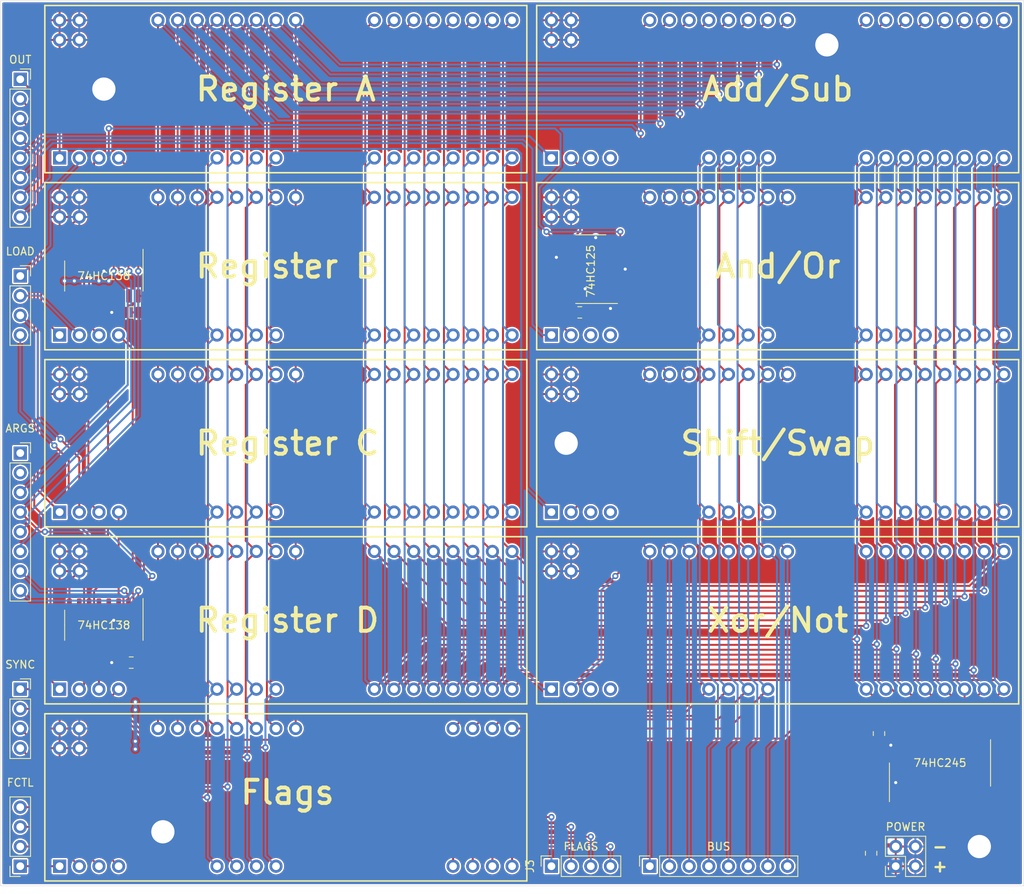
<source format=kicad_pcb>
(kicad_pcb (version 20171130) (host pcbnew "(5.1.9)-1")
  (layers (0 F.Cu signal) (31 B.Cu signal) (34 B.Paste user hide) (35 F.Paste user hide) (36 B.SilkS user hide) (37 F.SilkS user) (38 B.Mask user hide) (39 F.Mask user hide) (44 Edge.Cuts user))
  (net 0 "")
  (net 1 CLK)
  (net 2 ~CLK~)
  (net 3 RESET)
  (net 4 GND)
  (net 5 VCC)
  (net 6 /B7)
  (net 7 /B6)
  (net 8 /B5)
  (net 9 /B4)
  (net 10 /B3)
  (net 11 /B2)
  (net 12 /B1)
  (net 13 /B0)
  (net 14 /A0)
  (net 15 /A1)
  (net 16 /A2)
  (net 17 /A3)
  (net 18 /A4)
  (net 19 /A5)
  (net 20 /A6)
  (net 21 /A7)
  (net 22 /BUS7)
  (net 23 /BUS6)
  (net 24 /BUS5)
  (net 25 /BUS4)
  (net 26 /BUS3)
  (net 27 /BUS2)
  (net 28 /BUS1)
  (net 29 /BUS0)
  (net 30 ~RESET~)
  (net 31 /Z)
  (net 32 /CAF)
  (net 33 /V)
  (net 34 /CFA)
  (net 35 "Net-(U5-Pad3)")
  (net 36 "Net-(U5-Pad4)")
  (net 37 "Net-(U6-Pad3)")
  (net 38 "Net-(U6-Pad4)")
  (net 39 "Net-(U7-Pad3)")
  (net 40 "Net-(U7-Pad4)")
  (net 41 "Net-(U8-Pad3)")
  (net 42 "Net-(U8-Pad4)")
  (net 43 "Net-(J3-Pad4)")
  (net 44 "Net-(J3-Pad3)")
  (net 45 "Net-(J3-Pad2)")
  (net 46 "Net-(J3-Pad1)")
  (net 47 OUT_XN)
  (net 48 OUT_S)
  (net 49 OUT_AO)
  (net 50 OUT_AS)
  (net 51 OUT_D)
  (net 52 OUT_C)
  (net 53 OUT_B)
  (net 54 OUT_A)
  (net 55 "Net-(J5-Pad4)")
  (net 56 "Net-(J5-Pad3)")
  (net 57 "Net-(J5-Pad2)")
  (net 58 "Net-(J5-Pad1)")
  (net 59 LOAD_D)
  (net 60 LOAD_C)
  (net 61 LOAD_B)
  (net 62 LOAD_A)
  (net 63 ALT_XN)
  (net 64 ALT_S)
  (net 65 ALT_AO)
  (net 66 ALT_AS)
  (net 67 ARG_DA)
  (net 68 ARG_CA)
  (net 69 ARG_BA)
  (net 70 ARG_AA)
  (net 71 ARG_DB)
  (net 72 ARG_CB)
  (net 73 ARG_BB)
  (net 74 ARG_AB)
  (net 75 ARG_A0)
  (net 76 ARG_A1)
  (net 77 ARG_B0)
  (net 78 ARG_B1)
  (net 79 ARG_B2)
  (net 80 ALT)
  (net 81 "Net-(J7-Pad2)")
  (net 82 "Net-(J7-Pad1)")
  (net 83 "Net-(U12-Pad11)")
  (net 84 "Net-(U12-Pad10)")
  (net 85 "Net-(U12-Pad9)")
  (net 86 "Net-(U12-Pad7)")
  (net 87 "Net-(U13-Pad15)")
  (net 88 "Net-(U13-Pad14)")
  (net 89 "Net-(U13-Pad13)")
  (net 90 "Net-(U13-Pad12)")
  (module MountingHole:MountingHole_3mm (layer F.Cu) (at 95.25 81.915)
    (fp_text reference H5)
    (fp_text value MountingHole)
    (pad 1 np_thru_hole circle (at 0 0) (size 3 3) (drill 3) (layers *.Cu *.Mask))
  )
  (module MountingHole:MountingHole_3mm (layer F.Cu) (at 128.905 30.48)
    (fp_text reference H4)
    (fp_text value MountingHole)
    (pad 1 np_thru_hole circle (at 0 0) (size 3 3) (drill 3) (layers *.Cu *.Mask))
  )
  (module MountingHole:MountingHole_3mm (layer F.Cu) (at 148.59 133.985)
    (fp_text reference H3)
    (fp_text value MountingHole)
    (pad 1 np_thru_hole circle (at 0 0) (size 3 3) (drill 3) (layers *.Cu *.Mask))
  )
  (module MountingHole:MountingHole_3mm (layer F.Cu) (at 43.18 132.08)
    (fp_text reference H2)
    (fp_text value MountingHole)
    (pad 1 np_thru_hole circle (at 0 0) (size 3 3) (drill 3) (layers *.Cu *.Mask))
  )
  (module MountingHole:MountingHole_3mm (layer F.Cu) (at 35.56 36.195)
    (fp_text reference H1)
    (fp_text value MountingHole)
    (pad 1 np_thru_hole circle (at 0 0) (size 3 3) (drill 3) (layers *.Cu *.Mask))
  )
  (module Capacitor_SMD:C_0805_2012Metric_Pad1.18x1.45mm_HandSolder (layer F.Cu) (at 135.636 119.4015 270)
    (fp_text reference C5)
    (fp_text value 100nF)
    (pad 2 smd roundrect (at 1.0375 0 270) (size 1.175 1.45) (layers F.Cu F.Paste F.Mask) (roundrect_rratio 0.212766) (net 4 GND))
    (pad 1 smd roundrect (at -1.0375 0 270) (size 1.175 1.45) (layers F.Cu F.Paste F.Mask) (roundrect_rratio 0.212766) (net 5 VCC))
  )
  (module Capacitor_SMD:C_0805_2012Metric_Pad1.18x1.45mm_HandSolder (layer F.Cu) (at 97.0065 65.024)
    (fp_text reference C4)
    (fp_text value 100nF)
    (pad 2 smd roundrect (at 1.0375 0) (size 1.175 1.45) (layers F.Cu F.Paste F.Mask) (roundrect_rratio 0.212766) (net 4 GND))
    (pad 1 smd roundrect (at -1.0375 0) (size 1.175 1.45) (layers F.Cu F.Paste F.Mask) (roundrect_rratio 0.212766) (net 5 VCC))
  )
  (module Capacitor_SMD:C_0805_2012Metric_Pad1.18x1.45mm_HandSolder (layer F.Cu) (at 39.116 65.024 180)
    (fp_text reference C3)
    (fp_text value 100nF)
    (pad 2 smd roundrect (at 1.0375 0 180) (size 1.175 1.45) (layers F.Cu F.Paste F.Mask) (roundrect_rratio 0.212766) (net 4 GND))
    (pad 1 smd roundrect (at -1.0375 0 180) (size 1.175 1.45) (layers F.Cu F.Paste F.Mask) (roundrect_rratio 0.212766) (net 5 VCC))
  )
  (module Capacitor_SMD:C_0805_2012Metric_Pad1.18x1.45mm_HandSolder (layer F.Cu) (at 39.0945 110.236 180)
    (fp_text reference C2)
    (fp_text value 100nF)
    (pad 2 smd roundrect (at 1.0375 0 180) (size 1.175 1.45) (layers F.Cu F.Paste F.Mask) (roundrect_rratio 0.212766) (net 4 GND))
    (pad 1 smd roundrect (at -1.0375 0 180) (size 1.175 1.45) (layers F.Cu F.Paste F.Mask) (roundrect_rratio 0.212766) (net 5 VCC))
  )
  (module Capacitor_SMD:C_0805_2012Metric_Pad1.18x1.45mm_HandSolder (layer F.Cu) (at 134.62 134.8525 90)
    (fp_text reference C1)
    (fp_text value 10uF)
    (pad 2 smd roundrect (at 1.0375 0 90) (size 1.175 1.45) (layers F.Cu F.Paste F.Mask) (roundrect_rratio 0.212766) (net 4 GND))
    (pad 1 smd roundrect (at -1.0375 0 90) (size 1.175 1.45) (layers F.Cu F.Paste F.Mask) (roundrect_rratio 0.212766) (net 5 VCC))
  )
  (module CPU_Modules:Flags_board (layer F.Cu) (at 27.94 116.84)
    (fp_text reference U9)
    (fp_text value Flags (at 31.329286 10.16) (layer F.SilkS) (effects (font (size 3 3) (thickness 0.5))))
    (pad 9 thru_hole oval (at 52.705 19.685 270) (size 1.7 1.7) (drill 1) (layers *.Cu *.Mask) (net 46 "Net-(J3-Pad1)"))
    (pad 10 thru_hole oval (at 55.245 19.685 270) (size 1.7 1.7) (drill 1) (layers *.Cu *.Mask) (net 45 "Net-(J3-Pad2)"))
    (pad 11 thru_hole oval (at 57.785 19.685 270) (size 1.7 1.7) (drill 1) (layers *.Cu *.Mask) (net 44 "Net-(J3-Pad3)"))
    (pad 12 thru_hole oval (at 60.325 19.685 270) (size 1.7 1.7) (drill 1) (layers *.Cu *.Mask) (net 43 "Net-(J3-Pad4)"))
    (pad 8 thru_hole oval (at 29.845 19.685 270) (size 1.7 1.7) (drill 1) (layers *.Cu *.Mask) (net 30 ~RESET~))
    (pad 7 thru_hole oval (at 27.305 19.685 270) (size 1.7 1.7) (drill 1) (layers *.Cu *.Mask) (net 3 RESET))
    (pad 6 thru_hole oval (at 24.765 19.685 270) (size 1.7 1.7) (drill 1) (layers *.Cu *.Mask) (net 2 ~CLK~))
    (pad 5 thru_hole oval (at 22.225 19.685 270) (size 1.7 1.7) (drill 1) (layers *.Cu *.Mask) (net 1 CLK))
    (pad 1 thru_hole rect (at 1.905 19.685 270) (size 1.7 1.7) (drill 1) (layers *.Cu *.Mask) (net 58 "Net-(J5-Pad1)"))
    (pad 2 thru_hole oval (at 4.445 19.685 270) (size 1.7 1.7) (drill 1) (layers *.Cu *.Mask) (net 57 "Net-(J5-Pad2)"))
    (pad 3 thru_hole oval (at 6.985 19.685 270) (size 1.7 1.7) (drill 1) (layers *.Cu *.Mask) (net 56 "Net-(J5-Pad3)"))
    (pad 4 thru_hole oval (at 9.525 19.685 270) (size 1.7 1.7) (drill 1) (layers *.Cu *.Mask) (net 55 "Net-(J5-Pad4)"))
    (pad 13 thru_hole oval (at 60.325 1.905 270) (size 1.7 1.7) (drill 1) (layers *.Cu *.Mask) (net 31 /Z))
    (pad 14 thru_hole oval (at 57.785 1.905 270) (size 1.7 1.7) (drill 1) (layers *.Cu *.Mask) (net 32 /CAF))
    (pad 15 thru_hole oval (at 55.245 1.905 270) (size 1.7 1.7) (drill 1) (layers *.Cu *.Mask) (net 33 /V))
    (pad 16 thru_hole oval (at 52.705 1.905 270) (size 1.7 1.7) (drill 1) (layers *.Cu *.Mask) (net 34 /CFA))
    (pad 24 thru_hole oval (at 14.605 1.905 270) (size 1.7 1.7) (drill 1) (layers *.Cu *.Mask) (net 22 /BUS7))
    (pad 23 thru_hole oval (at 17.145 1.905 270) (size 1.7 1.7) (drill 1) (layers *.Cu *.Mask) (net 23 /BUS6))
    (pad 22 thru_hole oval (at 19.685 1.905 270) (size 1.7 1.7) (drill 1) (layers *.Cu *.Mask) (net 24 /BUS5))
    (pad 21 thru_hole oval (at 22.225 1.905 270) (size 1.7 1.7) (drill 1) (layers *.Cu *.Mask) (net 25 /BUS4))
    (pad 20 thru_hole oval (at 24.765 1.905 270) (size 1.7 1.7) (drill 1) (layers *.Cu *.Mask) (net 26 /BUS3))
    (pad 19 thru_hole oval (at 27.305 1.905 270) (size 1.7 1.7) (drill 1) (layers *.Cu *.Mask) (net 27 /BUS2))
    (pad 18 thru_hole oval (at 29.845 1.905 270) (size 1.7 1.7) (drill 1) (layers *.Cu *.Mask) (net 28 /BUS1))
    (pad 17 thru_hole oval (at 32.385 1.905 270) (size 1.7 1.7) (drill 1) (layers *.Cu *.Mask) (net 29 /BUS0))
    (pad 27 thru_hole oval (at 4.445 4.445 90) (size 1.7 1.7) (drill 1) (layers *.Cu *.Mask) (net 4 GND))
    (pad 25 thru_hole oval (at 4.445 1.905 90) (size 1.7 1.7) (drill 1) (layers *.Cu *.Mask) (net 4 GND))
    (pad 28 thru_hole oval (at 1.905 4.445 90) (size 1.7 1.7) (drill 1) (layers *.Cu *.Mask) (net 5 VCC))
    (pad 26 thru_hole oval (at 1.905 1.905 90) (size 1.7 1.7) (drill 1) (layers *.Cu *.Mask) (net 5 VCC))
  )
  (module Connector_PinSocket_2.54mm:PinSocket_2x02_P2.54mm_Vertical (layer F.Cu) (at 137.795 136.525 180)
    (fp_text reference J8)
    (fp_text value POWER (at -1.27 5.08) (layer F.SilkS))
    (pad 4 thru_hole oval (at -2.54 2.54 180) (size 1.7 1.7) (drill 1) (layers *.Cu *.Mask) (net 4 GND))
    (pad 3 thru_hole oval (at 0 2.54 180) (size 1.7 1.7) (drill 1) (layers *.Cu *.Mask) (net 4 GND))
    (pad 2 thru_hole oval (at -2.54 0 180) (size 1.7 1.7) (drill 1) (layers *.Cu *.Mask) (net 5 VCC))
    (pad 1 thru_hole rect (at 0 0 180) (size 1.7 1.7) (drill 1) (layers *.Cu *.Mask) (net 5 VCC))
  )
  (module Connector_PinSocket_2.54mm:PinSocket_1x04_P2.54mm_Vertical (layer F.Cu) (at 24.765 60.325)
    (fp_text reference J6)
    (fp_text value LOAD (at 0 -3.175) (layer F.SilkS))
    (pad 4 thru_hole oval (at 0 7.62) (size 1.7 1.7) (drill 1) (layers *.Cu *.Mask) (net 59 LOAD_D))
    (pad 3 thru_hole oval (at 0 5.08) (size 1.7 1.7) (drill 1) (layers *.Cu *.Mask) (net 60 LOAD_C))
    (pad 2 thru_hole oval (at 0 2.54) (size 1.7 1.7) (drill 1) (layers *.Cu *.Mask) (net 61 LOAD_B))
    (pad 1 thru_hole rect (at 0 0) (size 1.7 1.7) (drill 1) (layers *.Cu *.Mask) (net 62 LOAD_A))
  )
  (module CPU_Modules:Register_board (layer F.Cu) (at 27.94 93.98)
    (fp_text reference U4)
    (fp_text value "Register D" (at 31.329286 10.795) (layer F.SilkS) (effects (font (size 3 3) (thickness 0.5))))
    (pad 9 thru_hole oval (at 42.545 19.685 270) (size 1.7 1.7) (drill 1) (layers *.Cu *.Mask) (net 6 /B7))
    (pad 10 thru_hole oval (at 45.085 19.685 270) (size 1.7 1.7) (drill 1) (layers *.Cu *.Mask) (net 7 /B6))
    (pad 11 thru_hole oval (at 47.625 19.685 270) (size 1.7 1.7) (drill 1) (layers *.Cu *.Mask) (net 8 /B5))
    (pad 12 thru_hole oval (at 50.165 19.685 270) (size 1.7 1.7) (drill 1) (layers *.Cu *.Mask) (net 9 /B4))
    (pad 13 thru_hole oval (at 52.705 19.685 270) (size 1.7 1.7) (drill 1) (layers *.Cu *.Mask) (net 10 /B3))
    (pad 14 thru_hole oval (at 55.245 19.685 270) (size 1.7 1.7) (drill 1) (layers *.Cu *.Mask) (net 11 /B2))
    (pad 15 thru_hole oval (at 57.785 19.685 270) (size 1.7 1.7) (drill 1) (layers *.Cu *.Mask) (net 12 /B1))
    (pad 16 thru_hole oval (at 60.325 19.685 270) (size 1.7 1.7) (drill 1) (layers *.Cu *.Mask) (net 13 /B0))
    (pad 8 thru_hole oval (at 29.845 19.685 270) (size 1.7 1.7) (drill 1) (layers *.Cu *.Mask) (net 30 ~RESET~))
    (pad 7 thru_hole oval (at 27.305 19.685 270) (size 1.7 1.7) (drill 1) (layers *.Cu *.Mask) (net 3 RESET))
    (pad 6 thru_hole oval (at 24.765 19.685 270) (size 1.7 1.7) (drill 1) (layers *.Cu *.Mask) (net 2 ~CLK~))
    (pad 5 thru_hole oval (at 22.225 19.685 270) (size 1.7 1.7) (drill 1) (layers *.Cu *.Mask) (net 1 CLK))
    (pad 1 thru_hole rect (at 1.905 19.685 270) (size 1.7 1.7) (drill 1) (layers *.Cu *.Mask) (net 51 OUT_D))
    (pad 2 thru_hole oval (at 4.445 19.685 270) (size 1.7 1.7) (drill 1) (layers *.Cu *.Mask) (net 59 LOAD_D))
    (pad 3 thru_hole oval (at 6.985 19.685 270) (size 1.7 1.7) (drill 1) (layers *.Cu *.Mask) (net 67 ARG_DA))
    (pad 4 thru_hole oval (at 9.525 19.685 270) (size 1.7 1.7) (drill 1) (layers *.Cu *.Mask) (net 71 ARG_DB))
    (pad 17 thru_hole oval (at 60.325 1.905 270) (size 1.7 1.7) (drill 1) (layers *.Cu *.Mask) (net 14 /A0))
    (pad 18 thru_hole oval (at 57.785 1.905 270) (size 1.7 1.7) (drill 1) (layers *.Cu *.Mask) (net 15 /A1))
    (pad 19 thru_hole oval (at 55.245 1.905 270) (size 1.7 1.7) (drill 1) (layers *.Cu *.Mask) (net 16 /A2))
    (pad 20 thru_hole oval (at 52.705 1.905 270) (size 1.7 1.7) (drill 1) (layers *.Cu *.Mask) (net 17 /A3))
    (pad 21 thru_hole oval (at 50.165 1.905 270) (size 1.7 1.7) (drill 1) (layers *.Cu *.Mask) (net 18 /A4))
    (pad 22 thru_hole oval (at 47.625 1.905 270) (size 1.7 1.7) (drill 1) (layers *.Cu *.Mask) (net 19 /A5))
    (pad 23 thru_hole oval (at 45.085 1.905 270) (size 1.7 1.7) (drill 1) (layers *.Cu *.Mask) (net 20 /A6))
    (pad 24 thru_hole oval (at 42.545 1.905 270) (size 1.7 1.7) (drill 1) (layers *.Cu *.Mask) (net 21 /A7))
    (pad 32 thru_hole oval (at 14.605 1.905 270) (size 1.7 1.7) (drill 1) (layers *.Cu *.Mask) (net 22 /BUS7))
    (pad 31 thru_hole oval (at 17.145 1.905 270) (size 1.7 1.7) (drill 1) (layers *.Cu *.Mask) (net 23 /BUS6))
    (pad 30 thru_hole oval (at 19.685 1.905 270) (size 1.7 1.7) (drill 1) (layers *.Cu *.Mask) (net 24 /BUS5))
    (pad 29 thru_hole oval (at 22.225 1.905 270) (size 1.7 1.7) (drill 1) (layers *.Cu *.Mask) (net 25 /BUS4))
    (pad 28 thru_hole oval (at 24.765 1.905 270) (size 1.7 1.7) (drill 1) (layers *.Cu *.Mask) (net 26 /BUS3))
    (pad 27 thru_hole oval (at 27.305 1.905 270) (size 1.7 1.7) (drill 1) (layers *.Cu *.Mask) (net 27 /BUS2))
    (pad 26 thru_hole oval (at 29.845 1.905 270) (size 1.7 1.7) (drill 1) (layers *.Cu *.Mask) (net 28 /BUS1))
    (pad 25 thru_hole oval (at 32.385 1.905 270) (size 1.7 1.7) (drill 1) (layers *.Cu *.Mask) (net 29 /BUS0))
    (pad 35 thru_hole oval (at 4.445 4.445 90) (size 1.7 1.7) (drill 1) (layers *.Cu *.Mask) (net 4 GND))
    (pad 33 thru_hole oval (at 4.445 1.905 90) (size 1.7 1.7) (drill 1) (layers *.Cu *.Mask) (net 4 GND))
    (pad 36 thru_hole oval (at 1.905 4.445 90) (size 1.7 1.7) (drill 1) (layers *.Cu *.Mask) (net 5 VCC))
    (pad 34 thru_hole oval (at 1.905 1.905 90) (size 1.7 1.7) (drill 1) (layers *.Cu *.Mask) (net 5 VCC))
  )
  (module Package_SO:SO-16_3.9x9.9mm_P1.27mm (layer F.Cu) (at 35.56 60.325 270)
    (fp_text reference U13)
    (fp_text value 74HC138 (at 0 0 180) (layer F.SilkS))
    (pad 16 smd roundrect (at 2.575 -4.445 270) (size 1.75 0.6) (layers F.Cu F.Paste F.Mask) (net 5 VCC))
    (pad 15 smd roundrect (at 2.575 -3.175 270) (size 1.75 0.6) (layers F.Cu F.Paste F.Mask) (net 87 "Net-(U13-Pad15)"))
    (pad 14 smd roundrect (at 2.575 -1.905 270) (size 1.75 0.6) (layers F.Cu F.Paste F.Mask) (net 88 "Net-(U13-Pad14)"))
    (pad 13 smd roundrect (at 2.575 -0.635 270) (size 1.75 0.6) (layers F.Cu F.Paste F.Mask) (net 89 "Net-(U13-Pad13)"))
    (pad 12 smd roundrect (at 2.575 0.635 270) (size 1.75 0.6) (layers F.Cu F.Paste F.Mask) (net 90 "Net-(U13-Pad12)"))
    (pad 11 smd roundrect (at 2.575 1.905 270) (size 1.75 0.6) (layers F.Cu F.Paste F.Mask) (net 70 ARG_AA))
    (pad 10 smd roundrect (at 2.575 3.175 270) (size 1.75 0.6) (layers F.Cu F.Paste F.Mask) (net 69 ARG_BA))
    (pad 9 smd roundrect (at 2.575 4.445 270) (size 1.75 0.6) (layers F.Cu F.Paste F.Mask) (net 68 ARG_CA))
    (pad 8 smd roundrect (at -2.575 4.445 270) (size 1.75 0.6) (layers F.Cu F.Paste F.Mask) (net 4 GND))
    (pad 7 smd roundrect (at -2.575 3.175 270) (size 1.75 0.6) (layers F.Cu F.Paste F.Mask) (net 67 ARG_DA))
    (pad 6 smd roundrect (at -2.575 1.905 270) (size 1.75 0.6) (layers F.Cu F.Paste F.Mask) (net 5 VCC))
    (pad 5 smd roundrect (at -2.575 0.635 270) (size 1.75 0.6) (layers F.Cu F.Paste F.Mask) (net 4 GND))
    (pad 4 smd roundrect (at -2.575 -0.635 270) (size 1.75 0.6) (layers F.Cu F.Paste F.Mask) (net 4 GND))
    (pad 3 smd roundrect (at -2.575 -1.905 270) (size 1.75 0.6) (layers F.Cu F.Paste F.Mask) (net 79 ARG_B2))
    (pad 2 smd roundrect (at -2.575 -3.175 270) (size 1.75 0.6) (layers F.Cu F.Paste F.Mask) (net 78 ARG_B1))
    (pad 1 smd roundrect (at -2.575 -4.445 270) (size 1.75 0.6) (layers F.Cu F.Paste F.Mask) (net 77 ARG_B0))
  )
  (module Package_SO:SO-16_3.9x9.9mm_P1.27mm (layer F.Cu) (at 35.56 105.41 270)
    (fp_text reference U12)
    (fp_text value 74HC138 (at 0 0 180) (layer F.SilkS))
    (pad 16 smd roundrect (at 2.575 -4.445 270) (size 1.75 0.6) (layers F.Cu F.Paste F.Mask) (net 5 VCC))
    (pad 15 smd roundrect (at 2.575 -3.175 270) (size 1.75 0.6) (layers F.Cu F.Paste F.Mask) (net 74 ARG_AB))
    (pad 14 smd roundrect (at 2.575 -1.905 270) (size 1.75 0.6) (layers F.Cu F.Paste F.Mask) (net 73 ARG_BB))
    (pad 13 smd roundrect (at 2.575 -0.635 270) (size 1.75 0.6) (layers F.Cu F.Paste F.Mask) (net 72 ARG_CB))
    (pad 12 smd roundrect (at 2.575 0.635 270) (size 1.75 0.6) (layers F.Cu F.Paste F.Mask) (net 71 ARG_DB))
    (pad 11 smd roundrect (at 2.575 1.905 270) (size 1.75 0.6) (layers F.Cu F.Paste F.Mask) (net 83 "Net-(U12-Pad11)"))
    (pad 10 smd roundrect (at 2.575 3.175 270) (size 1.75 0.6) (layers F.Cu F.Paste F.Mask) (net 84 "Net-(U12-Pad10)"))
    (pad 9 smd roundrect (at 2.575 4.445 270) (size 1.75 0.6) (layers F.Cu F.Paste F.Mask) (net 85 "Net-(U12-Pad9)"))
    (pad 8 smd roundrect (at -2.575 4.445 270) (size 1.75 0.6) (layers F.Cu F.Paste F.Mask) (net 4 GND))
    (pad 7 smd roundrect (at -2.575 3.175 270) (size 1.75 0.6) (layers F.Cu F.Paste F.Mask) (net 86 "Net-(U12-Pad7)"))
    (pad 6 smd roundrect (at -2.575 1.905 270) (size 1.75 0.6) (layers F.Cu F.Paste F.Mask) (net 5 VCC))
    (pad 5 smd roundrect (at -2.575 0.635 270) (size 1.75 0.6) (layers F.Cu F.Paste F.Mask) (net 4 GND))
    (pad 4 smd roundrect (at -2.575 -0.635 270) (size 1.75 0.6) (layers F.Cu F.Paste F.Mask) (net 4 GND))
    (pad 3 smd roundrect (at -2.575 -1.905 270) (size 1.75 0.6) (layers F.Cu F.Paste F.Mask) (net 4 GND))
    (pad 2 smd roundrect (at -2.575 -3.175 270) (size 1.75 0.6) (layers F.Cu F.Paste F.Mask) (net 76 ARG_A1))
    (pad 1 smd roundrect (at -2.575 -4.445 270) (size 1.75 0.6) (layers F.Cu F.Paste F.Mask) (net 75 ARG_A0))
  )
  (module Package_SO:SO-20_12.8x7.5mm_P1.27mm (layer F.Cu) (at 143.51 123.19 90)
    (fp_text reference U11)
    (fp_text value 74HC245 (at 0 0 180) (layer F.SilkS))
    (pad 20 smd rect (at 4.75 -5.715 90) (size 1.5 0.6) (layers F.Cu F.Paste F.Mask) (net 5 VCC))
    (pad 19 smd rect (at 4.75 -4.445 90) (size 1.5 0.6) (layers F.Cu F.Paste F.Mask) (net 79 ARG_B2))
    (pad 18 smd rect (at 4.75 -3.175 90) (size 1.5 0.6) (layers F.Cu F.Paste F.Mask) (net 6 /B7))
    (pad 17 smd rect (at 4.75 -1.905 90) (size 1.5 0.6) (layers F.Cu F.Paste F.Mask) (net 7 /B6))
    (pad 16 smd rect (at 4.75 -0.635 90) (size 1.5 0.6) (layers F.Cu F.Paste F.Mask) (net 8 /B5))
    (pad 15 smd rect (at 4.75 0.635 90) (size 1.5 0.6) (layers F.Cu F.Paste F.Mask) (net 9 /B4))
    (pad 14 smd rect (at 4.75 1.905 90) (size 1.5 0.6) (layers F.Cu F.Paste F.Mask) (net 10 /B3))
    (pad 13 smd rect (at 4.75 3.175 90) (size 1.5 0.6) (layers F.Cu F.Paste F.Mask) (net 11 /B2))
    (pad 12 smd rect (at 4.75 4.445 90) (size 1.5 0.6) (layers F.Cu F.Paste F.Mask) (net 12 /B1))
    (pad 11 smd rect (at 4.75 5.715 90) (size 1.5 0.6) (layers F.Cu F.Paste F.Mask) (net 13 /B0))
    (pad 10 smd rect (at -4.75 5.715 90) (size 1.5 0.6) (layers F.Cu F.Paste F.Mask) (net 4 GND))
    (pad 9 smd rect (at -4.75 4.445 90) (size 1.5 0.6) (layers F.Cu F.Paste F.Mask) (net 4 GND))
    (pad 8 smd rect (at -4.75 3.175 90) (size 1.5 0.6) (layers F.Cu F.Paste F.Mask) (net 4 GND))
    (pad 7 smd rect (at -4.75 1.905 90) (size 1.5 0.6) (layers F.Cu F.Paste F.Mask) (net 4 GND))
    (pad 1 smd rect (at -4.75 -5.715 90) (size 1.5 0.6) (layers F.Cu F.Paste F.Mask) (net 5 VCC))
    (pad 2 smd rect (at -4.75 -4.445 90) (size 1.5 0.6) (layers F.Cu F.Paste F.Mask) (net 4 GND))
    (pad 3 smd rect (at -4.75 -3.175 90) (size 1.5 0.6) (layers F.Cu F.Paste F.Mask) (net 4 GND))
    (pad 4 smd rect (at -4.75 -1.905 90) (size 1.5 0.6) (layers F.Cu F.Paste F.Mask) (net 4 GND))
    (pad 5 smd rect (at -4.75 -0.635 90) (size 1.5 0.6) (layers F.Cu F.Paste F.Mask) (net 4 GND))
    (pad 6 smd rect (at -4.75 0.635 90) (size 1.5 0.6) (layers F.Cu F.Paste F.Mask) (net 4 GND))
  )
  (module Package_SO:SO-14_3.9x8.65mm_P1.27mm (layer F.Cu) (at 98.425 59.436 180)
    (fp_text reference U10)
    (fp_text value 74HC125 (at 0 -0.254 90) (layer F.SilkS))
    (pad 14 smd roundrect (at 2.475 -3.81 180) (size 1.95 0.6) (layers F.Cu F.Paste F.Mask) (net 5 VCC))
    (pad 13 smd roundrect (at 2.475 -2.54 180) (size 1.95 0.6) (layers F.Cu F.Paste F.Mask) (net 4 GND))
    (pad 12 smd roundrect (at 2.475 -1.27 180) (size 1.95 0.6) (layers F.Cu F.Paste F.Mask) (net 80 ALT))
    (pad 11 smd roundrect (at 2.475 0 180) (size 1.95 0.6) (layers F.Cu F.Paste F.Mask) (net 65 ALT_AO))
    (pad 10 smd roundrect (at 2.475 1.27 180) (size 1.95 0.6) (layers F.Cu F.Paste F.Mask) (net 4 GND))
    (pad 9 smd roundrect (at 2.475 2.54 180) (size 1.95 0.6) (layers F.Cu F.Paste F.Mask) (net 80 ALT))
    (pad 8 smd roundrect (at 2.475 3.81 180) (size 1.95 0.6) (layers F.Cu F.Paste F.Mask) (net 66 ALT_AS))
    (pad 7 smd roundrect (at -2.475 3.81 180) (size 1.95 0.6) (layers F.Cu F.Paste F.Mask) (net 4 GND))
    (pad 6 smd roundrect (at -2.475 2.54 180) (size 1.95 0.6) (layers F.Cu F.Paste F.Mask) (net 64 ALT_S))
    (pad 5 smd roundrect (at -2.475 1.27 180) (size 1.95 0.6) (layers F.Cu F.Paste F.Mask) (net 80 ALT))
    (pad 4 smd roundrect (at -2.475 0 180) (size 1.95 0.6) (layers F.Cu F.Paste F.Mask) (net 4 GND))
    (pad 3 smd roundrect (at -2.475 -1.27 180) (size 1.95 0.6) (layers F.Cu F.Paste F.Mask) (net 63 ALT_XN))
    (pad 2 smd roundrect (at -2.475 -2.54 180) (size 1.95 0.6) (layers F.Cu F.Paste F.Mask) (net 80 ALT))
    (pad 1 smd roundrect (at -2.475 -3.81 180) (size 1.95 0.6) (layers F.Cu F.Paste F.Mask) (net 4 GND))
  )
  (module Connector_PinSocket_2.54mm:PinSocket_1x08_P2.54mm_Vertical (layer F.Cu) (at 24.765 83.185)
    (fp_text reference J7)
    (fp_text value ARGS (at 0 -3.175) (layer F.SilkS))
    (pad 8 thru_hole oval (at 0 17.78) (size 1.7 1.7) (drill 1) (layers *.Cu *.Mask) (net 75 ARG_A0))
    (pad 7 thru_hole oval (at 0 15.24) (size 1.7 1.7) (drill 1) (layers *.Cu *.Mask) (net 76 ARG_A1))
    (pad 6 thru_hole oval (at 0 12.7) (size 1.7 1.7) (drill 1) (layers *.Cu *.Mask) (net 77 ARG_B0))
    (pad 5 thru_hole oval (at 0 10.16) (size 1.7 1.7) (drill 1) (layers *.Cu *.Mask) (net 78 ARG_B1))
    (pad 4 thru_hole oval (at 0 7.62) (size 1.7 1.7) (drill 1) (layers *.Cu *.Mask) (net 79 ARG_B2))
    (pad 3 thru_hole oval (at 0 5.08) (size 1.7 1.7) (drill 1) (layers *.Cu *.Mask) (net 80 ALT))
    (pad 2 thru_hole oval (at 0 2.54) (size 1.7 1.7) (drill 1) (layers *.Cu *.Mask) (net 81 "Net-(J7-Pad2)"))
    (pad 1 thru_hole rect (at 0 0) (size 1.7 1.7) (drill 1) (layers *.Cu *.Mask) (net 82 "Net-(J7-Pad1)"))
  )
  (module Connector_PinSocket_2.54mm:PinSocket_1x04_P2.54mm_Vertical (layer F.Cu) (at 24.765 136.525 180)
    (fp_text reference J5)
    (fp_text value FCTL (at 0 10.795) (layer F.SilkS))
    (pad 4 thru_hole oval (at 0 7.62 180) (size 1.7 1.7) (drill 1) (layers *.Cu *.Mask) (net 55 "Net-(J5-Pad4)"))
    (pad 3 thru_hole oval (at 0 5.08 180) (size 1.7 1.7) (drill 1) (layers *.Cu *.Mask) (net 56 "Net-(J5-Pad3)"))
    (pad 2 thru_hole oval (at 0 2.54 180) (size 1.7 1.7) (drill 1) (layers *.Cu *.Mask) (net 57 "Net-(J5-Pad2)"))
    (pad 1 thru_hole rect (at 0 0 180) (size 1.7 1.7) (drill 1) (layers *.Cu *.Mask) (net 58 "Net-(J5-Pad1)"))
  )
  (module Connector_PinSocket_2.54mm:PinSocket_1x08_P2.54mm_Vertical (layer F.Cu) (at 24.765 34.925)
    (fp_text reference J4)
    (fp_text value OUT (at 0 -2.54) (layer F.SilkS))
    (pad 8 thru_hole oval (at 0 17.78) (size 1.7 1.7) (drill 1) (layers *.Cu *.Mask) (net 47 OUT_XN))
    (pad 7 thru_hole oval (at 0 15.24) (size 1.7 1.7) (drill 1) (layers *.Cu *.Mask) (net 48 OUT_S))
    (pad 6 thru_hole oval (at 0 12.7) (size 1.7 1.7) (drill 1) (layers *.Cu *.Mask) (net 49 OUT_AO))
    (pad 5 thru_hole oval (at 0 10.16) (size 1.7 1.7) (drill 1) (layers *.Cu *.Mask) (net 50 OUT_AS))
    (pad 4 thru_hole oval (at 0 7.62) (size 1.7 1.7) (drill 1) (layers *.Cu *.Mask) (net 51 OUT_D))
    (pad 3 thru_hole oval (at 0 5.08) (size 1.7 1.7) (drill 1) (layers *.Cu *.Mask) (net 52 OUT_C))
    (pad 2 thru_hole oval (at 0 2.54) (size 1.7 1.7) (drill 1) (layers *.Cu *.Mask) (net 53 OUT_B))
    (pad 1 thru_hole rect (at 0 0) (size 1.7 1.7) (drill 1) (layers *.Cu *.Mask) (net 54 OUT_A))
  )
  (module Connector_PinSocket_2.54mm:PinSocket_1x04_P2.54mm_Vertical (layer F.Cu) (at 93.345 136.525 90)
    (fp_text reference J3 (at 0 -2.77 90) (layer F.SilkS))
    (fp_text value FLAGS (at 2.54 3.81 180) (layer F.SilkS))
    (pad 4 thru_hole oval (at 0 7.62 90) (size 1.7 1.7) (drill 1) (layers *.Cu *.Mask) (net 43 "Net-(J3-Pad4)"))
    (pad 3 thru_hole oval (at 0 5.08 90) (size 1.7 1.7) (drill 1) (layers *.Cu *.Mask) (net 44 "Net-(J3-Pad3)"))
    (pad 2 thru_hole oval (at 0 2.54 90) (size 1.7 1.7) (drill 1) (layers *.Cu *.Mask) (net 45 "Net-(J3-Pad2)"))
    (pad 1 thru_hole rect (at 0 0 90) (size 1.7 1.7) (drill 1) (layers *.Cu *.Mask) (net 46 "Net-(J3-Pad1)"))
  )
  (module Connector_PinSocket_2.54mm:PinSocket_1x08_P2.54mm_Vertical (layer F.Cu) (at 106.045 136.525 90)
    (fp_text reference J2)
    (fp_text value BUS (at 2.54 8.89 180) (layer F.SilkS))
    (pad 8 thru_hole oval (at 0 17.78 90) (size 1.7 1.7) (drill 1) (layers *.Cu *.Mask) (net 29 /BUS0))
    (pad 7 thru_hole oval (at 0 15.24 90) (size 1.7 1.7) (drill 1) (layers *.Cu *.Mask) (net 28 /BUS1))
    (pad 6 thru_hole oval (at 0 12.7 90) (size 1.7 1.7) (drill 1) (layers *.Cu *.Mask) (net 27 /BUS2))
    (pad 5 thru_hole oval (at 0 10.16 90) (size 1.7 1.7) (drill 1) (layers *.Cu *.Mask) (net 26 /BUS3))
    (pad 4 thru_hole oval (at 0 7.62 90) (size 1.7 1.7) (drill 1) (layers *.Cu *.Mask) (net 25 /BUS4))
    (pad 3 thru_hole oval (at 0 5.08 90) (size 1.7 1.7) (drill 1) (layers *.Cu *.Mask) (net 24 /BUS5))
    (pad 2 thru_hole oval (at 0 2.54 90) (size 1.7 1.7) (drill 1) (layers *.Cu *.Mask) (net 23 /BUS6))
    (pad 1 thru_hole rect (at 0 0 90) (size 1.7 1.7) (drill 1) (layers *.Cu *.Mask) (net 22 /BUS7))
  )
  (module Connector_PinSocket_2.54mm:PinSocket_1x04_P2.54mm_Vertical (layer F.Cu) (at 24.765 113.665)
    (fp_text reference J1)
    (fp_text value SYNC (at 0 -3.175) (layer F.SilkS))
    (pad 4 thru_hole oval (at 0 7.62) (size 1.7 1.7) (drill 1) (layers *.Cu *.Mask) (net 1 CLK))
    (pad 3 thru_hole oval (at 0 5.08) (size 1.7 1.7) (drill 1) (layers *.Cu *.Mask) (net 2 ~CLK~))
    (pad 2 thru_hole oval (at 0 2.54) (size 1.7 1.7) (drill 1) (layers *.Cu *.Mask) (net 3 RESET))
    (pad 1 thru_hole rect (at 0 0) (size 1.7 1.7) (drill 1) (layers *.Cu *.Mask) (net 30 ~RESET~))
  )
  (module CPU_Modules:Register_board (layer F.Cu) (at 91.44 71.12)
    (fp_text reference U8)
    (fp_text value Shift/Swap (at 31.115 10.795) (layer F.SilkS) (effects (font (size 3 3) (thickness 0.5))))
    (pad 9 thru_hole oval (at 42.545 19.685 270) (size 1.7 1.7) (drill 1) (layers *.Cu *.Mask) (net 6 /B7))
    (pad 10 thru_hole oval (at 45.085 19.685 270) (size 1.7 1.7) (drill 1) (layers *.Cu *.Mask) (net 7 /B6))
    (pad 11 thru_hole oval (at 47.625 19.685 270) (size 1.7 1.7) (drill 1) (layers *.Cu *.Mask) (net 8 /B5))
    (pad 12 thru_hole oval (at 50.165 19.685 270) (size 1.7 1.7) (drill 1) (layers *.Cu *.Mask) (net 9 /B4))
    (pad 13 thru_hole oval (at 52.705 19.685 270) (size 1.7 1.7) (drill 1) (layers *.Cu *.Mask) (net 10 /B3))
    (pad 14 thru_hole oval (at 55.245 19.685 270) (size 1.7 1.7) (drill 1) (layers *.Cu *.Mask) (net 11 /B2))
    (pad 15 thru_hole oval (at 57.785 19.685 270) (size 1.7 1.7) (drill 1) (layers *.Cu *.Mask) (net 12 /B1))
    (pad 16 thru_hole oval (at 60.325 19.685 270) (size 1.7 1.7) (drill 1) (layers *.Cu *.Mask) (net 13 /B0))
    (pad 8 thru_hole oval (at 29.845 19.685 270) (size 1.7 1.7) (drill 1) (layers *.Cu *.Mask) (net 31 /Z))
    (pad 7 thru_hole oval (at 27.305 19.685 270) (size 1.7 1.7) (drill 1) (layers *.Cu *.Mask) (net 32 /CAF))
    (pad 6 thru_hole oval (at 24.765 19.685 270) (size 1.7 1.7) (drill 1) (layers *.Cu *.Mask) (net 33 /V))
    (pad 5 thru_hole oval (at 22.225 19.685 270) (size 1.7 1.7) (drill 1) (layers *.Cu *.Mask) (net 34 /CFA))
    (pad 1 thru_hole rect (at 1.905 19.685 270) (size 1.7 1.7) (drill 1) (layers *.Cu *.Mask) (net 48 OUT_S))
    (pad 2 thru_hole oval (at 4.445 19.685 270) (size 1.7 1.7) (drill 1) (layers *.Cu *.Mask) (net 64 ALT_S))
    (pad 3 thru_hole oval (at 6.985 19.685 270) (size 1.7 1.7) (drill 1) (layers *.Cu *.Mask) (net 41 "Net-(U8-Pad3)"))
    (pad 4 thru_hole oval (at 9.525 19.685 270) (size 1.7 1.7) (drill 1) (layers *.Cu *.Mask) (net 42 "Net-(U8-Pad4)"))
    (pad 17 thru_hole oval (at 60.325 1.905 270) (size 1.7 1.7) (drill 1) (layers *.Cu *.Mask) (net 14 /A0))
    (pad 18 thru_hole oval (at 57.785 1.905 270) (size 1.7 1.7) (drill 1) (layers *.Cu *.Mask) (net 15 /A1))
    (pad 19 thru_hole oval (at 55.245 1.905 270) (size 1.7 1.7) (drill 1) (layers *.Cu *.Mask) (net 16 /A2))
    (pad 20 thru_hole oval (at 52.705 1.905 270) (size 1.7 1.7) (drill 1) (layers *.Cu *.Mask) (net 17 /A3))
    (pad 21 thru_hole oval (at 50.165 1.905 270) (size 1.7 1.7) (drill 1) (layers *.Cu *.Mask) (net 18 /A4))
    (pad 22 thru_hole oval (at 47.625 1.905 270) (size 1.7 1.7) (drill 1) (layers *.Cu *.Mask) (net 19 /A5))
    (pad 23 thru_hole oval (at 45.085 1.905 270) (size 1.7 1.7) (drill 1) (layers *.Cu *.Mask) (net 20 /A6))
    (pad 24 thru_hole oval (at 42.545 1.905 270) (size 1.7 1.7) (drill 1) (layers *.Cu *.Mask) (net 21 /A7))
    (pad 32 thru_hole oval (at 14.605 1.905 270) (size 1.7 1.7) (drill 1) (layers *.Cu *.Mask) (net 22 /BUS7))
    (pad 31 thru_hole oval (at 17.145 1.905 270) (size 1.7 1.7) (drill 1) (layers *.Cu *.Mask) (net 23 /BUS6))
    (pad 30 thru_hole oval (at 19.685 1.905 270) (size 1.7 1.7) (drill 1) (layers *.Cu *.Mask) (net 24 /BUS5))
    (pad 29 thru_hole oval (at 22.225 1.905 270) (size 1.7 1.7) (drill 1) (layers *.Cu *.Mask) (net 25 /BUS4))
    (pad 28 thru_hole oval (at 24.765 1.905 270) (size 1.7 1.7) (drill 1) (layers *.Cu *.Mask) (net 26 /BUS3))
    (pad 27 thru_hole oval (at 27.305 1.905 270) (size 1.7 1.7) (drill 1) (layers *.Cu *.Mask) (net 27 /BUS2))
    (pad 26 thru_hole oval (at 29.845 1.905 270) (size 1.7 1.7) (drill 1) (layers *.Cu *.Mask) (net 28 /BUS1))
    (pad 25 thru_hole oval (at 32.385 1.905 270) (size 1.7 1.7) (drill 1) (layers *.Cu *.Mask) (net 29 /BUS0))
    (pad 35 thru_hole oval (at 4.445 4.445 90) (size 1.7 1.7) (drill 1) (layers *.Cu *.Mask) (net 4 GND))
    (pad 33 thru_hole oval (at 4.445 1.905 90) (size 1.7 1.7) (drill 1) (layers *.Cu *.Mask) (net 4 GND))
    (pad 36 thru_hole oval (at 1.905 4.445 90) (size 1.7 1.7) (drill 1) (layers *.Cu *.Mask) (net 5 VCC))
    (pad 34 thru_hole oval (at 1.905 1.905 90) (size 1.7 1.7) (drill 1) (layers *.Cu *.Mask) (net 5 VCC))
  )
  (module CPU_Modules:Register_board (layer F.Cu) (at 91.44 93.98)
    (fp_text reference U7)
    (fp_text value Xor/Not (at 31.115 10.795) (layer F.SilkS) (effects (font (size 3 3) (thickness 0.5))))
    (pad 9 thru_hole oval (at 42.545 19.685 270) (size 1.7 1.7) (drill 1) (layers *.Cu *.Mask) (net 6 /B7))
    (pad 10 thru_hole oval (at 45.085 19.685 270) (size 1.7 1.7) (drill 1) (layers *.Cu *.Mask) (net 7 /B6))
    (pad 11 thru_hole oval (at 47.625 19.685 270) (size 1.7 1.7) (drill 1) (layers *.Cu *.Mask) (net 8 /B5))
    (pad 12 thru_hole oval (at 50.165 19.685 270) (size 1.7 1.7) (drill 1) (layers *.Cu *.Mask) (net 9 /B4))
    (pad 13 thru_hole oval (at 52.705 19.685 270) (size 1.7 1.7) (drill 1) (layers *.Cu *.Mask) (net 10 /B3))
    (pad 14 thru_hole oval (at 55.245 19.685 270) (size 1.7 1.7) (drill 1) (layers *.Cu *.Mask) (net 11 /B2))
    (pad 15 thru_hole oval (at 57.785 19.685 270) (size 1.7 1.7) (drill 1) (layers *.Cu *.Mask) (net 12 /B1))
    (pad 16 thru_hole oval (at 60.325 19.685 270) (size 1.7 1.7) (drill 1) (layers *.Cu *.Mask) (net 13 /B0))
    (pad 8 thru_hole oval (at 29.845 19.685 270) (size 1.7 1.7) (drill 1) (layers *.Cu *.Mask) (net 31 /Z))
    (pad 7 thru_hole oval (at 27.305 19.685 270) (size 1.7 1.7) (drill 1) (layers *.Cu *.Mask) (net 32 /CAF))
    (pad 6 thru_hole oval (at 24.765 19.685 270) (size 1.7 1.7) (drill 1) (layers *.Cu *.Mask) (net 33 /V))
    (pad 5 thru_hole oval (at 22.225 19.685 270) (size 1.7 1.7) (drill 1) (layers *.Cu *.Mask) (net 34 /CFA))
    (pad 1 thru_hole rect (at 1.905 19.685 270) (size 1.7 1.7) (drill 1) (layers *.Cu *.Mask) (net 47 OUT_XN))
    (pad 2 thru_hole oval (at 4.445 19.685 270) (size 1.7 1.7) (drill 1) (layers *.Cu *.Mask) (net 63 ALT_XN))
    (pad 3 thru_hole oval (at 6.985 19.685 270) (size 1.7 1.7) (drill 1) (layers *.Cu *.Mask) (net 39 "Net-(U7-Pad3)"))
    (pad 4 thru_hole oval (at 9.525 19.685 270) (size 1.7 1.7) (drill 1) (layers *.Cu *.Mask) (net 40 "Net-(U7-Pad4)"))
    (pad 17 thru_hole oval (at 60.325 1.905 270) (size 1.7 1.7) (drill 1) (layers *.Cu *.Mask) (net 14 /A0))
    (pad 18 thru_hole oval (at 57.785 1.905 270) (size 1.7 1.7) (drill 1) (layers *.Cu *.Mask) (net 15 /A1))
    (pad 19 thru_hole oval (at 55.245 1.905 270) (size 1.7 1.7) (drill 1) (layers *.Cu *.Mask) (net 16 /A2))
    (pad 20 thru_hole oval (at 52.705 1.905 270) (size 1.7 1.7) (drill 1) (layers *.Cu *.Mask) (net 17 /A3))
    (pad 21 thru_hole oval (at 50.165 1.905 270) (size 1.7 1.7) (drill 1) (layers *.Cu *.Mask) (net 18 /A4))
    (pad 22 thru_hole oval (at 47.625 1.905 270) (size 1.7 1.7) (drill 1) (layers *.Cu *.Mask) (net 19 /A5))
    (pad 23 thru_hole oval (at 45.085 1.905 270) (size 1.7 1.7) (drill 1) (layers *.Cu *.Mask) (net 20 /A6))
    (pad 24 thru_hole oval (at 42.545 1.905 270) (size 1.7 1.7) (drill 1) (layers *.Cu *.Mask) (net 21 /A7))
    (pad 32 thru_hole oval (at 14.605 1.905 270) (size 1.7 1.7) (drill 1) (layers *.Cu *.Mask) (net 22 /BUS7))
    (pad 31 thru_hole oval (at 17.145 1.905 270) (size 1.7 1.7) (drill 1) (layers *.Cu *.Mask) (net 23 /BUS6))
    (pad 30 thru_hole oval (at 19.685 1.905 270) (size 1.7 1.7) (drill 1) (layers *.Cu *.Mask) (net 24 /BUS5))
    (pad 29 thru_hole oval (at 22.225 1.905 270) (size 1.7 1.7) (drill 1) (layers *.Cu *.Mask) (net 25 /BUS4))
    (pad 28 thru_hole oval (at 24.765 1.905 270) (size 1.7 1.7) (drill 1) (layers *.Cu *.Mask) (net 26 /BUS3))
    (pad 27 thru_hole oval (at 27.305 1.905 270) (size 1.7 1.7) (drill 1) (layers *.Cu *.Mask) (net 27 /BUS2))
    (pad 26 thru_hole oval (at 29.845 1.905 270) (size 1.7 1.7) (drill 1) (layers *.Cu *.Mask) (net 28 /BUS1))
    (pad 25 thru_hole oval (at 32.385 1.905 270) (size 1.7 1.7) (drill 1) (layers *.Cu *.Mask) (net 29 /BUS0))
    (pad 35 thru_hole oval (at 4.445 4.445 90) (size 1.7 1.7) (drill 1) (layers *.Cu *.Mask) (net 4 GND))
    (pad 33 thru_hole oval (at 4.445 1.905 90) (size 1.7 1.7) (drill 1) (layers *.Cu *.Mask) (net 4 GND))
    (pad 36 thru_hole oval (at 1.905 4.445 90) (size 1.7 1.7) (drill 1) (layers *.Cu *.Mask) (net 5 VCC))
    (pad 34 thru_hole oval (at 1.905 1.905 90) (size 1.7 1.7) (drill 1) (layers *.Cu *.Mask) (net 5 VCC))
  )
  (module CPU_Modules:Register_board (layer F.Cu) (at 91.44 48.26)
    (fp_text reference U6)
    (fp_text value And/Or (at 31.115 10.795) (layer F.SilkS) (effects (font (size 3 3) (thickness 0.5))))
    (pad 9 thru_hole oval (at 42.545 19.685 270) (size 1.7 1.7) (drill 1) (layers *.Cu *.Mask) (net 6 /B7))
    (pad 10 thru_hole oval (at 45.085 19.685 270) (size 1.7 1.7) (drill 1) (layers *.Cu *.Mask) (net 7 /B6))
    (pad 11 thru_hole oval (at 47.625 19.685 270) (size 1.7 1.7) (drill 1) (layers *.Cu *.Mask) (net 8 /B5))
    (pad 12 thru_hole oval (at 50.165 19.685 270) (size 1.7 1.7) (drill 1) (layers *.Cu *.Mask) (net 9 /B4))
    (pad 13 thru_hole oval (at 52.705 19.685 270) (size 1.7 1.7) (drill 1) (layers *.Cu *.Mask) (net 10 /B3))
    (pad 14 thru_hole oval (at 55.245 19.685 270) (size 1.7 1.7) (drill 1) (layers *.Cu *.Mask) (net 11 /B2))
    (pad 15 thru_hole oval (at 57.785 19.685 270) (size 1.7 1.7) (drill 1) (layers *.Cu *.Mask) (net 12 /B1))
    (pad 16 thru_hole oval (at 60.325 19.685 270) (size 1.7 1.7) (drill 1) (layers *.Cu *.Mask) (net 13 /B0))
    (pad 8 thru_hole oval (at 29.845 19.685 270) (size 1.7 1.7) (drill 1) (layers *.Cu *.Mask) (net 31 /Z))
    (pad 7 thru_hole oval (at 27.305 19.685 270) (size 1.7 1.7) (drill 1) (layers *.Cu *.Mask) (net 32 /CAF))
    (pad 6 thru_hole oval (at 24.765 19.685 270) (size 1.7 1.7) (drill 1) (layers *.Cu *.Mask) (net 33 /V))
    (pad 5 thru_hole oval (at 22.225 19.685 270) (size 1.7 1.7) (drill 1) (layers *.Cu *.Mask) (net 34 /CFA))
    (pad 1 thru_hole rect (at 1.905 19.685 270) (size 1.7 1.7) (drill 1) (layers *.Cu *.Mask) (net 49 OUT_AO))
    (pad 2 thru_hole oval (at 4.445 19.685 270) (size 1.7 1.7) (drill 1) (layers *.Cu *.Mask) (net 65 ALT_AO))
    (pad 3 thru_hole oval (at 6.985 19.685 270) (size 1.7 1.7) (drill 1) (layers *.Cu *.Mask) (net 37 "Net-(U6-Pad3)"))
    (pad 4 thru_hole oval (at 9.525 19.685 270) (size 1.7 1.7) (drill 1) (layers *.Cu *.Mask) (net 38 "Net-(U6-Pad4)"))
    (pad 17 thru_hole oval (at 60.325 1.905 270) (size 1.7 1.7) (drill 1) (layers *.Cu *.Mask) (net 14 /A0))
    (pad 18 thru_hole oval (at 57.785 1.905 270) (size 1.7 1.7) (drill 1) (layers *.Cu *.Mask) (net 15 /A1))
    (pad 19 thru_hole oval (at 55.245 1.905 270) (size 1.7 1.7) (drill 1) (layers *.Cu *.Mask) (net 16 /A2))
    (pad 20 thru_hole oval (at 52.705 1.905 270) (size 1.7 1.7) (drill 1) (layers *.Cu *.Mask) (net 17 /A3))
    (pad 21 thru_hole oval (at 50.165 1.905 270) (size 1.7 1.7) (drill 1) (layers *.Cu *.Mask) (net 18 /A4))
    (pad 22 thru_hole oval (at 47.625 1.905 270) (size 1.7 1.7) (drill 1) (layers *.Cu *.Mask) (net 19 /A5))
    (pad 23 thru_hole oval (at 45.085 1.905 270) (size 1.7 1.7) (drill 1) (layers *.Cu *.Mask) (net 20 /A6))
    (pad 24 thru_hole oval (at 42.545 1.905 270) (size 1.7 1.7) (drill 1) (layers *.Cu *.Mask) (net 21 /A7))
    (pad 32 thru_hole oval (at 14.605 1.905 270) (size 1.7 1.7) (drill 1) (layers *.Cu *.Mask) (net 22 /BUS7))
    (pad 31 thru_hole oval (at 17.145 1.905 270) (size 1.7 1.7) (drill 1) (layers *.Cu *.Mask) (net 23 /BUS6))
    (pad 30 thru_hole oval (at 19.685 1.905 270) (size 1.7 1.7) (drill 1) (layers *.Cu *.Mask) (net 24 /BUS5))
    (pad 29 thru_hole oval (at 22.225 1.905 270) (size 1.7 1.7) (drill 1) (layers *.Cu *.Mask) (net 25 /BUS4))
    (pad 28 thru_hole oval (at 24.765 1.905 270) (size 1.7 1.7) (drill 1) (layers *.Cu *.Mask) (net 26 /BUS3))
    (pad 27 thru_hole oval (at 27.305 1.905 270) (size 1.7 1.7) (drill 1) (layers *.Cu *.Mask) (net 27 /BUS2))
    (pad 26 thru_hole oval (at 29.845 1.905 270) (size 1.7 1.7) (drill 1) (layers *.Cu *.Mask) (net 28 /BUS1))
    (pad 25 thru_hole oval (at 32.385 1.905 270) (size 1.7 1.7) (drill 1) (layers *.Cu *.Mask) (net 29 /BUS0))
    (pad 35 thru_hole oval (at 4.445 4.445 90) (size 1.7 1.7) (drill 1) (layers *.Cu *.Mask) (net 4 GND))
    (pad 33 thru_hole oval (at 4.445 1.905 90) (size 1.7 1.7) (drill 1) (layers *.Cu *.Mask) (net 4 GND))
    (pad 36 thru_hole oval (at 1.905 4.445 90) (size 1.7 1.7) (drill 1) (layers *.Cu *.Mask) (net 5 VCC))
    (pad 34 thru_hole oval (at 1.905 1.905 90) (size 1.7 1.7) (drill 1) (layers *.Cu *.Mask) (net 5 VCC))
  )
  (module CPU_Modules:Register_board (layer F.Cu) (at 91.44 25.4)
    (fp_text reference U5)
    (fp_text value Add/Sub (at 31.115 10.795) (layer F.SilkS) (effects (font (size 3 3) (thickness 0.5))))
    (pad 9 thru_hole oval (at 42.545 19.685 270) (size 1.7 1.7) (drill 1) (layers *.Cu *.Mask) (net 6 /B7))
    (pad 10 thru_hole oval (at 45.085 19.685 270) (size 1.7 1.7) (drill 1) (layers *.Cu *.Mask) (net 7 /B6))
    (pad 11 thru_hole oval (at 47.625 19.685 270) (size 1.7 1.7) (drill 1) (layers *.Cu *.Mask) (net 8 /B5))
    (pad 12 thru_hole oval (at 50.165 19.685 270) (size 1.7 1.7) (drill 1) (layers *.Cu *.Mask) (net 9 /B4))
    (pad 13 thru_hole oval (at 52.705 19.685 270) (size 1.7 1.7) (drill 1) (layers *.Cu *.Mask) (net 10 /B3))
    (pad 14 thru_hole oval (at 55.245 19.685 270) (size 1.7 1.7) (drill 1) (layers *.Cu *.Mask) (net 11 /B2))
    (pad 15 thru_hole oval (at 57.785 19.685 270) (size 1.7 1.7) (drill 1) (layers *.Cu *.Mask) (net 12 /B1))
    (pad 16 thru_hole oval (at 60.325 19.685 270) (size 1.7 1.7) (drill 1) (layers *.Cu *.Mask) (net 13 /B0))
    (pad 8 thru_hole oval (at 29.845 19.685 270) (size 1.7 1.7) (drill 1) (layers *.Cu *.Mask) (net 31 /Z))
    (pad 7 thru_hole oval (at 27.305 19.685 270) (size 1.7 1.7) (drill 1) (layers *.Cu *.Mask) (net 32 /CAF))
    (pad 6 thru_hole oval (at 24.765 19.685 270) (size 1.7 1.7) (drill 1) (layers *.Cu *.Mask) (net 33 /V))
    (pad 5 thru_hole oval (at 22.225 19.685 270) (size 1.7 1.7) (drill 1) (layers *.Cu *.Mask) (net 34 /CFA))
    (pad 1 thru_hole rect (at 1.905 19.685 270) (size 1.7 1.7) (drill 1) (layers *.Cu *.Mask) (net 50 OUT_AS))
    (pad 2 thru_hole oval (at 4.445 19.685 270) (size 1.7 1.7) (drill 1) (layers *.Cu *.Mask) (net 66 ALT_AS))
    (pad 3 thru_hole oval (at 6.985 19.685 270) (size 1.7 1.7) (drill 1) (layers *.Cu *.Mask) (net 35 "Net-(U5-Pad3)"))
    (pad 4 thru_hole oval (at 9.525 19.685 270) (size 1.7 1.7) (drill 1) (layers *.Cu *.Mask) (net 36 "Net-(U5-Pad4)"))
    (pad 17 thru_hole oval (at 60.325 1.905 270) (size 1.7 1.7) (drill 1) (layers *.Cu *.Mask) (net 14 /A0))
    (pad 18 thru_hole oval (at 57.785 1.905 270) (size 1.7 1.7) (drill 1) (layers *.Cu *.Mask) (net 15 /A1))
    (pad 19 thru_hole oval (at 55.245 1.905 270) (size 1.7 1.7) (drill 1) (layers *.Cu *.Mask) (net 16 /A2))
    (pad 20 thru_hole oval (at 52.705 1.905 270) (size 1.7 1.7) (drill 1) (layers *.Cu *.Mask) (net 17 /A3))
    (pad 21 thru_hole oval (at 50.165 1.905 270) (size 1.7 1.7) (drill 1) (layers *.Cu *.Mask) (net 18 /A4))
    (pad 22 thru_hole oval (at 47.625 1.905 270) (size 1.7 1.7) (drill 1) (layers *.Cu *.Mask) (net 19 /A5))
    (pad 23 thru_hole oval (at 45.085 1.905 270) (size 1.7 1.7) (drill 1) (layers *.Cu *.Mask) (net 20 /A6))
    (pad 24 thru_hole oval (at 42.545 1.905 270) (size 1.7 1.7) (drill 1) (layers *.Cu *.Mask) (net 21 /A7))
    (pad 32 thru_hole oval (at 14.605 1.905 270) (size 1.7 1.7) (drill 1) (layers *.Cu *.Mask) (net 22 /BUS7))
    (pad 31 thru_hole oval (at 17.145 1.905 270) (size 1.7 1.7) (drill 1) (layers *.Cu *.Mask) (net 23 /BUS6))
    (pad 30 thru_hole oval (at 19.685 1.905 270) (size 1.7 1.7) (drill 1) (layers *.Cu *.Mask) (net 24 /BUS5))
    (pad 29 thru_hole oval (at 22.225 1.905 270) (size 1.7 1.7) (drill 1) (layers *.Cu *.Mask) (net 25 /BUS4))
    (pad 28 thru_hole oval (at 24.765 1.905 270) (size 1.7 1.7) (drill 1) (layers *.Cu *.Mask) (net 26 /BUS3))
    (pad 27 thru_hole oval (at 27.305 1.905 270) (size 1.7 1.7) (drill 1) (layers *.Cu *.Mask) (net 27 /BUS2))
    (pad 26 thru_hole oval (at 29.845 1.905 270) (size 1.7 1.7) (drill 1) (layers *.Cu *.Mask) (net 28 /BUS1))
    (pad 25 thru_hole oval (at 32.385 1.905 270) (size 1.7 1.7) (drill 1) (layers *.Cu *.Mask) (net 29 /BUS0))
    (pad 35 thru_hole oval (at 4.445 4.445 90) (size 1.7 1.7) (drill 1) (layers *.Cu *.Mask) (net 4 GND))
    (pad 33 thru_hole oval (at 4.445 1.905 90) (size 1.7 1.7) (drill 1) (layers *.Cu *.Mask) (net 4 GND))
    (pad 36 thru_hole oval (at 1.905 4.445 90) (size 1.7 1.7) (drill 1) (layers *.Cu *.Mask) (net 5 VCC))
    (pad 34 thru_hole oval (at 1.905 1.905 90) (size 1.7 1.7) (drill 1) (layers *.Cu *.Mask) (net 5 VCC))
  )
  (module CPU_Modules:Register_board (layer F.Cu) (at 27.94 71.12)
    (fp_text reference U3)
    (fp_text value "Register C" (at 31.329286 10.795) (layer F.SilkS) (effects (font (size 3 3) (thickness 0.5))))
    (pad 9 thru_hole oval (at 42.545 19.685 270) (size 1.7 1.7) (drill 1) (layers *.Cu *.Mask) (net 6 /B7))
    (pad 10 thru_hole oval (at 45.085 19.685 270) (size 1.7 1.7) (drill 1) (layers *.Cu *.Mask) (net 7 /B6))
    (pad 11 thru_hole oval (at 47.625 19.685 270) (size 1.7 1.7) (drill 1) (layers *.Cu *.Mask) (net 8 /B5))
    (pad 12 thru_hole oval (at 50.165 19.685 270) (size 1.7 1.7) (drill 1) (layers *.Cu *.Mask) (net 9 /B4))
    (pad 13 thru_hole oval (at 52.705 19.685 270) (size 1.7 1.7) (drill 1) (layers *.Cu *.Mask) (net 10 /B3))
    (pad 14 thru_hole oval (at 55.245 19.685 270) (size 1.7 1.7) (drill 1) (layers *.Cu *.Mask) (net 11 /B2))
    (pad 15 thru_hole oval (at 57.785 19.685 270) (size 1.7 1.7) (drill 1) (layers *.Cu *.Mask) (net 12 /B1))
    (pad 16 thru_hole oval (at 60.325 19.685 270) (size 1.7 1.7) (drill 1) (layers *.Cu *.Mask) (net 13 /B0))
    (pad 8 thru_hole oval (at 29.845 19.685 270) (size 1.7 1.7) (drill 1) (layers *.Cu *.Mask) (net 30 ~RESET~))
    (pad 7 thru_hole oval (at 27.305 19.685 270) (size 1.7 1.7) (drill 1) (layers *.Cu *.Mask) (net 3 RESET))
    (pad 6 thru_hole oval (at 24.765 19.685 270) (size 1.7 1.7) (drill 1) (layers *.Cu *.Mask) (net 2 ~CLK~))
    (pad 5 thru_hole oval (at 22.225 19.685 270) (size 1.7 1.7) (drill 1) (layers *.Cu *.Mask) (net 1 CLK))
    (pad 1 thru_hole rect (at 1.905 19.685 270) (size 1.7 1.7) (drill 1) (layers *.Cu *.Mask) (net 52 OUT_C))
    (pad 2 thru_hole oval (at 4.445 19.685 270) (size 1.7 1.7) (drill 1) (layers *.Cu *.Mask) (net 60 LOAD_C))
    (pad 3 thru_hole oval (at 6.985 19.685 270) (size 1.7 1.7) (drill 1) (layers *.Cu *.Mask) (net 68 ARG_CA))
    (pad 4 thru_hole oval (at 9.525 19.685 270) (size 1.7 1.7) (drill 1) (layers *.Cu *.Mask) (net 72 ARG_CB))
    (pad 17 thru_hole oval (at 60.325 1.905 270) (size 1.7 1.7) (drill 1) (layers *.Cu *.Mask) (net 14 /A0))
    (pad 18 thru_hole oval (at 57.785 1.905 270) (size 1.7 1.7) (drill 1) (layers *.Cu *.Mask) (net 15 /A1))
    (pad 19 thru_hole oval (at 55.245 1.905 270) (size 1.7 1.7) (drill 1) (layers *.Cu *.Mask) (net 16 /A2))
    (pad 20 thru_hole oval (at 52.705 1.905 270) (size 1.7 1.7) (drill 1) (layers *.Cu *.Mask) (net 17 /A3))
    (pad 21 thru_hole oval (at 50.165 1.905 270) (size 1.7 1.7) (drill 1) (layers *.Cu *.Mask) (net 18 /A4))
    (pad 22 thru_hole oval (at 47.625 1.905 270) (size 1.7 1.7) (drill 1) (layers *.Cu *.Mask) (net 19 /A5))
    (pad 23 thru_hole oval (at 45.085 1.905 270) (size 1.7 1.7) (drill 1) (layers *.Cu *.Mask) (net 20 /A6))
    (pad 24 thru_hole oval (at 42.545 1.905 270) (size 1.7 1.7) (drill 1) (layers *.Cu *.Mask) (net 21 /A7))
    (pad 32 thru_hole oval (at 14.605 1.905 270) (size 1.7 1.7) (drill 1) (layers *.Cu *.Mask) (net 22 /BUS7))
    (pad 31 thru_hole oval (at 17.145 1.905 270) (size 1.7 1.7) (drill 1) (layers *.Cu *.Mask) (net 23 /BUS6))
    (pad 30 thru_hole oval (at 19.685 1.905 270) (size 1.7 1.7) (drill 1) (layers *.Cu *.Mask) (net 24 /BUS5))
    (pad 29 thru_hole oval (at 22.225 1.905 270) (size 1.7 1.7) (drill 1) (layers *.Cu *.Mask) (net 25 /BUS4))
    (pad 28 thru_hole oval (at 24.765 1.905 270) (size 1.7 1.7) (drill 1) (layers *.Cu *.Mask) (net 26 /BUS3))
    (pad 27 thru_hole oval (at 27.305 1.905 270) (size 1.7 1.7) (drill 1) (layers *.Cu *.Mask) (net 27 /BUS2))
    (pad 26 thru_hole oval (at 29.845 1.905 270) (size 1.7 1.7) (drill 1) (layers *.Cu *.Mask) (net 28 /BUS1))
    (pad 25 thru_hole oval (at 32.385 1.905 270) (size 1.7 1.7) (drill 1) (layers *.Cu *.Mask) (net 29 /BUS0))
    (pad 35 thru_hole oval (at 4.445 4.445 90) (size 1.7 1.7) (drill 1) (layers *.Cu *.Mask) (net 4 GND))
    (pad 33 thru_hole oval (at 4.445 1.905 90) (size 1.7 1.7) (drill 1) (layers *.Cu *.Mask) (net 4 GND))
    (pad 36 thru_hole oval (at 1.905 4.445 90) (size 1.7 1.7) (drill 1) (layers *.Cu *.Mask) (net 5 VCC))
    (pad 34 thru_hole oval (at 1.905 1.905 90) (size 1.7 1.7) (drill 1) (layers *.Cu *.Mask) (net 5 VCC))
  )
  (module CPU_Modules:Register_board (layer F.Cu) (at 27.94 48.26)
    (fp_text reference U2)
    (fp_text value "Register B" (at 31.329286 10.795) (layer F.SilkS) (effects (font (size 3 3) (thickness 0.5))))
    (pad 9 thru_hole oval (at 42.545 19.685 270) (size 1.7 1.7) (drill 1) (layers *.Cu *.Mask) (net 6 /B7))
    (pad 10 thru_hole oval (at 45.085 19.685 270) (size 1.7 1.7) (drill 1) (layers *.Cu *.Mask) (net 7 /B6))
    (pad 11 thru_hole oval (at 47.625 19.685 270) (size 1.7 1.7) (drill 1) (layers *.Cu *.Mask) (net 8 /B5))
    (pad 12 thru_hole oval (at 50.165 19.685 270) (size 1.7 1.7) (drill 1) (layers *.Cu *.Mask) (net 9 /B4))
    (pad 13 thru_hole oval (at 52.705 19.685 270) (size 1.7 1.7) (drill 1) (layers *.Cu *.Mask) (net 10 /B3))
    (pad 14 thru_hole oval (at 55.245 19.685 270) (size 1.7 1.7) (drill 1) (layers *.Cu *.Mask) (net 11 /B2))
    (pad 15 thru_hole oval (at 57.785 19.685 270) (size 1.7 1.7) (drill 1) (layers *.Cu *.Mask) (net 12 /B1))
    (pad 16 thru_hole oval (at 60.325 19.685 270) (size 1.7 1.7) (drill 1) (layers *.Cu *.Mask) (net 13 /B0))
    (pad 8 thru_hole oval (at 29.845 19.685 270) (size 1.7 1.7) (drill 1) (layers *.Cu *.Mask) (net 30 ~RESET~))
    (pad 7 thru_hole oval (at 27.305 19.685 270) (size 1.7 1.7) (drill 1) (layers *.Cu *.Mask) (net 3 RESET))
    (pad 6 thru_hole oval (at 24.765 19.685 270) (size 1.7 1.7) (drill 1) (layers *.Cu *.Mask) (net 2 ~CLK~))
    (pad 5 thru_hole oval (at 22.225 19.685 270) (size 1.7 1.7) (drill 1) (layers *.Cu *.Mask) (net 1 CLK))
    (pad 1 thru_hole rect (at 1.905 19.685 270) (size 1.7 1.7) (drill 1) (layers *.Cu *.Mask) (net 53 OUT_B))
    (pad 2 thru_hole oval (at 4.445 19.685 270) (size 1.7 1.7) (drill 1) (layers *.Cu *.Mask) (net 61 LOAD_B))
    (pad 3 thru_hole oval (at 6.985 19.685 270) (size 1.7 1.7) (drill 1) (layers *.Cu *.Mask) (net 69 ARG_BA))
    (pad 4 thru_hole oval (at 9.525 19.685 270) (size 1.7 1.7) (drill 1) (layers *.Cu *.Mask) (net 73 ARG_BB))
    (pad 17 thru_hole oval (at 60.325 1.905 270) (size 1.7 1.7) (drill 1) (layers *.Cu *.Mask) (net 14 /A0))
    (pad 18 thru_hole oval (at 57.785 1.905 270) (size 1.7 1.7) (drill 1) (layers *.Cu *.Mask) (net 15 /A1))
    (pad 19 thru_hole oval (at 55.245 1.905 270) (size 1.7 1.7) (drill 1) (layers *.Cu *.Mask) (net 16 /A2))
    (pad 20 thru_hole oval (at 52.705 1.905 270) (size 1.7 1.7) (drill 1) (layers *.Cu *.Mask) (net 17 /A3))
    (pad 21 thru_hole oval (at 50.165 1.905 270) (size 1.7 1.7) (drill 1) (layers *.Cu *.Mask) (net 18 /A4))
    (pad 22 thru_hole oval (at 47.625 1.905 270) (size 1.7 1.7) (drill 1) (layers *.Cu *.Mask) (net 19 /A5))
    (pad 23 thru_hole oval (at 45.085 1.905 270) (size 1.7 1.7) (drill 1) (layers *.Cu *.Mask) (net 20 /A6))
    (pad 24 thru_hole oval (at 42.545 1.905 270) (size 1.7 1.7) (drill 1) (layers *.Cu *.Mask) (net 21 /A7))
    (pad 32 thru_hole oval (at 14.605 1.905 270) (size 1.7 1.7) (drill 1) (layers *.Cu *.Mask) (net 22 /BUS7))
    (pad 31 thru_hole oval (at 17.145 1.905 270) (size 1.7 1.7) (drill 1) (layers *.Cu *.Mask) (net 23 /BUS6))
    (pad 30 thru_hole oval (at 19.685 1.905 270) (size 1.7 1.7) (drill 1) (layers *.Cu *.Mask) (net 24 /BUS5))
    (pad 29 thru_hole oval (at 22.225 1.905 270) (size 1.7 1.7) (drill 1) (layers *.Cu *.Mask) (net 25 /BUS4))
    (pad 28 thru_hole oval (at 24.765 1.905 270) (size 1.7 1.7) (drill 1) (layers *.Cu *.Mask) (net 26 /BUS3))
    (pad 27 thru_hole oval (at 27.305 1.905 270) (size 1.7 1.7) (drill 1) (layers *.Cu *.Mask) (net 27 /BUS2))
    (pad 26 thru_hole oval (at 29.845 1.905 270) (size 1.7 1.7) (drill 1) (layers *.Cu *.Mask) (net 28 /BUS1))
    (pad 25 thru_hole oval (at 32.385 1.905 270) (size 1.7 1.7) (drill 1) (layers *.Cu *.Mask) (net 29 /BUS0))
    (pad 35 thru_hole oval (at 4.445 4.445 90) (size 1.7 1.7) (drill 1) (layers *.Cu *.Mask) (net 4 GND))
    (pad 33 thru_hole oval (at 4.445 1.905 90) (size 1.7 1.7) (drill 1) (layers *.Cu *.Mask) (net 4 GND))
    (pad 36 thru_hole oval (at 1.905 4.445 90) (size 1.7 1.7) (drill 1) (layers *.Cu *.Mask) (net 5 VCC))
    (pad 34 thru_hole oval (at 1.905 1.905 90) (size 1.7 1.7) (drill 1) (layers *.Cu *.Mask) (net 5 VCC))
  )
  (module CPU_Modules:Register_board (layer F.Cu) (at 27.94 25.4)
    (fp_text reference U1)
    (fp_text value "Register A" (at 31.115 10.795) (layer F.SilkS) (effects (font (size 3 3) (thickness 0.5))))
    (pad 9 thru_hole oval (at 42.545 19.685 270) (size 1.7 1.7) (drill 1) (layers *.Cu *.Mask) (net 6 /B7))
    (pad 10 thru_hole oval (at 45.085 19.685 270) (size 1.7 1.7) (drill 1) (layers *.Cu *.Mask) (net 7 /B6))
    (pad 11 thru_hole oval (at 47.625 19.685 270) (size 1.7 1.7) (drill 1) (layers *.Cu *.Mask) (net 8 /B5))
    (pad 12 thru_hole oval (at 50.165 19.685 270) (size 1.7 1.7) (drill 1) (layers *.Cu *.Mask) (net 9 /B4))
    (pad 13 thru_hole oval (at 52.705 19.685 270) (size 1.7 1.7) (drill 1) (layers *.Cu *.Mask) (net 10 /B3))
    (pad 14 thru_hole oval (at 55.245 19.685 270) (size 1.7 1.7) (drill 1) (layers *.Cu *.Mask) (net 11 /B2))
    (pad 15 thru_hole oval (at 57.785 19.685 270) (size 1.7 1.7) (drill 1) (layers *.Cu *.Mask) (net 12 /B1))
    (pad 16 thru_hole oval (at 60.325 19.685 270) (size 1.7 1.7) (drill 1) (layers *.Cu *.Mask) (net 13 /B0))
    (pad 8 thru_hole oval (at 29.845 19.685 270) (size 1.7 1.7) (drill 1) (layers *.Cu *.Mask) (net 30 ~RESET~))
    (pad 7 thru_hole oval (at 27.305 19.685 270) (size 1.7 1.7) (drill 1) (layers *.Cu *.Mask) (net 3 RESET))
    (pad 6 thru_hole oval (at 24.765 19.685 270) (size 1.7 1.7) (drill 1) (layers *.Cu *.Mask) (net 2 ~CLK~))
    (pad 5 thru_hole oval (at 22.225 19.685 270) (size 1.7 1.7) (drill 1) (layers *.Cu *.Mask) (net 1 CLK))
    (pad 1 thru_hole rect (at 1.905 19.685 270) (size 1.7 1.7) (drill 1) (layers *.Cu *.Mask) (net 54 OUT_A))
    (pad 2 thru_hole oval (at 4.445 19.685 270) (size 1.7 1.7) (drill 1) (layers *.Cu *.Mask) (net 62 LOAD_A))
    (pad 3 thru_hole oval (at 6.985 19.685 270) (size 1.7 1.7) (drill 1) (layers *.Cu *.Mask) (net 70 ARG_AA))
    (pad 4 thru_hole oval (at 9.525 19.685 270) (size 1.7 1.7) (drill 1) (layers *.Cu *.Mask) (net 74 ARG_AB))
    (pad 17 thru_hole oval (at 60.325 1.905 270) (size 1.7 1.7) (drill 1) (layers *.Cu *.Mask) (net 14 /A0))
    (pad 18 thru_hole oval (at 57.785 1.905 270) (size 1.7 1.7) (drill 1) (layers *.Cu *.Mask) (net 15 /A1))
    (pad 19 thru_hole oval (at 55.245 1.905 270) (size 1.7 1.7) (drill 1) (layers *.Cu *.Mask) (net 16 /A2))
    (pad 20 thru_hole oval (at 52.705 1.905 270) (size 1.7 1.7) (drill 1) (layers *.Cu *.Mask) (net 17 /A3))
    (pad 21 thru_hole oval (at 50.165 1.905 270) (size 1.7 1.7) (drill 1) (layers *.Cu *.Mask) (net 18 /A4))
    (pad 22 thru_hole oval (at 47.625 1.905 270) (size 1.7 1.7) (drill 1) (layers *.Cu *.Mask) (net 19 /A5))
    (pad 23 thru_hole oval (at 45.085 1.905 270) (size 1.7 1.7) (drill 1) (layers *.Cu *.Mask) (net 20 /A6))
    (pad 24 thru_hole oval (at 42.545 1.905 270) (size 1.7 1.7) (drill 1) (layers *.Cu *.Mask) (net 21 /A7))
    (pad 32 thru_hole oval (at 14.605 1.905 270) (size 1.7 1.7) (drill 1) (layers *.Cu *.Mask) (net 22 /BUS7))
    (pad 31 thru_hole oval (at 17.145 1.905 270) (size 1.7 1.7) (drill 1) (layers *.Cu *.Mask) (net 23 /BUS6))
    (pad 30 thru_hole oval (at 19.685 1.905 270) (size 1.7 1.7) (drill 1) (layers *.Cu *.Mask) (net 24 /BUS5))
    (pad 29 thru_hole oval (at 22.225 1.905 270) (size 1.7 1.7) (drill 1) (layers *.Cu *.Mask) (net 25 /BUS4))
    (pad 28 thru_hole oval (at 24.765 1.905 270) (size 1.7 1.7) (drill 1) (layers *.Cu *.Mask) (net 26 /BUS3))
    (pad 27 thru_hole oval (at 27.305 1.905 270) (size 1.7 1.7) (drill 1) (layers *.Cu *.Mask) (net 27 /BUS2))
    (pad 26 thru_hole oval (at 29.845 1.905 270) (size 1.7 1.7) (drill 1) (layers *.Cu *.Mask) (net 28 /BUS1))
    (pad 25 thru_hole oval (at 32.385 1.905 270) (size 1.7 1.7) (drill 1) (layers *.Cu *.Mask) (net 29 /BUS0))
    (pad 35 thru_hole oval (at 4.445 4.445 90) (size 1.7 1.7) (drill 1) (layers *.Cu *.Mask) (net 4 GND))
    (pad 33 thru_hole oval (at 4.445 1.905 90) (size 1.7 1.7) (drill 1) (layers *.Cu *.Mask) (net 4 GND))
    (pad 36 thru_hole oval (at 1.905 4.445 90) (size 1.7 1.7) (drill 1) (layers *.Cu *.Mask) (net 5 VCC))
    (pad 34 thru_hole oval (at 1.905 1.905 90) (size 1.7 1.7) (drill 1) (layers *.Cu *.Mask) (net 5 VCC))
  )
  (gr_text - (at 143.51 133.985) (layer F.SilkS) (effects (font (size 1.5 1.5) (thickness 0.3)) (justify mirror)))
  (gr_text + (at 143.51 136.525) (layer F.SilkS) (effects (font (size 1.5 1.5) (thickness 0.3)) (justify mirror)))
  (gr_line (start 22.225 139.065) (end 22.225 24.765) (layer Edge.Cuts) (width 0.05))
  (gr_line (start 154.305 139.065) (end 22.225 139.065) (layer Edge.Cuts) (width 0.05))
  (gr_line (start 154.305 24.765) (end 154.305 139.065) (layer Edge.Cuts) (width 0.05))
  (gr_line (start 22.225 24.765) (end 154.305 24.765) (layer Edge.Cuts) (width 0.05))
  (via (at 95.885 136.525) (size 0.8) (drill 0.4) (layers F.Cu B.Cu) (net 45))
  (segment (start 48.989999 66.769999) (end 50.165 67.945) (width 0.25) (layer B.Cu) (net 1))
  (segment (start 48.989999 46.260001) (end 48.989999 66.769999) (width 0.25) (layer B.Cu) (net 1))
  (segment (start 50.165 45.085) (end 48.989999 46.260001) (width 0.25) (layer B.Cu) (net 1))
  (segment (start 48.989999 89.629999) (end 50.165 90.805) (width 0.25) (layer B.Cu) (net 1))
  (segment (start 48.989999 69.120001) (end 48.989999 89.629999) (width 0.25) (layer B.Cu) (net 1))
  (segment (start 50.165 67.945) (end 48.989999 69.120001) (width 0.25) (layer B.Cu) (net 1))
  (segment (start 48.989999 112.489999) (end 50.165 113.665) (width 0.25) (layer B.Cu) (net 1))
  (segment (start 48.989999 91.980001) (end 48.989999 112.489999) (width 0.25) (layer B.Cu) (net 1))
  (segment (start 50.165 90.805) (end 48.989999 91.980001) (width 0.25) (layer B.Cu) (net 1))
  (segment (start 48.989999 135.349999) (end 50.165 136.525) (width 0.25) (layer B.Cu) (net 1))
  (segment (start 48.989999 114.840001) (end 48.989999 135.349999) (width 0.25) (layer B.Cu) (net 1))
  (segment (start 50.165 113.665) (end 48.989999 114.840001) (width 0.25) (layer B.Cu) (net 1))
  (via (at 48.895 127.635) (size 0.8) (drill 0.4) (layers F.Cu B.Cu) (net 1))
  (segment (start 31.115 127.635) (end 48.895 127.635) (width 0.25) (layer F.Cu) (net 1))
  (segment (start 24.765 121.285) (end 31.115 127.635) (width 0.25) (layer F.Cu) (net 1))
  (segment (start 51.529999 66.769999) (end 52.705 67.945) (width 0.25) (layer B.Cu) (net 2))
  (segment (start 51.529999 46.260001) (end 51.529999 66.769999) (width 0.25) (layer B.Cu) (net 2))
  (segment (start 52.705 45.085) (end 51.529999 46.260001) (width 0.25) (layer B.Cu) (net 2))
  (segment (start 51.529999 89.629999) (end 52.705 90.805) (width 0.25) (layer B.Cu) (net 2))
  (segment (start 51.529999 69.120001) (end 51.529999 89.629999) (width 0.25) (layer B.Cu) (net 2))
  (segment (start 52.705 67.945) (end 51.529999 69.120001) (width 0.25) (layer B.Cu) (net 2))
  (segment (start 51.529999 112.489999) (end 52.705 113.665) (width 0.25) (layer B.Cu) (net 2))
  (segment (start 51.529999 91.980001) (end 51.529999 112.489999) (width 0.25) (layer B.Cu) (net 2))
  (segment (start 52.705 90.805) (end 51.529999 91.980001) (width 0.25) (layer B.Cu) (net 2))
  (segment (start 51.529999 135.349999) (end 52.705 136.525) (width 0.25) (layer B.Cu) (net 2))
  (segment (start 51.529999 114.840001) (end 51.529999 135.349999) (width 0.25) (layer B.Cu) (net 2))
  (segment (start 52.705 113.665) (end 51.529999 114.840001) (width 0.25) (layer B.Cu) (net 2))
  (via (at 51.529999 126.270001) (size 0.8) (drill 0.4) (layers F.Cu B.Cu) (net 2))
  (segment (start 32.290001 126.270001) (end 51.529999 126.270001) (width 0.25) (layer F.Cu) (net 2))
  (segment (start 24.765 118.745) (end 32.290001 126.270001) (width 0.25) (layer F.Cu) (net 2))
  (segment (start 54.069999 46.260001) (end 54.069999 66.769999) (width 0.25) (layer B.Cu) (net 3))
  (segment (start 54.069999 66.769999) (end 55.245 67.945) (width 0.25) (layer B.Cu) (net 3))
  (segment (start 55.245 45.085) (end 54.069999 46.260001) (width 0.25) (layer B.Cu) (net 3))
  (segment (start 54.069999 89.629999) (end 55.245 90.805) (width 0.25) (layer B.Cu) (net 3))
  (segment (start 54.069999 69.120001) (end 54.069999 89.629999) (width 0.25) (layer B.Cu) (net 3))
  (segment (start 55.245 67.945) (end 54.069999 69.120001) (width 0.25) (layer B.Cu) (net 3))
  (segment (start 54.069999 112.489999) (end 55.245 113.665) (width 0.25) (layer B.Cu) (net 3))
  (segment (start 54.069999 91.980001) (end 54.069999 112.489999) (width 0.25) (layer B.Cu) (net 3))
  (segment (start 55.245 90.805) (end 54.069999 91.980001) (width 0.25) (layer B.Cu) (net 3))
  (segment (start 54.069999 135.349999) (end 55.245 136.525) (width 0.25) (layer B.Cu) (net 3))
  (segment (start 54.069999 114.840001) (end 54.069999 135.349999) (width 0.25) (layer B.Cu) (net 3))
  (segment (start 55.245 113.665) (end 54.069999 114.840001) (width 0.25) (layer B.Cu) (net 3))
  (segment (start 36.993181 116.205) (end 43.248182 122.460001) (width 0.25) (layer F.Cu) (net 3))
  (via (at 54.069999 122.460001) (size 0.8) (drill 0.4) (layers F.Cu B.Cu) (net 3))
  (segment (start 43.248182 122.460001) (end 54.069999 122.460001) (width 0.25) (layer F.Cu) (net 3))
  (segment (start 24.765 116.205) (end 36.993181 116.205) (width 0.25) (layer F.Cu) (net 3))
  (segment (start 31.115 99.695) (end 31.115 102.835) (width 0.25) (layer F.Cu) (net 4))
  (segment (start 32.385 98.425) (end 31.115 99.695) (width 0.25) (layer F.Cu) (net 4))
  (via (at 36.83 104.775) (size 0.8) (drill 0.4) (layers F.Cu B.Cu) (net 4))
  (segment (start 37.465 104.14) (end 36.83 104.775) (width 0.25) (layer F.Cu) (net 4))
  (segment (start 37.465 102.835) (end 37.465 104.14) (width 0.25) (layer F.Cu) (net 4))
  (segment (start 34.925 102.835) (end 36.195 102.835) (width 0.25) (layer F.Cu) (net 4))
  (segment (start 36.195 102.835) (end 37.465 102.835) (width 0.25) (layer F.Cu) (net 4))
  (segment (start 31.115 53.975) (end 32.385 52.705) (width 0.25) (layer F.Cu) (net 4))
  (segment (start 31.115 57.75) (end 31.115 53.975) (width 0.25) (layer F.Cu) (net 4))
  (segment (start 34.925 57.75) (end 36.195 57.75) (width 0.25) (layer F.Cu) (net 4))
  (via (at 35.56 59.69) (size 0.8) (drill 0.4) (layers F.Cu B.Cu) (net 4))
  (segment (start 36.195 59.055) (end 35.56 59.69) (width 0.25) (layer F.Cu) (net 4))
  (segment (start 36.195 57.75) (end 36.195 59.055) (width 0.25) (layer F.Cu) (net 4))
  (via (at 137.795 125.73) (size 0.8) (drill 0.4) (layers F.Cu B.Cu) (net 4))
  (segment (start 139.065 127) (end 139.065 127.94) (width 0.25) (layer F.Cu) (net 4))
  (segment (start 137.795 125.73) (end 139.065 127) (width 0.25) (layer F.Cu) (net 4))
  (segment (start 139.065 127.94) (end 140.335 127.94) (width 0.25) (layer F.Cu) (net 4))
  (segment (start 140.335 127.94) (end 141.605 127.94) (width 0.25) (layer F.Cu) (net 4))
  (segment (start 141.605 127.94) (end 142.875 127.94) (width 0.25) (layer F.Cu) (net 4))
  (segment (start 142.875 127.94) (end 144.145 127.94) (width 0.25) (layer F.Cu) (net 4))
  (segment (start 144.145 127.94) (end 145.415 127.94) (width 0.25) (layer F.Cu) (net 4))
  (segment (start 145.415 127.94) (end 146.685 127.94) (width 0.25) (layer F.Cu) (net 4))
  (segment (start 146.685 127.94) (end 147.955 127.94) (width 0.25) (layer F.Cu) (net 4))
  (segment (start 147.955 127.94) (end 149.225 127.94) (width 0.25) (layer F.Cu) (net 4))
  (via (at 99.06 55.372) (size 0.8) (drill 0.4) (layers F.Cu B.Cu) (net 4))
  (via (at 102.87 59.436) (size 0.8) (drill 0.4) (layers F.Cu B.Cu) (net 4))
  (via (at 93.98 57.912) (size 0.8) (drill 0.4) (layers F.Cu B.Cu) (net 4))
  (via (at 100.965 64.516) (size 0.8) (drill 0.4) (layers F.Cu B.Cu) (net 4))
  (via (at 97.69999 61.976) (size 0.8) (drill 0.4) (layers F.Cu B.Cu) (net 4))
  (via (at 36.576 65.024) (size 0.8) (drill 0.4) (layers F.Cu B.Cu) (net 4))
  (segment (start 38.0785 65.024) (end 36.576 65.024) (width 0.25) (layer F.Cu) (net 4))
  (via (at 36.576 110.236) (size 0.8) (drill 0.4) (layers F.Cu B.Cu) (net 4))
  (segment (start 38.057 110.236) (end 36.576 110.236) (width 0.25) (layer F.Cu) (net 4))
  (segment (start 99.314 55.626) (end 99.06 55.372) (width 0.25) (layer F.Cu) (net 4))
  (segment (start 100.9 55.626) (end 99.314 55.626) (width 0.25) (layer F.Cu) (net 4))
  (segment (start 100.9 59.436) (end 102.87 59.436) (width 0.25) (layer F.Cu) (net 4))
  (segment (start 100.9 64.451) (end 100.965 64.516) (width 0.25) (layer F.Cu) (net 4))
  (segment (start 100.9 63.246) (end 100.9 64.451) (width 0.25) (layer F.Cu) (net 4))
  (segment (start 94.234 58.166) (end 93.98 57.912) (width 0.25) (layer F.Cu) (net 4))
  (segment (start 95.95 58.166) (end 94.234 58.166) (width 0.25) (layer F.Cu) (net 4))
  (segment (start 97.69999 61.976) (end 95.95 61.976) (width 0.25) (layer F.Cu) (net 4))
  (segment (start 97.69999 64.67999) (end 98.044 65.024) (width 0.25) (layer F.Cu) (net 4))
  (segment (start 97.69999 61.976) (end 97.69999 64.67999) (width 0.25) (layer F.Cu) (net 4))
  (via (at 137.16 120.904) (size 0.8) (drill 0.4) (layers F.Cu B.Cu) (net 4))
  (segment (start 136.695 120.439) (end 137.16 120.904) (width 0.25) (layer F.Cu) (net 4))
  (segment (start 135.636 120.439) (end 136.695 120.439) (width 0.25) (layer F.Cu) (net 4))
  (segment (start 137.625 133.815) (end 137.795 133.985) (width 0.25) (layer F.Cu) (net 4))
  (segment (start 134.62 133.815) (end 137.625 133.815) (width 0.5) (layer F.Cu) (net 4))
  (via (at 36.195 60.96) (size 0.8) (drill 0.4) (layers F.Cu B.Cu) (net 5))
  (segment (start 36.195 60.96) (end 34.925 60.96) (width 0.5) (layer B.Cu) (net 5))
  (via (at 34.925 60.96) (size 0.8) (drill 0.4) (layers F.Cu B.Cu) (net 5))
  (segment (start 34.925 60.96) (end 31.75 60.96) (width 0.5) (layer B.Cu) (net 5))
  (via (at 30.48 60.96) (size 0.8) (drill 0.4) (layers F.Cu B.Cu) (net 5))
  (segment (start 31.75 60.96) (end 30.48 60.96) (width 0.5) (layer B.Cu) (net 5))
  (via (at 31.75 60.96) (size 0.8) (drill 0.4) (layers F.Cu B.Cu) (net 5))
  (via (at 39.624 121.412) (size 0.8) (drill 0.4) (layers F.Cu B.Cu) (net 5))
  (via (at 39.624 120.396) (size 0.8) (drill 0.4) (layers F.Cu B.Cu) (net 5))
  (via (at 39.624 116.332) (size 0.8) (drill 0.4) (layers F.Cu B.Cu) (net 5))
  (via (at 39.624 115.316) (size 0.8) (drill 0.4) (layers F.Cu B.Cu) (net 5))
  (segment (start 40.005 64.8755) (end 40.1535 65.024) (width 0.25) (layer F.Cu) (net 5))
  (segment (start 40.005 62.9) (end 40.005 64.8755) (width 0.25) (layer F.Cu) (net 5))
  (segment (start 39.624 115.316) (end 39.624 116.332) (width 0.5) (layer B.Cu) (net 5))
  (segment (start 39.624 116.332) (end 39.624 120.396) (width 0.5) (layer B.Cu) (net 5))
  (segment (start 39.624 120.396) (end 39.624 121.412) (width 0.5) (layer B.Cu) (net 5))
  (segment (start 40.005 110.109) (end 40.132 110.236) (width 0.25) (layer F.Cu) (net 5))
  (segment (start 40.005 107.985) (end 40.005 110.109) (width 0.25) (layer F.Cu) (net 5))
  (segment (start 95.95 65.005) (end 95.969 65.024) (width 0.25) (layer F.Cu) (net 5))
  (segment (start 95.95 63.246) (end 95.95 65.005) (width 0.25) (layer F.Cu) (net 5))
  (segment (start 137.719 118.364) (end 137.795 118.44) (width 0.25) (layer F.Cu) (net 5))
  (segment (start 135.636 118.364) (end 137.719 118.364) (width 0.25) (layer F.Cu) (net 5))
  (segment (start 69.309999 66.769999) (end 70.485 67.945) (width 0.25) (layer B.Cu) (net 6))
  (segment (start 69.309999 46.260001) (end 69.309999 66.769999) (width 0.25) (layer B.Cu) (net 6))
  (segment (start 70.485 45.085) (end 69.309999 46.260001) (width 0.25) (layer B.Cu) (net 6))
  (segment (start 69.309999 89.629999) (end 70.485 90.805) (width 0.25) (layer B.Cu) (net 6))
  (segment (start 69.309999 69.120001) (end 69.309999 89.629999) (width 0.25) (layer B.Cu) (net 6))
  (segment (start 70.485 67.945) (end 69.309999 69.120001) (width 0.25) (layer B.Cu) (net 6))
  (segment (start 69.309999 112.489999) (end 70.485 113.665) (width 0.25) (layer B.Cu) (net 6))
  (segment (start 69.309999 91.980001) (end 69.309999 112.489999) (width 0.25) (layer B.Cu) (net 6))
  (segment (start 70.485 90.805) (end 69.309999 91.980001) (width 0.25) (layer B.Cu) (net 6))
  (segment (start 132.809999 66.769999) (end 133.985 67.945) (width 0.25) (layer B.Cu) (net 6))
  (segment (start 132.809999 46.260001) (end 132.809999 66.769999) (width 0.25) (layer B.Cu) (net 6))
  (segment (start 133.985 45.085) (end 132.809999 46.260001) (width 0.25) (layer B.Cu) (net 6))
  (segment (start 132.809999 89.629999) (end 133.985 90.805) (width 0.25) (layer B.Cu) (net 6))
  (segment (start 132.809999 69.120001) (end 132.809999 89.629999) (width 0.25) (layer B.Cu) (net 6))
  (segment (start 133.985 67.945) (end 132.809999 69.120001) (width 0.25) (layer B.Cu) (net 6))
  (segment (start 132.809999 112.489999) (end 133.985 113.665) (width 0.25) (layer B.Cu) (net 6))
  (segment (start 132.809999 91.980001) (end 132.809999 107.220001) (width 0.25) (layer B.Cu) (net 6))
  (segment (start 133.985 90.805) (end 132.809999 91.980001) (width 0.25) (layer B.Cu) (net 6))
  (segment (start 132.809999 107.220001) (end 132.809999 112.489999) (width 0.25) (layer B.Cu) (net 6))
  (via (at 132.809999 107.220001) (size 0.8) (drill 0.4) (layers F.Cu B.Cu) (net 6))
  (segment (start 76.929999 107.220001) (end 70.485 113.665) (width 0.25) (layer F.Cu) (net 6))
  (segment (start 132.809999 107.220001) (end 76.929999 107.220001) (width 0.25) (layer F.Cu) (net 6))
  (segment (start 135.160001 114.840001) (end 133.985 113.665) (width 0.25) (layer F.Cu) (net 6))
  (segment (start 137.735001 114.840001) (end 135.160001 114.840001) (width 0.25) (layer F.Cu) (net 6))
  (segment (start 140.335 117.44) (end 137.735001 114.840001) (width 0.25) (layer F.Cu) (net 6))
  (segment (start 140.335 118.44) (end 140.335 117.44) (width 0.25) (layer F.Cu) (net 6))
  (segment (start 71.849999 66.769999) (end 73.025 67.945) (width 0.25) (layer B.Cu) (net 7))
  (segment (start 71.849999 46.260001) (end 71.849999 66.769999) (width 0.25) (layer B.Cu) (net 7))
  (segment (start 73.025 45.085) (end 71.849999 46.260001) (width 0.25) (layer B.Cu) (net 7))
  (segment (start 71.849999 89.629999) (end 73.025 90.805) (width 0.25) (layer B.Cu) (net 7))
  (segment (start 71.849999 69.120001) (end 71.849999 89.629999) (width 0.25) (layer B.Cu) (net 7))
  (segment (start 73.025 67.945) (end 71.849999 69.120001) (width 0.25) (layer B.Cu) (net 7))
  (segment (start 71.849999 112.489999) (end 73.025 113.665) (width 0.25) (layer B.Cu) (net 7))
  (segment (start 71.849999 91.980001) (end 71.849999 112.489999) (width 0.25) (layer B.Cu) (net 7))
  (segment (start 73.025 90.805) (end 71.849999 91.980001) (width 0.25) (layer B.Cu) (net 7))
  (segment (start 135.349999 66.769999) (end 136.525 67.945) (width 0.25) (layer B.Cu) (net 7))
  (segment (start 135.349999 46.260001) (end 135.349999 66.769999) (width 0.25) (layer B.Cu) (net 7))
  (segment (start 136.525 45.085) (end 135.349999 46.260001) (width 0.25) (layer B.Cu) (net 7))
  (segment (start 135.349999 89.629999) (end 136.525 90.805) (width 0.25) (layer B.Cu) (net 7))
  (segment (start 135.349999 69.120001) (end 135.349999 89.629999) (width 0.25) (layer B.Cu) (net 7))
  (segment (start 136.525 67.945) (end 135.349999 69.120001) (width 0.25) (layer B.Cu) (net 7))
  (segment (start 135.349999 112.489999) (end 136.525 113.665) (width 0.25) (layer B.Cu) (net 7))
  (segment (start 135.349999 91.980001) (end 135.349999 107.855001) (width 0.25) (layer B.Cu) (net 7))
  (segment (start 136.525 90.805) (end 135.349999 91.980001) (width 0.25) (layer B.Cu) (net 7))
  (segment (start 135.349999 107.855001) (end 135.349999 112.489999) (width 0.25) (layer B.Cu) (net 7))
  (via (at 135.349999 107.855001) (size 0.8) (drill 0.4) (layers F.Cu B.Cu) (net 7))
  (segment (start 78.744998 107.945002) (end 73.025 113.665) (width 0.25) (layer F.Cu) (net 7))
  (segment (start 135.259998 107.945002) (end 78.744998 107.945002) (width 0.25) (layer F.Cu) (net 7))
  (segment (start 135.349999 107.855001) (end 135.259998 107.945002) (width 0.25) (layer F.Cu) (net 7))
  (segment (start 137.28 113.665) (end 136.525 113.665) (width 0.25) (layer F.Cu) (net 7))
  (segment (start 141.605 117.99) (end 137.28 113.665) (width 0.25) (layer F.Cu) (net 7))
  (segment (start 141.605 118.44) (end 141.605 117.99) (width 0.25) (layer F.Cu) (net 7))
  (segment (start 74.389999 66.769999) (end 75.565 67.945) (width 0.25) (layer B.Cu) (net 8))
  (segment (start 74.389999 46.260001) (end 74.389999 66.769999) (width 0.25) (layer B.Cu) (net 8))
  (segment (start 75.565 45.085) (end 74.389999 46.260001) (width 0.25) (layer B.Cu) (net 8))
  (segment (start 74.389999 89.629999) (end 75.565 90.805) (width 0.25) (layer B.Cu) (net 8))
  (segment (start 74.389999 69.120001) (end 74.389999 89.629999) (width 0.25) (layer B.Cu) (net 8))
  (segment (start 75.565 67.945) (end 74.389999 69.120001) (width 0.25) (layer B.Cu) (net 8))
  (segment (start 74.389999 112.489999) (end 75.565 113.665) (width 0.25) (layer B.Cu) (net 8))
  (segment (start 74.389999 91.980001) (end 74.389999 112.489999) (width 0.25) (layer B.Cu) (net 8))
  (segment (start 75.565 90.805) (end 74.389999 91.980001) (width 0.25) (layer B.Cu) (net 8))
  (segment (start 137.889999 66.769999) (end 139.065 67.945) (width 0.25) (layer B.Cu) (net 8))
  (segment (start 137.889999 46.260001) (end 137.889999 66.769999) (width 0.25) (layer B.Cu) (net 8))
  (segment (start 139.065 45.085) (end 137.889999 46.260001) (width 0.25) (layer B.Cu) (net 8))
  (segment (start 137.889999 89.629999) (end 139.065 90.805) (width 0.25) (layer B.Cu) (net 8))
  (segment (start 137.889999 69.120001) (end 137.889999 89.629999) (width 0.25) (layer B.Cu) (net 8))
  (segment (start 139.065 67.945) (end 137.889999 69.120001) (width 0.25) (layer B.Cu) (net 8))
  (segment (start 137.889999 112.489999) (end 139.065 113.665) (width 0.25) (layer B.Cu) (net 8))
  (segment (start 137.889999 91.980001) (end 137.889999 108.490001) (width 0.25) (layer B.Cu) (net 8))
  (segment (start 139.065 90.805) (end 137.889999 91.980001) (width 0.25) (layer B.Cu) (net 8))
  (segment (start 137.889999 108.490001) (end 137.889999 112.489999) (width 0.25) (layer B.Cu) (net 8))
  (via (at 137.889999 108.490001) (size 0.8) (drill 0.4) (layers F.Cu B.Cu) (net 8))
  (segment (start 80.649998 108.580002) (end 75.565 113.665) (width 0.25) (layer F.Cu) (net 8))
  (segment (start 137.799998 108.580002) (end 80.649998 108.580002) (width 0.25) (layer F.Cu) (net 8))
  (segment (start 137.889999 108.490001) (end 137.799998 108.580002) (width 0.25) (layer F.Cu) (net 8))
  (segment (start 142.875 117.475) (end 139.065 113.665) (width 0.25) (layer F.Cu) (net 8))
  (segment (start 142.875 118.44) (end 142.875 117.475) (width 0.25) (layer F.Cu) (net 8))
  (segment (start 76.929999 66.769999) (end 78.105 67.945) (width 0.25) (layer B.Cu) (net 9))
  (segment (start 76.929999 46.260001) (end 76.929999 66.769999) (width 0.25) (layer B.Cu) (net 9))
  (segment (start 78.105 45.085) (end 76.929999 46.260001) (width 0.25) (layer B.Cu) (net 9))
  (segment (start 76.929999 89.629999) (end 78.105 90.805) (width 0.25) (layer B.Cu) (net 9))
  (segment (start 76.929999 69.120001) (end 76.929999 89.629999) (width 0.25) (layer B.Cu) (net 9))
  (segment (start 78.105 67.945) (end 76.929999 69.120001) (width 0.25) (layer B.Cu) (net 9))
  (segment (start 76.929999 112.489999) (end 78.105 113.665) (width 0.25) (layer B.Cu) (net 9))
  (segment (start 76.929999 91.980001) (end 76.929999 112.489999) (width 0.25) (layer B.Cu) (net 9))
  (segment (start 78.105 90.805) (end 76.929999 91.980001) (width 0.25) (layer B.Cu) (net 9))
  (segment (start 140.429999 66.769999) (end 141.605 67.945) (width 0.25) (layer B.Cu) (net 9))
  (segment (start 140.429999 46.260001) (end 140.429999 66.769999) (width 0.25) (layer B.Cu) (net 9))
  (segment (start 141.605 45.085) (end 140.429999 46.260001) (width 0.25) (layer B.Cu) (net 9))
  (segment (start 140.429999 89.629999) (end 141.605 90.805) (width 0.25) (layer B.Cu) (net 9))
  (segment (start 140.429999 69.120001) (end 140.429999 89.629999) (width 0.25) (layer B.Cu) (net 9))
  (segment (start 141.605 67.945) (end 140.429999 69.120001) (width 0.25) (layer B.Cu) (net 9))
  (segment (start 140.429999 112.489999) (end 141.605 113.665) (width 0.25) (layer B.Cu) (net 9))
  (segment (start 140.429999 91.980001) (end 140.429999 109.125001) (width 0.25) (layer B.Cu) (net 9))
  (segment (start 141.605 90.805) (end 140.429999 91.980001) (width 0.25) (layer B.Cu) (net 9))
  (segment (start 140.429999 109.125001) (end 140.429999 112.489999) (width 0.25) (layer B.Cu) (net 9))
  (via (at 140.429999 109.125001) (size 0.8) (drill 0.4) (layers F.Cu B.Cu) (net 9))
  (segment (start 82.554998 109.215002) (end 78.105 113.665) (width 0.25) (layer F.Cu) (net 9))
  (segment (start 140.339998 109.215002) (end 82.554998 109.215002) (width 0.25) (layer F.Cu) (net 9))
  (segment (start 140.429999 109.125001) (end 140.339998 109.215002) (width 0.25) (layer F.Cu) (net 9))
  (segment (start 144.145 116.205) (end 141.605 113.665) (width 0.25) (layer F.Cu) (net 9))
  (segment (start 144.145 118.44) (end 144.145 116.205) (width 0.25) (layer F.Cu) (net 9))
  (segment (start 79.469999 66.769999) (end 80.645 67.945) (width 0.25) (layer B.Cu) (net 10))
  (segment (start 79.469999 46.260001) (end 79.469999 66.769999) (width 0.25) (layer B.Cu) (net 10))
  (segment (start 80.645 45.085) (end 79.469999 46.260001) (width 0.25) (layer B.Cu) (net 10))
  (segment (start 79.469999 89.629999) (end 80.645 90.805) (width 0.25) (layer B.Cu) (net 10))
  (segment (start 79.469999 69.120001) (end 79.469999 89.629999) (width 0.25) (layer B.Cu) (net 10))
  (segment (start 80.645 67.945) (end 79.469999 69.120001) (width 0.25) (layer B.Cu) (net 10))
  (segment (start 79.469999 112.489999) (end 80.645 113.665) (width 0.25) (layer B.Cu) (net 10))
  (segment (start 79.469999 91.980001) (end 79.469999 112.489999) (width 0.25) (layer B.Cu) (net 10))
  (segment (start 80.645 90.805) (end 79.469999 91.980001) (width 0.25) (layer B.Cu) (net 10))
  (segment (start 142.969999 66.769999) (end 144.145 67.945) (width 0.25) (layer B.Cu) (net 10))
  (segment (start 142.969999 46.260001) (end 142.969999 66.769999) (width 0.25) (layer B.Cu) (net 10))
  (segment (start 144.145 45.085) (end 142.969999 46.260001) (width 0.25) (layer B.Cu) (net 10))
  (segment (start 142.780001 89.440001) (end 144.145 90.805) (width 0.25) (layer B.Cu) (net 10))
  (segment (start 142.780001 69.309999) (end 142.780001 89.440001) (width 0.25) (layer B.Cu) (net 10))
  (segment (start 144.145 67.945) (end 142.780001 69.309999) (width 0.25) (layer B.Cu) (net 10))
  (segment (start 142.969999 112.489999) (end 144.145 113.665) (width 0.25) (layer B.Cu) (net 10))
  (segment (start 142.969999 91.980001) (end 142.969999 109.760001) (width 0.25) (layer B.Cu) (net 10))
  (segment (start 144.145 90.805) (end 142.969999 91.980001) (width 0.25) (layer B.Cu) (net 10))
  (segment (start 142.969999 109.760001) (end 142.969999 112.489999) (width 0.25) (layer B.Cu) (net 10))
  (via (at 142.969999 109.760001) (size 0.8) (drill 0.4) (layers F.Cu B.Cu) (net 10))
  (segment (start 84.459998 109.850002) (end 80.645 113.665) (width 0.25) (layer F.Cu) (net 10))
  (segment (start 142.879998 109.850002) (end 84.459998 109.850002) (width 0.25) (layer F.Cu) (net 10))
  (segment (start 142.969999 109.760001) (end 142.879998 109.850002) (width 0.25) (layer F.Cu) (net 10))
  (segment (start 145.415 114.935) (end 144.145 113.665) (width 0.25) (layer F.Cu) (net 10))
  (segment (start 145.415 118.44) (end 145.415 114.935) (width 0.25) (layer F.Cu) (net 10))
  (segment (start 82.009999 66.769999) (end 83.185 67.945) (width 0.25) (layer B.Cu) (net 11))
  (segment (start 82.009999 46.260001) (end 82.009999 66.769999) (width 0.25) (layer B.Cu) (net 11))
  (segment (start 83.185 45.085) (end 82.009999 46.260001) (width 0.25) (layer B.Cu) (net 11))
  (segment (start 82.009999 89.629999) (end 83.185 90.805) (width 0.25) (layer B.Cu) (net 11))
  (segment (start 82.009999 69.120001) (end 82.009999 89.629999) (width 0.25) (layer B.Cu) (net 11))
  (segment (start 83.185 67.945) (end 82.009999 69.120001) (width 0.25) (layer B.Cu) (net 11))
  (segment (start 82.009999 112.489999) (end 83.185 113.665) (width 0.25) (layer B.Cu) (net 11))
  (segment (start 82.009999 91.980001) (end 82.009999 112.489999) (width 0.25) (layer B.Cu) (net 11))
  (segment (start 83.185 90.805) (end 82.009999 91.980001) (width 0.25) (layer B.Cu) (net 11))
  (segment (start 145.509999 66.769999) (end 146.685 67.945) (width 0.25) (layer B.Cu) (net 11))
  (segment (start 145.509999 46.260001) (end 145.509999 66.769999) (width 0.25) (layer B.Cu) (net 11))
  (segment (start 146.685 45.085) (end 145.509999 46.260001) (width 0.25) (layer B.Cu) (net 11))
  (segment (start 145.509999 89.629999) (end 146.685 90.805) (width 0.25) (layer B.Cu) (net 11))
  (segment (start 145.509999 69.120001) (end 145.509999 89.629999) (width 0.25) (layer B.Cu) (net 11))
  (segment (start 146.685 67.945) (end 145.509999 69.120001) (width 0.25) (layer B.Cu) (net 11))
  (segment (start 145.509999 112.489999) (end 146.685 113.665) (width 0.25) (layer B.Cu) (net 11))
  (segment (start 145.509999 91.980001) (end 145.509999 110.395001) (width 0.25) (layer B.Cu) (net 11))
  (segment (start 146.685 90.805) (end 145.509999 91.980001) (width 0.25) (layer B.Cu) (net 11))
  (segment (start 145.509999 110.395001) (end 145.509999 112.489999) (width 0.25) (layer B.Cu) (net 11))
  (via (at 145.509999 110.395001) (size 0.8) (drill 0.4) (layers F.Cu B.Cu) (net 11))
  (segment (start 86.364998 110.485002) (end 83.185 113.665) (width 0.25) (layer F.Cu) (net 11))
  (segment (start 145.419998 110.485002) (end 86.364998 110.485002) (width 0.25) (layer F.Cu) (net 11))
  (segment (start 145.509999 110.395001) (end 145.419998 110.485002) (width 0.25) (layer F.Cu) (net 11))
  (segment (start 146.685 118.44) (end 146.685 113.665) (width 0.25) (layer F.Cu) (net 11))
  (segment (start 84.549999 46.260001) (end 84.549999 66.769999) (width 0.25) (layer B.Cu) (net 12))
  (segment (start 84.549999 66.769999) (end 85.725 67.945) (width 0.25) (layer B.Cu) (net 12))
  (segment (start 85.725 45.085) (end 84.549999 46.260001) (width 0.25) (layer B.Cu) (net 12))
  (segment (start 84.549999 89.629999) (end 85.725 90.805) (width 0.25) (layer B.Cu) (net 12))
  (segment (start 84.549999 69.120001) (end 84.549999 89.629999) (width 0.25) (layer B.Cu) (net 12))
  (segment (start 85.725 67.945) (end 84.549999 69.120001) (width 0.25) (layer B.Cu) (net 12))
  (segment (start 84.549999 112.489999) (end 85.725 113.665) (width 0.25) (layer B.Cu) (net 12))
  (segment (start 84.549999 91.980001) (end 84.549999 112.489999) (width 0.25) (layer B.Cu) (net 12))
  (segment (start 85.725 90.805) (end 84.549999 91.980001) (width 0.25) (layer B.Cu) (net 12))
  (segment (start 147.860001 66.580001) (end 149.225 67.945) (width 0.25) (layer B.Cu) (net 12))
  (segment (start 147.860001 46.449999) (end 147.860001 66.580001) (width 0.25) (layer B.Cu) (net 12))
  (segment (start 149.225 45.085) (end 147.860001 46.449999) (width 0.25) (layer B.Cu) (net 12))
  (segment (start 148.049999 89.629999) (end 149.225 90.805) (width 0.25) (layer B.Cu) (net 12))
  (segment (start 148.049999 69.120001) (end 148.049999 89.629999) (width 0.25) (layer B.Cu) (net 12))
  (segment (start 149.225 67.945) (end 148.049999 69.120001) (width 0.25) (layer B.Cu) (net 12))
  (segment (start 147.860001 112.300001) (end 149.225 113.665) (width 0.25) (layer B.Cu) (net 12))
  (segment (start 147.860001 92.169999) (end 147.860001 111.219999) (width 0.25) (layer B.Cu) (net 12))
  (segment (start 149.225 90.805) (end 147.860001 92.169999) (width 0.25) (layer B.Cu) (net 12))
  (segment (start 147.860001 111.219999) (end 147.860001 112.300001) (width 0.25) (layer B.Cu) (net 12))
  (via (at 147.860001 111.219999) (size 0.8) (drill 0.4) (layers F.Cu B.Cu) (net 12))
  (segment (start 88.170001 111.219999) (end 85.725 113.665) (width 0.25) (layer F.Cu) (net 12))
  (segment (start 147.860001 111.219999) (end 88.170001 111.219999) (width 0.25) (layer F.Cu) (net 12))
  (segment (start 147.955 114.935) (end 149.225 113.665) (width 0.25) (layer F.Cu) (net 12))
  (segment (start 147.955 118.44) (end 147.955 114.935) (width 0.25) (layer F.Cu) (net 12))
  (segment (start 87.089999 66.769999) (end 88.265 67.945) (width 0.25) (layer B.Cu) (net 13))
  (segment (start 87.089999 46.260001) (end 87.089999 66.769999) (width 0.25) (layer B.Cu) (net 13))
  (segment (start 88.265 45.085) (end 87.089999 46.260001) (width 0.25) (layer B.Cu) (net 13))
  (segment (start 87.089999 89.629999) (end 88.265 90.805) (width 0.25) (layer B.Cu) (net 13))
  (segment (start 87.089999 69.120001) (end 87.089999 89.629999) (width 0.25) (layer B.Cu) (net 13))
  (segment (start 88.265 67.945) (end 87.089999 69.120001) (width 0.25) (layer B.Cu) (net 13))
  (segment (start 87.089999 112.489999) (end 88.265 113.665) (width 0.25) (layer B.Cu) (net 13))
  (segment (start 87.089999 91.980001) (end 87.089999 112.489999) (width 0.25) (layer B.Cu) (net 13))
  (segment (start 88.265 90.805) (end 87.089999 91.980001) (width 0.25) (layer B.Cu) (net 13))
  (segment (start 150.589999 46.260001) (end 150.589999 66.769999) (width 0.25) (layer B.Cu) (net 13))
  (segment (start 150.589999 66.769999) (end 151.765 67.945) (width 0.25) (layer B.Cu) (net 13))
  (segment (start 151.765 45.085) (end 150.589999 46.260001) (width 0.25) (layer B.Cu) (net 13))
  (segment (start 150.589999 69.120001) (end 150.589999 89.629999) (width 0.25) (layer B.Cu) (net 13))
  (segment (start 150.589999 89.629999) (end 151.765 90.805) (width 0.25) (layer B.Cu) (net 13))
  (segment (start 151.765 67.945) (end 150.589999 69.120001) (width 0.25) (layer B.Cu) (net 13))
  (segment (start 150.589999 112.489999) (end 151.765 113.665) (width 0.25) (layer B.Cu) (net 13))
  (segment (start 150.589999 91.980001) (end 150.589999 112.489999) (width 0.25) (layer B.Cu) (net 13))
  (segment (start 151.765 90.805) (end 150.589999 91.980001) (width 0.25) (layer B.Cu) (net 13))
  (segment (start 89.440001 112.489999) (end 88.265 113.665) (width 0.25) (layer F.Cu) (net 13))
  (segment (start 150.589999 112.489999) (end 89.440001 112.489999) (width 0.25) (layer F.Cu) (net 13))
  (segment (start 151.765 113.665) (end 150.589999 112.489999) (width 0.25) (layer F.Cu) (net 13))
  (segment (start 149.225 116.205) (end 151.765 113.665) (width 0.25) (layer F.Cu) (net 13))
  (segment (start 149.225 118.44) (end 149.225 116.205) (width 0.25) (layer F.Cu) (net 13))
  (segment (start 87.089999 28.480001) (end 87.089999 48.989999) (width 0.25) (layer F.Cu) (net 14))
  (segment (start 87.089999 48.989999) (end 88.265 50.165) (width 0.25) (layer F.Cu) (net 14))
  (segment (start 88.265 27.305) (end 87.089999 28.480001) (width 0.25) (layer F.Cu) (net 14))
  (segment (start 87.089999 71.849999) (end 88.265 73.025) (width 0.25) (layer F.Cu) (net 14))
  (segment (start 87.089999 51.340001) (end 87.089999 71.849999) (width 0.25) (layer F.Cu) (net 14))
  (segment (start 88.265 50.165) (end 87.089999 51.340001) (width 0.25) (layer F.Cu) (net 14))
  (segment (start 87.089999 94.709999) (end 88.265 95.885) (width 0.25) (layer F.Cu) (net 14))
  (segment (start 87.089999 74.200001) (end 87.089999 94.709999) (width 0.25) (layer F.Cu) (net 14))
  (segment (start 88.265 73.025) (end 87.089999 74.200001) (width 0.25) (layer F.Cu) (net 14))
  (segment (start 150.400001 48.800001) (end 151.765 50.165) (width 0.25) (layer F.Cu) (net 14))
  (segment (start 150.400001 28.669999) (end 150.400001 34.384999) (width 0.25) (layer F.Cu) (net 14))
  (segment (start 151.765 27.305) (end 150.400001 28.669999) (width 0.25) (layer F.Cu) (net 14))
  (segment (start 150.400001 71.660001) (end 151.765 73.025) (width 0.25) (layer F.Cu) (net 14))
  (segment (start 150.400001 51.529999) (end 150.400001 71.660001) (width 0.25) (layer F.Cu) (net 14))
  (segment (start 151.765 50.165) (end 150.400001 51.529999) (width 0.25) (layer F.Cu) (net 14))
  (segment (start 150.589999 94.709999) (end 151.765 95.885) (width 0.25) (layer F.Cu) (net 14))
  (segment (start 150.589999 74.200001) (end 150.589999 94.709999) (width 0.25) (layer F.Cu) (net 14))
  (segment (start 151.765 73.025) (end 150.589999 74.200001) (width 0.25) (layer F.Cu) (net 14))
  (segment (start 88.265 95.885) (end 92.71 100.33) (width 0.25) (layer F.Cu) (net 14))
  (segment (start 147.32 100.33) (end 151.765 95.885) (width 0.25) (layer F.Cu) (net 14))
  (segment (start 92.71 100.33) (end 147.32 100.33) (width 0.25) (layer F.Cu) (net 14))
  (segment (start 150.400001 34.384999) (end 150.400001 48.800001) (width 0.25) (layer F.Cu) (net 14))
  (segment (start 84.549999 28.480001) (end 84.549999 48.989999) (width 0.25) (layer F.Cu) (net 15))
  (segment (start 84.549999 48.989999) (end 85.725 50.165) (width 0.25) (layer F.Cu) (net 15))
  (segment (start 85.725 27.305) (end 84.549999 28.480001) (width 0.25) (layer F.Cu) (net 15))
  (segment (start 84.549999 51.340001) (end 84.549999 71.849999) (width 0.25) (layer F.Cu) (net 15))
  (segment (start 84.549999 71.849999) (end 85.725 73.025) (width 0.25) (layer F.Cu) (net 15))
  (segment (start 85.725 50.165) (end 84.549999 51.340001) (width 0.25) (layer F.Cu) (net 15))
  (segment (start 84.549999 94.709999) (end 85.725 95.885) (width 0.25) (layer F.Cu) (net 15))
  (segment (start 84.549999 74.200001) (end 84.549999 94.709999) (width 0.25) (layer F.Cu) (net 15))
  (segment (start 85.725 73.025) (end 84.549999 74.200001) (width 0.25) (layer F.Cu) (net 15))
  (segment (start 148.049999 48.989999) (end 149.225 50.165) (width 0.25) (layer F.Cu) (net 15))
  (segment (start 148.049999 28.480001) (end 148.049999 35.465001) (width 0.25) (layer F.Cu) (net 15))
  (segment (start 149.225 27.305) (end 148.049999 28.480001) (width 0.25) (layer F.Cu) (net 15))
  (segment (start 148.049999 71.849999) (end 149.225 73.025) (width 0.25) (layer F.Cu) (net 15))
  (segment (start 148.049999 51.340001) (end 148.049999 71.849999) (width 0.25) (layer F.Cu) (net 15))
  (segment (start 149.225 50.165) (end 148.049999 51.340001) (width 0.25) (layer F.Cu) (net 15))
  (segment (start 148.049999 94.709999) (end 149.225 95.885) (width 0.25) (layer F.Cu) (net 15))
  (segment (start 148.049999 74.200001) (end 148.049999 94.709999) (width 0.25) (layer F.Cu) (net 15))
  (segment (start 149.225 73.025) (end 148.049999 74.200001) (width 0.25) (layer F.Cu) (net 15))
  (via (at 149.225 100.965) (size 0.8) (drill 0.4) (layers F.Cu B.Cu) (net 15))
  (segment (start 90.805 100.965) (end 149.225 100.965) (width 0.25) (layer F.Cu) (net 15))
  (segment (start 85.725 95.885) (end 90.805 100.965) (width 0.25) (layer F.Cu) (net 15))
  (segment (start 149.225 100.965) (end 149.225 95.885) (width 0.25) (layer B.Cu) (net 15))
  (segment (start 148.049999 35.465001) (end 148.049999 48.989999) (width 0.25) (layer F.Cu) (net 15))
  (segment (start 82.009999 48.989999) (end 83.185 50.165) (width 0.25) (layer F.Cu) (net 16))
  (segment (start 82.009999 28.480001) (end 82.009999 48.989999) (width 0.25) (layer F.Cu) (net 16))
  (segment (start 83.185 27.305) (end 82.009999 28.480001) (width 0.25) (layer F.Cu) (net 16))
  (segment (start 82.009999 71.849999) (end 83.185 73.025) (width 0.25) (layer F.Cu) (net 16))
  (segment (start 82.009999 51.340001) (end 82.009999 71.849999) (width 0.25) (layer F.Cu) (net 16))
  (segment (start 83.185 50.165) (end 82.009999 51.340001) (width 0.25) (layer F.Cu) (net 16))
  (segment (start 82.009999 94.709999) (end 83.185 95.885) (width 0.25) (layer F.Cu) (net 16))
  (segment (start 82.009999 74.200001) (end 82.009999 94.709999) (width 0.25) (layer F.Cu) (net 16))
  (segment (start 83.185 73.025) (end 82.009999 74.200001) (width 0.25) (layer F.Cu) (net 16))
  (segment (start 145.509999 48.989999) (end 146.685 50.165) (width 0.25) (layer F.Cu) (net 16))
  (segment (start 145.509999 28.480001) (end 145.509999 36.735001) (width 0.25) (layer F.Cu) (net 16))
  (segment (start 146.685 27.305) (end 145.509999 28.480001) (width 0.25) (layer F.Cu) (net 16))
  (segment (start 145.320001 71.660001) (end 146.685 73.025) (width 0.25) (layer F.Cu) (net 16))
  (segment (start 145.320001 51.529999) (end 145.320001 71.660001) (width 0.25) (layer F.Cu) (net 16))
  (segment (start 146.685 50.165) (end 145.320001 51.529999) (width 0.25) (layer F.Cu) (net 16))
  (segment (start 145.509999 94.709999) (end 146.685 95.885) (width 0.25) (layer F.Cu) (net 16))
  (segment (start 145.509999 74.200001) (end 145.509999 94.709999) (width 0.25) (layer F.Cu) (net 16))
  (segment (start 146.685 73.025) (end 145.509999 74.200001) (width 0.25) (layer F.Cu) (net 16))
  (via (at 146.685 101.69) (size 0.8) (drill 0.4) (layers F.Cu B.Cu) (net 16))
  (segment (start 88.99 101.69) (end 146.685 101.69) (width 0.25) (layer F.Cu) (net 16))
  (segment (start 83.185 95.885) (end 88.99 101.69) (width 0.25) (layer F.Cu) (net 16))
  (segment (start 146.685 101.69) (end 146.685 95.885) (width 0.25) (layer B.Cu) (net 16))
  (segment (start 145.509999 36.735001) (end 145.509999 48.989999) (width 0.25) (layer F.Cu) (net 16))
  (segment (start 79.469999 48.989999) (end 80.645 50.165) (width 0.25) (layer F.Cu) (net 17))
  (segment (start 79.469999 28.480001) (end 79.469999 48.989999) (width 0.25) (layer F.Cu) (net 17))
  (segment (start 80.645 27.305) (end 79.469999 28.480001) (width 0.25) (layer F.Cu) (net 17))
  (segment (start 79.469999 71.849999) (end 80.645 73.025) (width 0.25) (layer F.Cu) (net 17))
  (segment (start 79.469999 51.340001) (end 79.469999 71.849999) (width 0.25) (layer F.Cu) (net 17))
  (segment (start 80.645 50.165) (end 79.469999 51.340001) (width 0.25) (layer F.Cu) (net 17))
  (segment (start 79.469999 94.709999) (end 80.645 95.885) (width 0.25) (layer F.Cu) (net 17))
  (segment (start 79.469999 74.200001) (end 79.469999 94.709999) (width 0.25) (layer F.Cu) (net 17))
  (segment (start 80.645 73.025) (end 79.469999 74.200001) (width 0.25) (layer F.Cu) (net 17))
  (segment (start 142.969999 48.989999) (end 144.145 50.165) (width 0.25) (layer F.Cu) (net 17))
  (segment (start 142.969999 28.480001) (end 142.969999 38.005001) (width 0.25) (layer F.Cu) (net 17))
  (segment (start 144.145 27.305) (end 142.969999 28.480001) (width 0.25) (layer F.Cu) (net 17))
  (segment (start 142.969999 71.849999) (end 144.145 73.025) (width 0.25) (layer F.Cu) (net 17))
  (segment (start 142.969999 51.340001) (end 142.969999 71.849999) (width 0.25) (layer F.Cu) (net 17))
  (segment (start 144.145 50.165) (end 142.969999 51.340001) (width 0.25) (layer F.Cu) (net 17))
  (segment (start 142.969999 94.709999) (end 144.145 95.885) (width 0.25) (layer F.Cu) (net 17))
  (segment (start 142.969999 74.200001) (end 142.969999 94.709999) (width 0.25) (layer F.Cu) (net 17))
  (segment (start 144.145 73.025) (end 142.969999 74.200001) (width 0.25) (layer F.Cu) (net 17))
  (via (at 144.145 102.415) (size 0.8) (drill 0.4) (layers F.Cu B.Cu) (net 17))
  (segment (start 87.175 102.415) (end 144.145 102.415) (width 0.25) (layer F.Cu) (net 17))
  (segment (start 80.645 95.885) (end 87.175 102.415) (width 0.25) (layer F.Cu) (net 17))
  (segment (start 144.145 102.415) (end 144.145 95.885) (width 0.25) (layer B.Cu) (net 17))
  (segment (start 142.969999 38.005001) (end 142.969999 48.989999) (width 0.25) (layer F.Cu) (net 17))
  (segment (start 76.929999 48.989999) (end 78.105 50.165) (width 0.25) (layer F.Cu) (net 18))
  (segment (start 76.929999 28.480001) (end 76.929999 48.989999) (width 0.25) (layer F.Cu) (net 18))
  (segment (start 78.105 27.305) (end 76.929999 28.480001) (width 0.25) (layer F.Cu) (net 18))
  (segment (start 76.929999 71.849999) (end 78.105 73.025) (width 0.25) (layer F.Cu) (net 18))
  (segment (start 76.929999 51.340001) (end 76.929999 71.849999) (width 0.25) (layer F.Cu) (net 18))
  (segment (start 78.105 50.165) (end 76.929999 51.340001) (width 0.25) (layer F.Cu) (net 18))
  (segment (start 76.929999 94.709999) (end 78.105 95.885) (width 0.25) (layer F.Cu) (net 18))
  (segment (start 76.929999 74.200001) (end 76.929999 94.709999) (width 0.25) (layer F.Cu) (net 18))
  (segment (start 78.105 73.025) (end 76.929999 74.200001) (width 0.25) (layer F.Cu) (net 18))
  (segment (start 140.429999 48.989999) (end 141.605 50.165) (width 0.25) (layer F.Cu) (net 18))
  (segment (start 140.429999 28.480001) (end 140.429999 39.275001) (width 0.25) (layer F.Cu) (net 18))
  (segment (start 141.605 27.305) (end 140.429999 28.480001) (width 0.25) (layer F.Cu) (net 18))
  (segment (start 140.240001 71.660001) (end 141.605 73.025) (width 0.25) (layer F.Cu) (net 18))
  (segment (start 140.240001 51.529999) (end 140.240001 71.660001) (width 0.25) (layer F.Cu) (net 18))
  (segment (start 141.605 50.165) (end 140.240001 51.529999) (width 0.25) (layer F.Cu) (net 18))
  (segment (start 140.429999 94.709999) (end 141.605 95.885) (width 0.25) (layer F.Cu) (net 18))
  (segment (start 140.429999 74.200001) (end 140.429999 94.709999) (width 0.25) (layer F.Cu) (net 18))
  (segment (start 141.605 73.025) (end 140.429999 74.200001) (width 0.25) (layer F.Cu) (net 18))
  (via (at 141.605 103.14) (size 0.8) (drill 0.4) (layers F.Cu B.Cu) (net 18))
  (segment (start 85.36 103.14) (end 141.605 103.14) (width 0.25) (layer F.Cu) (net 18))
  (segment (start 78.105 95.885) (end 85.36 103.14) (width 0.25) (layer F.Cu) (net 18))
  (segment (start 141.605 103.14) (end 141.605 95.885) (width 0.25) (layer B.Cu) (net 18))
  (segment (start 140.429999 39.275001) (end 140.429999 48.989999) (width 0.25) (layer F.Cu) (net 18))
  (segment (start 74.389999 94.709999) (end 75.565 95.885) (width 0.25) (layer F.Cu) (net 19))
  (segment (start 74.389999 74.200001) (end 74.389999 94.709999) (width 0.25) (layer F.Cu) (net 19))
  (segment (start 75.565 73.025) (end 74.389999 74.200001) (width 0.25) (layer F.Cu) (net 19))
  (segment (start 75.565 50.165) (end 74.389999 51.340001) (width 0.25) (layer F.Cu) (net 19))
  (segment (start 74.389999 51.340001) (end 74.389999 71.849999) (width 0.25) (layer F.Cu) (net 19))
  (segment (start 74.389999 71.849999) (end 75.565 73.025) (width 0.25) (layer F.Cu) (net 19))
  (segment (start 137.889999 48.989999) (end 139.065 50.165) (width 0.25) (layer F.Cu) (net 19))
  (segment (start 137.889999 28.480001) (end 137.889999 40.545001) (width 0.25) (layer F.Cu) (net 19))
  (segment (start 139.065 27.305) (end 137.889999 28.480001) (width 0.25) (layer F.Cu) (net 19))
  (segment (start 137.889999 71.849999) (end 139.065 73.025) (width 0.25) (layer F.Cu) (net 19))
  (segment (start 137.889999 51.340001) (end 137.889999 71.849999) (width 0.25) (layer F.Cu) (net 19))
  (segment (start 139.065 50.165) (end 137.889999 51.340001) (width 0.25) (layer F.Cu) (net 19))
  (segment (start 137.700001 94.520001) (end 139.065 95.885) (width 0.25) (layer F.Cu) (net 19))
  (segment (start 137.700001 74.389999) (end 137.700001 94.520001) (width 0.25) (layer F.Cu) (net 19))
  (segment (start 139.065 73.025) (end 137.700001 74.389999) (width 0.25) (layer F.Cu) (net 19))
  (via (at 139.065 103.865) (size 0.8) (drill 0.4) (layers F.Cu B.Cu) (net 19))
  (segment (start 83.545 103.865) (end 139.065 103.865) (width 0.25) (layer F.Cu) (net 19))
  (segment (start 75.565 95.885) (end 83.545 103.865) (width 0.25) (layer F.Cu) (net 19))
  (segment (start 139.065 103.865) (end 139.065 95.885) (width 0.25) (layer B.Cu) (net 19))
  (segment (start 137.889999 40.545001) (end 137.889999 48.989999) (width 0.25) (layer F.Cu) (net 19))
  (segment (start 74.389999 28.480001) (end 74.389999 41.18499) (width 0.25) (layer F.Cu) (net 19))
  (segment (start 75.565 50.165) (end 74.389999 48.989999) (width 0.25) (layer F.Cu) (net 19))
  (segment (start 75.565 27.305) (end 74.389999 28.480001) (width 0.25) (layer F.Cu) (net 19))
  (segment (start 74.389999 48.989999) (end 74.389999 41.18499) (width 0.25) (layer F.Cu) (net 19))
  (segment (start 71.849999 94.709999) (end 73.025 95.885) (width 0.25) (layer F.Cu) (net 20))
  (segment (start 71.849999 74.200001) (end 71.849999 94.709999) (width 0.25) (layer F.Cu) (net 20))
  (segment (start 73.025 73.025) (end 71.849999 74.200001) (width 0.25) (layer F.Cu) (net 20))
  (segment (start 73.025 50.165) (end 71.849999 51.340001) (width 0.25) (layer F.Cu) (net 20))
  (segment (start 71.849999 51.340001) (end 71.849999 71.849999) (width 0.25) (layer F.Cu) (net 20))
  (segment (start 71.849999 71.849999) (end 73.025 73.025) (width 0.25) (layer F.Cu) (net 20))
  (segment (start 135.349999 48.989999) (end 136.525 50.165) (width 0.25) (layer F.Cu) (net 20))
  (segment (start 136.525 27.305) (end 135.349999 28.480001) (width 0.25) (layer F.Cu) (net 20))
  (segment (start 135.349999 51.340001) (end 135.349999 71.849999) (width 0.25) (layer F.Cu) (net 20))
  (segment (start 135.349999 71.849999) (end 136.525 73.025) (width 0.25) (layer F.Cu) (net 20))
  (segment (start 136.525 50.165) (end 135.349999 51.340001) (width 0.25) (layer F.Cu) (net 20))
  (segment (start 135.349999 94.709999) (end 136.525 95.885) (width 0.25) (layer F.Cu) (net 20))
  (segment (start 135.349999 74.200001) (end 135.349999 94.709999) (width 0.25) (layer F.Cu) (net 20))
  (segment (start 136.525 73.025) (end 135.349999 74.200001) (width 0.25) (layer F.Cu) (net 20))
  (via (at 136.525 104.775) (size 0.8) (drill 0.4) (layers F.Cu B.Cu) (net 20))
  (segment (start 81.915 104.775) (end 136.525 104.775) (width 0.25) (layer F.Cu) (net 20))
  (segment (start 73.025 95.885) (end 81.915 104.775) (width 0.25) (layer F.Cu) (net 20))
  (segment (start 136.525 104.775) (end 136.525 95.885) (width 0.25) (layer B.Cu) (net 20))
  (segment (start 135.349999 41.815001) (end 135.349999 48.989999) (width 0.25) (layer F.Cu) (net 20))
  (segment (start 135.349999 28.480001) (end 135.349999 41.815001) (width 0.25) (layer F.Cu) (net 20))
  (segment (start 73.025 27.305) (end 71.849999 28.480001) (width 0.25) (layer F.Cu) (net 20))
  (segment (start 73.025 50.165) (end 71.849999 48.989999) (width 0.25) (layer F.Cu) (net 20))
  (segment (start 71.849999 48.989999) (end 71.849999 41.18499) (width 0.25) (layer F.Cu) (net 20))
  (segment (start 71.849999 28.480001) (end 71.849999 41.18499) (width 0.25) (layer F.Cu) (net 20))
  (segment (start 69.309999 48.989999) (end 70.485 50.165) (width 0.25) (layer F.Cu) (net 21))
  (segment (start 69.309999 28.480001) (end 69.309999 43.085001) (width 0.25) (layer F.Cu) (net 21))
  (segment (start 70.485 27.305) (end 69.309999 28.480001) (width 0.25) (layer F.Cu) (net 21))
  (segment (start 69.309999 71.849999) (end 70.485 73.025) (width 0.25) (layer F.Cu) (net 21))
  (segment (start 69.309999 51.340001) (end 69.309999 71.849999) (width 0.25) (layer F.Cu) (net 21))
  (segment (start 70.485 50.165) (end 69.309999 51.340001) (width 0.25) (layer F.Cu) (net 21))
  (segment (start 69.309999 94.709999) (end 70.485 95.885) (width 0.25) (layer F.Cu) (net 21))
  (segment (start 69.309999 74.200001) (end 69.309999 94.709999) (width 0.25) (layer F.Cu) (net 21))
  (segment (start 70.485 73.025) (end 69.309999 74.200001) (width 0.25) (layer F.Cu) (net 21))
  (segment (start 132.809999 48.989999) (end 133.985 50.165) (width 0.25) (layer F.Cu) (net 21))
  (segment (start 133.985 27.305) (end 132.809999 28.480001) (width 0.25) (layer F.Cu) (net 21))
  (segment (start 132.809999 71.849999) (end 133.985 73.025) (width 0.25) (layer F.Cu) (net 21))
  (segment (start 132.809999 51.340001) (end 132.809999 71.849999) (width 0.25) (layer F.Cu) (net 21))
  (segment (start 133.985 50.165) (end 132.809999 51.340001) (width 0.25) (layer F.Cu) (net 21))
  (segment (start 132.809999 94.709999) (end 133.985 95.885) (width 0.25) (layer F.Cu) (net 21))
  (segment (start 132.809999 74.200001) (end 132.809999 94.709999) (width 0.25) (layer F.Cu) (net 21))
  (segment (start 133.985 73.025) (end 132.809999 74.200001) (width 0.25) (layer F.Cu) (net 21))
  (via (at 133.985 105.5) (size 0.8) (drill 0.4) (layers F.Cu B.Cu) (net 21))
  (segment (start 80.1 105.5) (end 133.985 105.5) (width 0.25) (layer F.Cu) (net 21))
  (segment (start 70.485 95.885) (end 80.1 105.5) (width 0.25) (layer F.Cu) (net 21))
  (segment (start 133.985 105.5) (end 133.985 95.885) (width 0.25) (layer B.Cu) (net 21))
  (segment (start 69.309999 43.085001) (end 69.309999 48.989999) (width 0.25) (layer F.Cu) (net 21))
  (segment (start 132.809999 43.085001) (end 132.809999 48.989999) (width 0.25) (layer F.Cu) (net 21))
  (segment (start 132.809999 28.480001) (end 132.809999 43.085001) (width 0.25) (layer F.Cu) (net 21))
  (segment (start 42.545 95.885) (end 42.545 73.025) (width 0.25) (layer F.Cu) (net 22))
  (segment (start 42.545 27.305) (end 42.545 50.165) (width 0.25) (layer F.Cu) (net 22))
  (segment (start 42.545 50.165) (end 42.545 73.025) (width 0.25) (layer F.Cu) (net 22))
  (segment (start 104.869999 48.989999) (end 106.045 50.165) (width 0.25) (layer F.Cu) (net 22))
  (segment (start 104.869999 28.480001) (end 104.869999 40.545001) (width 0.25) (layer F.Cu) (net 22))
  (segment (start 106.045 27.305) (end 104.869999 28.480001) (width 0.25) (layer F.Cu) (net 22))
  (segment (start 104.869999 71.849999) (end 106.045 73.025) (width 0.25) (layer F.Cu) (net 22))
  (segment (start 104.869999 51.340001) (end 104.869999 71.849999) (width 0.25) (layer F.Cu) (net 22))
  (segment (start 106.045 50.165) (end 104.869999 51.340001) (width 0.25) (layer F.Cu) (net 22))
  (segment (start 104.869999 74.200001) (end 104.869999 94.709999) (width 0.25) (layer F.Cu) (net 22))
  (segment (start 104.869999 94.709999) (end 106.045 95.885) (width 0.25) (layer F.Cu) (net 22))
  (segment (start 106.045 73.025) (end 104.869999 74.200001) (width 0.25) (layer F.Cu) (net 22))
  (segment (start 104.869999 40.545001) (end 104.869999 48.989999) (width 0.25) (layer F.Cu) (net 22))
  (via (at 104.869999 41.91) (size 0.8) (drill 0.4) (layers F.Cu B.Cu) (net 22))
  (segment (start 42.545 95.885) (end 42.545 118.745) (width 0.25) (layer F.Cu) (net 22))
  (segment (start 106.045 95.885) (end 106.045 121.285) (width 0.25) (layer B.Cu) (net 22))
  (segment (start 103.784988 40.824989) (end 56.064989 40.824989) (width 0.25) (layer B.Cu) (net 22))
  (segment (start 56.064989 40.824989) (end 43.394999 28.154999) (width 0.25) (layer B.Cu) (net 22))
  (segment (start 104.869999 41.91) (end 103.784988 40.824989) (width 0.25) (layer B.Cu) (net 22))
  (segment (start 43.394999 28.154999) (end 42.545 27.305) (width 0.25) (layer B.Cu) (net 22))
  (segment (start 106.045 121.285) (end 106.045 136.525) (width 0.25) (layer B.Cu) (net 22))
  (segment (start 45.085 27.305) (end 45.085 50.165) (width 0.25) (layer F.Cu) (net 23))
  (segment (start 45.085 50.165) (end 45.085 73.025) (width 0.25) (layer F.Cu) (net 23))
  (segment (start 45.085 73.025) (end 45.085 95.885) (width 0.25) (layer F.Cu) (net 23))
  (segment (start 107.409999 48.989999) (end 108.585 50.165) (width 0.25) (layer F.Cu) (net 23))
  (segment (start 107.409999 28.480001) (end 107.409999 39.275001) (width 0.25) (layer F.Cu) (net 23))
  (segment (start 108.585 27.305) (end 107.409999 28.480001) (width 0.25) (layer F.Cu) (net 23))
  (segment (start 107.409999 71.849999) (end 108.585 73.025) (width 0.25) (layer F.Cu) (net 23))
  (segment (start 107.409999 51.340001) (end 107.409999 71.849999) (width 0.25) (layer F.Cu) (net 23))
  (segment (start 108.585 50.165) (end 107.409999 51.340001) (width 0.25) (layer F.Cu) (net 23))
  (segment (start 107.409999 94.709999) (end 108.585 95.885) (width 0.25) (layer F.Cu) (net 23))
  (segment (start 107.409999 74.200001) (end 107.409999 94.709999) (width 0.25) (layer F.Cu) (net 23))
  (segment (start 108.585 73.025) (end 107.409999 74.200001) (width 0.25) (layer F.Cu) (net 23))
  (segment (start 107.409999 39.275001) (end 107.409999 48.989999) (width 0.25) (layer F.Cu) (net 23))
  (via (at 107.409999 40.64) (size 0.8) (drill 0.4) (layers F.Cu B.Cu) (net 23))
  (segment (start 45.085 95.885) (end 45.085 118.745) (width 0.25) (layer F.Cu) (net 23))
  (segment (start 108.585 95.885) (end 108.585 121.285) (width 0.25) (layer B.Cu) (net 23))
  (segment (start 45.934999 28.154999) (end 45.085 27.305) (width 0.25) (layer B.Cu) (net 23))
  (segment (start 107.409999 40.64) (end 107.01 40.240001) (width 0.25) (layer B.Cu) (net 23))
  (segment (start 58.020001 40.240001) (end 45.934999 28.154999) (width 0.25) (layer B.Cu) (net 23))
  (segment (start 107.01 40.240001) (end 58.020001 40.240001) (width 0.25) (layer B.Cu) (net 23))
  (segment (start 108.585 121.285) (end 108.585 136.525) (width 0.25) (layer B.Cu) (net 23))
  (segment (start 47.625 27.305) (end 47.625 50.165) (width 0.25) (layer F.Cu) (net 24))
  (segment (start 47.625 50.165) (end 47.625 73.025) (width 0.25) (layer F.Cu) (net 24))
  (segment (start 47.625 73.025) (end 47.625 95.885) (width 0.25) (layer F.Cu) (net 24))
  (segment (start 109.949999 48.989999) (end 111.125 50.165) (width 0.25) (layer F.Cu) (net 24))
  (segment (start 109.949999 28.480001) (end 109.949999 38.005001) (width 0.25) (layer F.Cu) (net 24))
  (segment (start 111.125 27.305) (end 109.949999 28.480001) (width 0.25) (layer F.Cu) (net 24))
  (segment (start 109.949999 71.849999) (end 111.125 73.025) (width 0.25) (layer F.Cu) (net 24))
  (segment (start 109.949999 51.340001) (end 109.949999 71.849999) (width 0.25) (layer F.Cu) (net 24))
  (segment (start 111.125 50.165) (end 109.949999 51.340001) (width 0.25) (layer F.Cu) (net 24))
  (segment (start 109.949999 94.709999) (end 111.125 95.885) (width 0.25) (layer F.Cu) (net 24))
  (segment (start 109.949999 74.200001) (end 109.949999 94.709999) (width 0.25) (layer F.Cu) (net 24))
  (segment (start 111.125 73.025) (end 109.949999 74.200001) (width 0.25) (layer F.Cu) (net 24))
  (segment (start 109.949999 38.005001) (end 109.949999 48.989999) (width 0.25) (layer F.Cu) (net 24))
  (via (at 109.949999 39.37) (size 0.8) (drill 0.4) (layers F.Cu B.Cu) (net 24))
  (segment (start 59.69 39.37) (end 47.625 27.305) (width 0.25) (layer B.Cu) (net 24))
  (segment (start 109.949999 39.37) (end 59.69 39.37) (width 0.25) (layer B.Cu) (net 24))
  (segment (start 47.625 118.745) (end 47.625 95.885) (width 0.25) (layer F.Cu) (net 24))
  (segment (start 111.125 95.885) (end 111.125 121.285) (width 0.25) (layer B.Cu) (net 24))
  (segment (start 111.125 121.285) (end 111.125 136.525) (width 0.25) (layer B.Cu) (net 24))
  (segment (start 48.989999 48.989999) (end 50.165 50.165) (width 0.25) (layer F.Cu) (net 25))
  (segment (start 48.989999 28.480001) (end 48.989999 48.989999) (width 0.25) (layer F.Cu) (net 25))
  (segment (start 50.165 27.305) (end 48.989999 28.480001) (width 0.25) (layer F.Cu) (net 25))
  (segment (start 48.989999 71.849999) (end 50.165 73.025) (width 0.25) (layer F.Cu) (net 25))
  (segment (start 48.989999 51.340001) (end 48.989999 71.849999) (width 0.25) (layer F.Cu) (net 25))
  (segment (start 50.165 50.165) (end 48.989999 51.340001) (width 0.25) (layer F.Cu) (net 25))
  (segment (start 48.989999 94.709999) (end 50.165 95.885) (width 0.25) (layer F.Cu) (net 25))
  (segment (start 48.989999 74.200001) (end 48.989999 94.709999) (width 0.25) (layer F.Cu) (net 25))
  (segment (start 50.165 73.025) (end 48.989999 74.200001) (width 0.25) (layer F.Cu) (net 25))
  (segment (start 112.489999 48.989999) (end 113.665 50.165) (width 0.25) (layer F.Cu) (net 25))
  (segment (start 113.665 27.305) (end 112.489999 28.480001) (width 0.25) (layer F.Cu) (net 25))
  (segment (start 112.489999 36.100001) (end 112.489999 36.735001) (width 0.25) (layer F.Cu) (net 25))
  (segment (start 112.489999 28.480001) (end 112.489999 36.100001) (width 0.25) (layer F.Cu) (net 25))
  (segment (start 112.489999 71.849999) (end 113.665 73.025) (width 0.25) (layer F.Cu) (net 25))
  (segment (start 112.489999 51.340001) (end 112.489999 71.849999) (width 0.25) (layer F.Cu) (net 25))
  (segment (start 113.665 50.165) (end 112.489999 51.340001) (width 0.25) (layer F.Cu) (net 25))
  (segment (start 112.489999 94.709999) (end 113.665 95.885) (width 0.25) (layer F.Cu) (net 25))
  (segment (start 112.489999 74.200001) (end 112.489999 94.709999) (width 0.25) (layer F.Cu) (net 25))
  (segment (start 113.665 73.025) (end 112.489999 74.200001) (width 0.25) (layer F.Cu) (net 25))
  (segment (start 112.489999 36.735001) (end 112.489999 48.989999) (width 0.25) (layer F.Cu) (net 25))
  (via (at 112.489999 38.1) (size 0.8) (drill 0.4) (layers F.Cu B.Cu) (net 25))
  (segment (start 60.96 38.1) (end 50.165 27.305) (width 0.25) (layer B.Cu) (net 25))
  (segment (start 112.489999 38.1) (end 60.96 38.1) (width 0.25) (layer B.Cu) (net 25))
  (segment (start 48.989999 117.569999) (end 50.165 118.745) (width 0.25) (layer F.Cu) (net 25))
  (segment (start 48.989999 97.060001) (end 48.989999 117.569999) (width 0.25) (layer F.Cu) (net 25))
  (segment (start 50.165 95.885) (end 48.989999 97.060001) (width 0.25) (layer F.Cu) (net 25))
  (segment (start 114.840001 113.100999) (end 114.840001 120.109999) (width 0.25) (layer B.Cu) (net 25))
  (segment (start 113.665 111.925998) (end 114.840001 113.100999) (width 0.25) (layer B.Cu) (net 25))
  (segment (start 114.840001 120.109999) (end 113.665 121.285) (width 0.25) (layer B.Cu) (net 25))
  (segment (start 113.665 95.885) (end 113.665 111.925998) (width 0.25) (layer B.Cu) (net 25))
  (segment (start 113.665 121.285) (end 113.665 136.525) (width 0.25) (layer B.Cu) (net 25))
  (segment (start 51.529999 94.709999) (end 52.705 95.885) (width 0.25) (layer F.Cu) (net 26))
  (segment (start 51.529999 74.200001) (end 51.529999 94.709999) (width 0.25) (layer F.Cu) (net 26))
  (segment (start 52.705 73.025) (end 51.529999 74.200001) (width 0.25) (layer F.Cu) (net 26))
  (segment (start 51.529999 28.480001) (end 51.529999 48.989999) (width 0.25) (layer F.Cu) (net 26))
  (segment (start 51.529999 48.989999) (end 52.705 50.165) (width 0.25) (layer F.Cu) (net 26))
  (segment (start 52.705 27.305) (end 51.529999 28.480001) (width 0.25) (layer F.Cu) (net 26))
  (segment (start 51.529999 71.849999) (end 52.705 73.025) (width 0.25) (layer F.Cu) (net 26))
  (segment (start 51.529999 51.340001) (end 51.529999 71.849999) (width 0.25) (layer F.Cu) (net 26))
  (segment (start 52.705 50.165) (end 51.529999 51.340001) (width 0.25) (layer F.Cu) (net 26))
  (segment (start 115.029999 48.989999) (end 116.205 50.165) (width 0.25) (layer F.Cu) (net 26))
  (segment (start 116.205 27.305) (end 115.029999 28.480001) (width 0.25) (layer F.Cu) (net 26))
  (segment (start 115.029999 34.830001) (end 115.029999 35.465001) (width 0.25) (layer F.Cu) (net 26))
  (segment (start 115.029999 28.480001) (end 115.029999 34.830001) (width 0.25) (layer F.Cu) (net 26))
  (segment (start 115.029999 71.849999) (end 116.205 73.025) (width 0.25) (layer F.Cu) (net 26))
  (segment (start 115.029999 51.340001) (end 115.029999 71.849999) (width 0.25) (layer F.Cu) (net 26))
  (segment (start 116.205 50.165) (end 115.029999 51.340001) (width 0.25) (layer F.Cu) (net 26))
  (segment (start 115.029999 94.709999) (end 116.205 95.885) (width 0.25) (layer F.Cu) (net 26))
  (segment (start 115.029999 74.200001) (end 115.029999 94.709999) (width 0.25) (layer F.Cu) (net 26))
  (segment (start 116.205 73.025) (end 115.029999 74.200001) (width 0.25) (layer F.Cu) (net 26))
  (segment (start 115.029999 35.465001) (end 115.029999 48.989999) (width 0.25) (layer F.Cu) (net 26))
  (via (at 115.029999 36.83) (size 0.8) (drill 0.4) (layers F.Cu B.Cu) (net 26))
  (segment (start 62.23 36.83) (end 52.705 27.305) (width 0.25) (layer B.Cu) (net 26))
  (segment (start 115.029999 36.83) (end 62.23 36.83) (width 0.25) (layer B.Cu) (net 26))
  (segment (start 51.529999 117.569999) (end 52.705 118.745) (width 0.25) (layer F.Cu) (net 26))
  (segment (start 51.529999 97.060001) (end 51.529999 117.569999) (width 0.25) (layer F.Cu) (net 26))
  (segment (start 52.705 95.885) (end 51.529999 97.060001) (width 0.25) (layer F.Cu) (net 26))
  (segment (start 117.380001 120.109999) (end 116.205 121.285) (width 0.25) (layer B.Cu) (net 26))
  (segment (start 117.380001 113.100999) (end 117.380001 120.109999) (width 0.25) (layer B.Cu) (net 26))
  (segment (start 116.205 111.925998) (end 117.380001 113.100999) (width 0.25) (layer B.Cu) (net 26))
  (segment (start 116.205 95.885) (end 116.205 111.925998) (width 0.25) (layer B.Cu) (net 26))
  (segment (start 116.205 121.285) (end 116.205 136.525) (width 0.25) (layer B.Cu) (net 26))
  (segment (start 54.069999 48.989999) (end 55.245 50.165) (width 0.25) (layer F.Cu) (net 27))
  (segment (start 54.069999 28.480001) (end 54.069999 48.989999) (width 0.25) (layer F.Cu) (net 27))
  (segment (start 55.245 27.305) (end 54.069999 28.480001) (width 0.25) (layer F.Cu) (net 27))
  (segment (start 53.880001 71.660001) (end 55.245 73.025) (width 0.25) (layer F.Cu) (net 27))
  (segment (start 53.880001 51.529999) (end 53.880001 71.660001) (width 0.25) (layer F.Cu) (net 27))
  (segment (start 55.245 50.165) (end 53.880001 51.529999) (width 0.25) (layer F.Cu) (net 27))
  (segment (start 53.880001 94.520001) (end 55.245 95.885) (width 0.25) (layer F.Cu) (net 27))
  (segment (start 53.880001 74.389999) (end 53.880001 94.520001) (width 0.25) (layer F.Cu) (net 27))
  (segment (start 55.245 73.025) (end 53.880001 74.389999) (width 0.25) (layer F.Cu) (net 27))
  (segment (start 117.569999 48.989999) (end 118.745 50.165) (width 0.25) (layer F.Cu) (net 27))
  (segment (start 118.745 27.305) (end 117.569999 28.480001) (width 0.25) (layer F.Cu) (net 27))
  (segment (start 117.569999 33.560001) (end 117.569999 34.195001) (width 0.25) (layer F.Cu) (net 27))
  (segment (start 117.569999 28.480001) (end 117.569999 33.560001) (width 0.25) (layer F.Cu) (net 27))
  (segment (start 117.380001 51.529999) (end 117.380001 71.660001) (width 0.25) (layer F.Cu) (net 27))
  (segment (start 117.380001 71.660001) (end 118.745 73.025) (width 0.25) (layer F.Cu) (net 27))
  (segment (start 118.745 50.165) (end 117.380001 51.529999) (width 0.25) (layer F.Cu) (net 27))
  (segment (start 117.569999 94.709999) (end 118.745 95.885) (width 0.25) (layer F.Cu) (net 27))
  (segment (start 117.569999 74.200001) (end 117.569999 94.709999) (width 0.25) (layer F.Cu) (net 27))
  (segment (start 118.745 73.025) (end 117.569999 74.200001) (width 0.25) (layer F.Cu) (net 27))
  (segment (start 117.569999 34.195001) (end 117.569999 48.989999) (width 0.25) (layer F.Cu) (net 27))
  (via (at 117.569999 35.56) (size 0.8) (drill 0.4) (layers F.Cu B.Cu) (net 27))
  (segment (start 63.5 35.56) (end 55.245 27.305) (width 0.25) (layer B.Cu) (net 27))
  (segment (start 117.569999 35.56) (end 63.5 35.56) (width 0.25) (layer B.Cu) (net 27))
  (segment (start 53.880001 117.380001) (end 55.245 118.745) (width 0.25) (layer F.Cu) (net 27))
  (segment (start 53.880001 97.249999) (end 53.880001 117.380001) (width 0.25) (layer F.Cu) (net 27))
  (segment (start 55.245 95.885) (end 53.880001 97.249999) (width 0.25) (layer F.Cu) (net 27))
  (segment (start 119.920001 120.109999) (end 118.745 121.285) (width 0.25) (layer B.Cu) (net 27))
  (segment (start 119.920001 113.100999) (end 119.920001 120.109999) (width 0.25) (layer B.Cu) (net 27))
  (segment (start 118.745 111.925998) (end 119.920001 113.100999) (width 0.25) (layer B.Cu) (net 27))
  (segment (start 118.745 95.885) (end 118.745 111.925998) (width 0.25) (layer B.Cu) (net 27))
  (segment (start 118.745 121.285) (end 118.745 136.525) (width 0.25) (layer B.Cu) (net 27))
  (segment (start 56.609999 28.480001) (end 56.609999 48.989999) (width 0.25) (layer F.Cu) (net 28))
  (segment (start 56.609999 48.989999) (end 57.785 50.165) (width 0.25) (layer F.Cu) (net 28))
  (segment (start 57.785 27.305) (end 56.609999 28.480001) (width 0.25) (layer F.Cu) (net 28))
  (segment (start 56.609999 71.849999) (end 57.785 73.025) (width 0.25) (layer F.Cu) (net 28))
  (segment (start 56.609999 51.340001) (end 56.609999 71.849999) (width 0.25) (layer F.Cu) (net 28))
  (segment (start 57.785 50.165) (end 56.609999 51.340001) (width 0.25) (layer F.Cu) (net 28))
  (segment (start 56.609999 94.709999) (end 57.785 95.885) (width 0.25) (layer F.Cu) (net 28))
  (segment (start 56.609999 74.200001) (end 56.609999 94.709999) (width 0.25) (layer F.Cu) (net 28))
  (segment (start 57.785 73.025) (end 56.609999 74.200001) (width 0.25) (layer F.Cu) (net 28))
  (segment (start 120.109999 48.989999) (end 121.285 50.165) (width 0.25) (layer F.Cu) (net 28))
  (segment (start 121.285 27.305) (end 120.109999 28.480001) (width 0.25) (layer F.Cu) (net 28))
  (segment (start 120.109999 32.290001) (end 120.109999 32.925001) (width 0.25) (layer F.Cu) (net 28))
  (segment (start 120.109999 28.480001) (end 120.109999 32.290001) (width 0.25) (layer F.Cu) (net 28))
  (segment (start 120.109999 71.849999) (end 121.285 73.025) (width 0.25) (layer F.Cu) (net 28))
  (segment (start 120.109999 51.340001) (end 120.109999 71.849999) (width 0.25) (layer F.Cu) (net 28))
  (segment (start 121.285 50.165) (end 120.109999 51.340001) (width 0.25) (layer F.Cu) (net 28))
  (segment (start 120.109999 94.709999) (end 121.285 95.885) (width 0.25) (layer F.Cu) (net 28))
  (segment (start 120.109999 74.200001) (end 120.109999 94.709999) (width 0.25) (layer F.Cu) (net 28))
  (segment (start 121.285 73.025) (end 120.109999 74.200001) (width 0.25) (layer F.Cu) (net 28))
  (segment (start 120.109999 32.925001) (end 120.109999 48.989999) (width 0.25) (layer F.Cu) (net 28))
  (via (at 120.109999 34.29) (size 0.8) (drill 0.4) (layers F.Cu B.Cu) (net 28))
  (segment (start 64.77 34.29) (end 57.785 27.305) (width 0.25) (layer B.Cu) (net 28))
  (segment (start 120.109999 34.29) (end 64.77 34.29) (width 0.25) (layer B.Cu) (net 28))
  (segment (start 56.609999 117.569999) (end 57.785 118.745) (width 0.25) (layer F.Cu) (net 28))
  (segment (start 56.609999 97.060001) (end 56.609999 117.569999) (width 0.25) (layer F.Cu) (net 28))
  (segment (start 57.785 95.885) (end 56.609999 97.060001) (width 0.25) (layer F.Cu) (net 28))
  (segment (start 122.460001 97.060001) (end 122.460001 120.109999) (width 0.25) (layer B.Cu) (net 28))
  (segment (start 122.460001 120.109999) (end 121.285 121.285) (width 0.25) (layer B.Cu) (net 28))
  (segment (start 121.285 95.885) (end 122.460001 97.060001) (width 0.25) (layer B.Cu) (net 28))
  (segment (start 121.285 121.285) (end 121.285 136.525) (width 0.25) (layer B.Cu) (net 28))
  (segment (start 60.325 27.305) (end 60.325 50.165) (width 0.25) (layer F.Cu) (net 29))
  (segment (start 60.325 50.165) (end 60.325 73.025) (width 0.25) (layer F.Cu) (net 29))
  (segment (start 60.325 73.025) (end 60.325 95.885) (width 0.25) (layer F.Cu) (net 29))
  (segment (start 122.460001 48.800001) (end 123.825 50.165) (width 0.25) (layer F.Cu) (net 29))
  (segment (start 122.460001 28.669999) (end 122.460001 31.844999) (width 0.25) (layer F.Cu) (net 29))
  (segment (start 123.825 27.305) (end 122.460001 28.669999) (width 0.25) (layer F.Cu) (net 29))
  (segment (start 122.649999 94.709999) (end 123.825 95.885) (width 0.25) (layer F.Cu) (net 29))
  (segment (start 122.649999 74.200001) (end 122.649999 94.709999) (width 0.25) (layer F.Cu) (net 29))
  (segment (start 123.825 73.025) (end 122.649999 74.200001) (width 0.25) (layer F.Cu) (net 29))
  (segment (start 122.649999 71.849999) (end 123.825 73.025) (width 0.25) (layer F.Cu) (net 29))
  (segment (start 122.649999 51.340001) (end 122.649999 71.849999) (width 0.25) (layer F.Cu) (net 29))
  (segment (start 123.825 50.165) (end 122.649999 51.340001) (width 0.25) (layer F.Cu) (net 29))
  (segment (start 122.460001 31.844999) (end 122.460001 48.800001) (width 0.25) (layer F.Cu) (net 29))
  (via (at 122.460001 33.02) (size 0.8) (drill 0.4) (layers F.Cu B.Cu) (net 29))
  (segment (start 66.04 33.02) (end 60.325 27.305) (width 0.25) (layer B.Cu) (net 29))
  (segment (start 122.460001 33.02) (end 66.04 33.02) (width 0.25) (layer B.Cu) (net 29))
  (segment (start 60.325 95.885) (end 60.325 118.745) (width 0.25) (layer F.Cu) (net 29))
  (segment (start 123.825 95.885) (end 123.825 121.285) (width 0.25) (layer B.Cu) (net 29))
  (segment (start 123.825 121.285) (end 123.825 136.525) (width 0.25) (layer B.Cu) (net 29))
  (segment (start 56.609999 66.769999) (end 57.785 67.945) (width 0.25) (layer B.Cu) (net 30))
  (segment (start 56.609999 46.260001) (end 56.609999 66.769999) (width 0.25) (layer B.Cu) (net 30))
  (segment (start 57.785 45.085) (end 56.609999 46.260001) (width 0.25) (layer B.Cu) (net 30))
  (segment (start 56.609999 89.629999) (end 57.785 90.805) (width 0.25) (layer B.Cu) (net 30))
  (segment (start 56.609999 69.120001) (end 56.609999 89.629999) (width 0.25) (layer B.Cu) (net 30))
  (segment (start 57.785 67.945) (end 56.609999 69.120001) (width 0.25) (layer B.Cu) (net 30))
  (segment (start 56.609999 112.489999) (end 57.785 113.665) (width 0.25) (layer B.Cu) (net 30))
  (segment (start 56.609999 91.980001) (end 56.609999 112.489999) (width 0.25) (layer B.Cu) (net 30))
  (segment (start 57.785 90.805) (end 56.609999 91.980001) (width 0.25) (layer B.Cu) (net 30))
  (segment (start 56.420001 135.160001) (end 57.785 136.525) (width 0.25) (layer B.Cu) (net 30))
  (segment (start 57.785 113.665) (end 56.420001 115.029999) (width 0.25) (layer B.Cu) (net 30))
  (segment (start 56.420001 115.029999) (end 56.420001 121.190001) (width 0.25) (layer B.Cu) (net 30))
  (segment (start 56.420001 121.190001) (end 56.420001 135.160001) (width 0.25) (layer B.Cu) (net 30))
  (via (at 56.420001 121.190001) (size 0.8) (drill 0.4) (layers F.Cu B.Cu) (net 30))
  (segment (start 24.765 113.665) (end 25.865 113.665) (width 0.25) (layer F.Cu) (net 30))
  (segment (start 55.854316 121.190001) (end 56.420001 121.190001) (width 0.25) (layer F.Cu) (net 30))
  (segment (start 37.179581 115.754989) (end 42.614593 121.190001) (width 0.25) (layer F.Cu) (net 30))
  (segment (start 25.865 113.665) (end 27.954989 115.754989) (width 0.25) (layer F.Cu) (net 30))
  (segment (start 27.954989 115.754989) (end 37.179581 115.754989) (width 0.25) (layer F.Cu) (net 30))
  (segment (start 42.614593 121.190001) (end 55.854316 121.190001) (width 0.25) (layer F.Cu) (net 30))
  (segment (start 120.109999 66.769999) (end 121.285 67.945) (width 0.25) (layer B.Cu) (net 31))
  (segment (start 120.109999 46.260001) (end 120.109999 66.769999) (width 0.25) (layer B.Cu) (net 31))
  (segment (start 121.285 45.085) (end 120.109999 46.260001) (width 0.25) (layer B.Cu) (net 31))
  (segment (start 120.109999 89.629999) (end 121.285 90.805) (width 0.25) (layer B.Cu) (net 31))
  (segment (start 120.109999 69.120001) (end 120.109999 89.629999) (width 0.25) (layer B.Cu) (net 31))
  (segment (start 121.285 67.945) (end 120.109999 69.120001) (width 0.25) (layer B.Cu) (net 31))
  (segment (start 120.109999 112.489999) (end 121.285 113.665) (width 0.25) (layer B.Cu) (net 31))
  (segment (start 120.109999 91.980001) (end 120.109999 112.489999) (width 0.25) (layer B.Cu) (net 31))
  (segment (start 121.285 90.805) (end 120.109999 91.980001) (width 0.25) (layer B.Cu) (net 31))
  (segment (start 116.205 118.745) (end 121.285 113.665) (width 0.25) (layer F.Cu) (net 31))
  (segment (start 88.265 118.745) (end 116.205 118.745) (width 0.25) (layer F.Cu) (net 31))
  (segment (start 117.380001 66.580001) (end 118.745 67.945) (width 0.25) (layer B.Cu) (net 32))
  (segment (start 117.380001 46.449999) (end 117.380001 66.580001) (width 0.25) (layer B.Cu) (net 32))
  (segment (start 118.745 45.085) (end 117.380001 46.449999) (width 0.25) (layer B.Cu) (net 32))
  (segment (start 117.380001 89.440001) (end 118.745 90.805) (width 0.25) (layer B.Cu) (net 32))
  (segment (start 117.380001 69.309999) (end 117.380001 89.440001) (width 0.25) (layer B.Cu) (net 32))
  (segment (start 118.745 67.945) (end 117.380001 69.309999) (width 0.25) (layer B.Cu) (net 32))
  (segment (start 117.569999 112.489999) (end 118.745 113.665) (width 0.25) (layer B.Cu) (net 32))
  (segment (start 117.569999 91.980001) (end 117.569999 112.489999) (width 0.25) (layer B.Cu) (net 32))
  (segment (start 118.745 90.805) (end 117.569999 91.980001) (width 0.25) (layer B.Cu) (net 32))
  (segment (start 114.840001 117.569999) (end 118.745 113.665) (width 0.25) (layer F.Cu) (net 32))
  (segment (start 86.900001 117.569999) (end 114.840001 117.569999) (width 0.25) (layer F.Cu) (net 32))
  (segment (start 85.725 118.745) (end 86.900001 117.569999) (width 0.25) (layer F.Cu) (net 32))
  (segment (start 114.840001 66.580001) (end 116.205 67.945) (width 0.25) (layer B.Cu) (net 33))
  (segment (start 114.840001 46.449999) (end 114.840001 66.580001) (width 0.25) (layer B.Cu) (net 33))
  (segment (start 116.205 45.085) (end 114.840001 46.449999) (width 0.25) (layer B.Cu) (net 33))
  (segment (start 115.029999 89.629999) (end 116.205 90.805) (width 0.25) (layer B.Cu) (net 33))
  (segment (start 115.029999 69.120001) (end 115.029999 89.629999) (width 0.25) (layer B.Cu) (net 33))
  (segment (start 116.205 67.945) (end 115.029999 69.120001) (width 0.25) (layer B.Cu) (net 33))
  (segment (start 115.029999 112.489999) (end 116.205 113.665) (width 0.25) (layer B.Cu) (net 33))
  (segment (start 115.029999 91.980001) (end 115.029999 112.489999) (width 0.25) (layer B.Cu) (net 33))
  (segment (start 116.205 90.805) (end 115.029999 91.980001) (width 0.25) (layer B.Cu) (net 33))
  (segment (start 112.750011 117.119989) (end 116.205 113.665) (width 0.25) (layer F.Cu) (net 33))
  (segment (start 84.810011 117.119989) (end 112.750011 117.119989) (width 0.25) (layer F.Cu) (net 33))
  (segment (start 83.185 118.745) (end 84.810011 117.119989) (width 0.25) (layer F.Cu) (net 33))
  (segment (start 112.489999 66.769999) (end 113.665 67.945) (width 0.25) (layer B.Cu) (net 34))
  (segment (start 112.489999 46.260001) (end 112.489999 66.769999) (width 0.25) (layer B.Cu) (net 34))
  (segment (start 113.665 45.085) (end 112.489999 46.260001) (width 0.25) (layer B.Cu) (net 34))
  (segment (start 112.489999 89.629999) (end 113.665 90.805) (width 0.25) (layer B.Cu) (net 34))
  (segment (start 112.489999 69.120001) (end 112.489999 89.629999) (width 0.25) (layer B.Cu) (net 34))
  (segment (start 113.665 67.945) (end 112.489999 69.120001) (width 0.25) (layer B.Cu) (net 34))
  (segment (start 112.489999 112.489999) (end 113.665 113.665) (width 0.25) (layer B.Cu) (net 34))
  (segment (start 112.489999 91.980001) (end 112.489999 112.489999) (width 0.25) (layer B.Cu) (net 34))
  (segment (start 113.665 90.805) (end 112.489999 91.980001) (width 0.25) (layer B.Cu) (net 34))
  (segment (start 82.720021 116.669979) (end 110.660021 116.669979) (width 0.25) (layer F.Cu) (net 34))
  (segment (start 110.660021 116.669979) (end 113.665 113.665) (width 0.25) (layer F.Cu) (net 34))
  (segment (start 80.645 118.745) (end 82.720021 116.669979) (width 0.25) (layer F.Cu) (net 34))
  (via (at 100.965 133.985) (size 0.8) (drill 0.4) (layers F.Cu B.Cu) (net 43))
  (segment (start 100.965 136.525) (end 100.965 133.985) (width 0.25) (layer B.Cu) (net 43))
  (segment (start 100.965 133.985) (end 88.9 133.985) (width 0.25) (layer F.Cu) (net 43))
  (segment (start 88.265 134.62) (end 88.265 136.525) (width 0.25) (layer F.Cu) (net 43))
  (segment (start 88.9 133.985) (end 88.265 134.62) (width 0.25) (layer F.Cu) (net 43))
  (via (at 98.425 132.715) (size 0.8) (drill 0.4) (layers F.Cu B.Cu) (net 44))
  (segment (start 98.425 136.525) (end 98.425 132.715) (width 0.25) (layer B.Cu) (net 44))
  (segment (start 98.425 132.715) (end 86.36 132.715) (width 0.25) (layer F.Cu) (net 44))
  (segment (start 85.725 133.35) (end 85.725 136.525) (width 0.25) (layer F.Cu) (net 44))
  (segment (start 86.36 132.715) (end 85.725 133.35) (width 0.25) (layer F.Cu) (net 44))
  (segment (start 83.185 136.525) (end 83.185 132.08) (width 0.25) (layer F.Cu) (net 45))
  (segment (start 83.82 131.445) (end 95.885 131.445) (width 0.25) (layer F.Cu) (net 45))
  (via (at 95.885 131.445) (size 0.8) (drill 0.4) (layers F.Cu B.Cu) (net 45))
  (segment (start 83.185 132.08) (end 83.82 131.445) (width 0.25) (layer F.Cu) (net 45))
  (segment (start 95.885 131.445) (end 95.885 136.525) (width 0.25) (layer B.Cu) (net 45))
  (via (at 93.345 130.175) (size 0.8) (drill 0.4) (layers F.Cu B.Cu) (net 46))
  (segment (start 93.345 136.525) (end 93.345 130.175) (width 0.25) (layer B.Cu) (net 46))
  (segment (start 93.345 130.175) (end 81.28 130.175) (width 0.25) (layer F.Cu) (net 46))
  (segment (start 80.645 130.81) (end 80.645 136.525) (width 0.25) (layer F.Cu) (net 46))
  (segment (start 81.28 130.175) (end 80.645 130.81) (width 0.25) (layer F.Cu) (net 46))
  (segment (start 89.440001 110.860001) (end 92.245 113.665) (width 0.25) (layer B.Cu) (net 47))
  (segment (start 89.440001 44.520999) (end 89.440001 110.860001) (width 0.25) (layer B.Cu) (net 47))
  (segment (start 88.829001 43.909999) (end 89.440001 44.520999) (width 0.25) (layer B.Cu) (net 47))
  (segment (start 28.851389 43.909999) (end 88.829001 43.909999) (width 0.25) (layer B.Cu) (net 47))
  (segment (start 28.575 44.186388) (end 28.851389 43.909999) (width 0.25) (layer B.Cu) (net 47))
  (segment (start 92.245 113.665) (end 93.345 113.665) (width 0.25) (layer B.Cu) (net 47))
  (segment (start 28.575 47.625) (end 28.575 44.186388) (width 0.25) (layer B.Cu) (net 47))
  (segment (start 26.67 49.53) (end 28.575 47.625) (width 0.25) (layer B.Cu) (net 47))
  (segment (start 26.67 50.8) (end 26.67 49.53) (width 0.25) (layer B.Cu) (net 47))
  (segment (start 24.765 52.705) (end 26.67 50.8) (width 0.25) (layer B.Cu) (net 47))
  (segment (start 27.305 47.625) (end 24.765 50.165) (width 0.25) (layer B.Cu) (net 48))
  (segment (start 27.305 44.819978) (end 27.305 47.625) (width 0.25) (layer B.Cu) (net 48))
  (segment (start 28.944978 43.18) (end 27.305 44.819978) (width 0.25) (layer B.Cu) (net 48))
  (segment (start 89.535 43.18) (end 28.944978 43.18) (width 0.25) (layer B.Cu) (net 48))
  (segment (start 93.345 90.805) (end 90.17 87.63) (width 0.25) (layer B.Cu) (net 48))
  (segment (start 90.17 87.63) (end 90.17 43.815) (width 0.25) (layer B.Cu) (net 48))
  (segment (start 90.17 43.815) (end 89.535 43.18) (width 0.25) (layer B.Cu) (net 48))
  (segment (start 92.245 67.945) (end 93.345 67.945) (width 0.25) (layer B.Cu) (net 49))
  (segment (start 89.7214 42.729989) (end 90.89 43.89859) (width 0.25) (layer B.Cu) (net 49))
  (segment (start 90.89 66.59) (end 92.245 67.945) (width 0.25) (layer B.Cu) (net 49))
  (segment (start 28.642187 42.729989) (end 89.7214 42.729989) (width 0.25) (layer B.Cu) (net 49))
  (segment (start 90.89 43.89859) (end 90.89 66.59) (width 0.25) (layer B.Cu) (net 49))
  (segment (start 24.765 47.625) (end 26.67 45.72) (width 0.25) (layer B.Cu) (net 49))
  (segment (start 26.67 44.702176) (end 28.642187 42.729989) (width 0.25) (layer B.Cu) (net 49))
  (segment (start 26.67 45.72) (end 26.67 44.702176) (width 0.25) (layer B.Cu) (net 49))
  (segment (start 93.345 45.085) (end 90.539978 42.279978) (width 0.25) (layer B.Cu) (net 50))
  (segment (start 90.539978 42.279978) (end 27.5672 42.279978) (width 0.25) (layer B.Cu) (net 50))
  (segment (start 27.5672 42.279978) (end 24.765 45.082178) (width 0.25) (layer B.Cu) (net 50))
  (segment (start 24.765 45.082178) (end 24.765 45.085) (width 0.25) (layer B.Cu) (net 50))
  (segment (start 28.669999 92.168589) (end 26.575001 90.073591) (width 0.25) (layer F.Cu) (net 51))
  (segment (start 28.669999 112.489999) (end 28.669999 92.168589) (width 0.25) (layer F.Cu) (net 51))
  (segment (start 29.845 113.665) (end 28.669999 112.489999) (width 0.25) (layer F.Cu) (net 51))
  (segment (start 26.575001 44.355001) (end 24.765 42.545) (width 0.25) (layer F.Cu) (net 51))
  (segment (start 26.575001 44.990001) (end 26.575001 44.355001) (width 0.25) (layer F.Cu) (net 51))
  (segment (start 26.575001 90.073591) (end 26.575001 44.990001) (width 0.25) (layer F.Cu) (net 51))
  (segment (start 27.025012 87.985012) (end 29.845 90.805) (width 0.25) (layer F.Cu) (net 52))
  (segment (start 27.025012 42.265012) (end 24.765 40.005) (width 0.25) (layer F.Cu) (net 52))
  (segment (start 27.025012 43.535012) (end 27.025012 42.265012) (width 0.25) (layer F.Cu) (net 52))
  (segment (start 27.025012 43.535012) (end 27.025012 87.985012) (width 0.25) (layer F.Cu) (net 52))
  (segment (start 27.475023 65.575023) (end 29.845 67.945) (width 0.25) (layer F.Cu) (net 53))
  (segment (start 27.475023 40.175023) (end 24.765 37.465) (width 0.25) (layer F.Cu) (net 53))
  (segment (start 27.475023 41.104977) (end 27.475023 40.175023) (width 0.25) (layer F.Cu) (net 53))
  (segment (start 27.475023 41.104977) (end 27.475023 65.575023) (width 0.25) (layer F.Cu) (net 53))
  (segment (start 29.845 40.005) (end 24.765 34.925) (width 0.25) (layer F.Cu) (net 54))
  (segment (start 29.845 45.085) (end 29.845 40.005) (width 0.25) (layer F.Cu) (net 54))
  (segment (start 29.845 128.905) (end 37.465 136.525) (width 0.25) (layer F.Cu) (net 55))
  (segment (start 24.765 128.905) (end 29.845 128.905) (width 0.25) (layer F.Cu) (net 55))
  (segment (start 29.845 131.445) (end 34.925 136.525) (width 0.25) (layer F.Cu) (net 56))
  (segment (start 24.765 131.445) (end 29.845 131.445) (width 0.25) (layer F.Cu) (net 56))
  (segment (start 29.845 133.985) (end 32.385 136.525) (width 0.25) (layer F.Cu) (net 57))
  (segment (start 24.765 133.985) (end 29.845 133.985) (width 0.25) (layer F.Cu) (net 57))
  (segment (start 29.845 136.525) (end 25.4 136.525) (width 0.25) (layer F.Cu) (net 58))
  (segment (start 24.765 136.525) (end 25.4 136.525) (width 0.25) (layer F.Cu) (net 58))
  (segment (start 31.020001 91.179003) (end 31.020001 84.046737) (width 0.25) (layer F.Cu) (net 59))
  (via (at 29.171472 82.198208) (size 0.8) (drill 0.4) (layers F.Cu B.Cu) (net 59))
  (segment (start 31.020001 84.046737) (end 29.171472 82.198208) (width 0.25) (layer F.Cu) (net 59))
  (segment (start 24.765 77.791736) (end 29.171472 82.198208) (width 0.25) (layer B.Cu) (net 59))
  (segment (start 24.765 67.945) (end 24.765 77.791736) (width 0.25) (layer B.Cu) (net 59))
  (segment (start 33.560001 93.719003) (end 31.020001 91.179003) (width 0.25) (layer F.Cu) (net 59))
  (segment (start 33.560001 98.989001) (end 33.560001 93.719003) (width 0.25) (layer F.Cu) (net 59))
  (segment (start 32.385 113.665) (end 33.01001 113.03999) (width 0.25) (layer F.Cu) (net 59))
  (segment (start 33.01001 99.538992) (end 33.560001 98.989001) (width 0.25) (layer F.Cu) (net 59))
  (segment (start 33.01001 113.03999) (end 33.01001 99.538992) (width 0.25) (layer F.Cu) (net 59))
  (via (at 29.96734 81.40234) (size 0.8) (drill 0.4) (layers F.Cu B.Cu) (net 60))
  (segment (start 27.025012 78.460012) (end 29.96734 81.40234) (width 0.25) (layer B.Cu) (net 60))
  (segment (start 27.025012 67.665012) (end 27.025012 78.460012) (width 0.25) (layer B.Cu) (net 60))
  (segment (start 24.765 65.405) (end 27.025012 67.665012) (width 0.25) (layer B.Cu) (net 60))
  (segment (start 32.385 90.805) (end 32.385 83.82) (width 0.25) (layer F.Cu) (net 60))
  (segment (start 32.385 83.82) (end 29.96734 81.40234) (width 0.25) (layer F.Cu) (net 60))
  (segment (start 27.305 62.865) (end 32.385 67.945) (width 0.25) (layer B.Cu) (net 61))
  (segment (start 24.765 62.865) (end 27.305 62.865) (width 0.25) (layer B.Cu) (net 61))
  (segment (start 32.385 45.72141) (end 28.669999 49.436411) (width 0.25) (layer B.Cu) (net 62))
  (segment (start 28.669999 49.436411) (end 28.669999 55.785001) (width 0.25) (layer B.Cu) (net 62))
  (segment (start 32.385 45.085) (end 32.385 45.72141) (width 0.25) (layer B.Cu) (net 62))
  (segment (start 28.669999 56.420001) (end 24.765 60.325) (width 0.25) (layer B.Cu) (net 62))
  (segment (start 28.669999 55.785001) (end 28.669999 56.420001) (width 0.25) (layer B.Cu) (net 62))
  (via (at 101.6 99.06) (size 0.8) (drill 0.4) (layers F.Cu B.Cu) (net 63))
  (segment (start 99.789999 109.760001) (end 95.885 113.665) (width 0.25) (layer B.Cu) (net 63))
  (segment (start 99.789999 100.870001) (end 99.789999 109.760001) (width 0.25) (layer B.Cu) (net 63))
  (segment (start 101.6 99.06) (end 99.789999 100.870001) (width 0.25) (layer B.Cu) (net 63))
  (segment (start 102.20001 98.45999) (end 101.6 99.06) (width 0.25) (layer F.Cu) (net 63))
  (segment (start 102.20001 61.03101) (end 102.20001 98.45999) (width 0.25) (layer F.Cu) (net 63))
  (segment (start 101.875 60.706) (end 102.20001 61.03101) (width 0.25) (layer F.Cu) (net 63))
  (segment (start 100.9 60.706) (end 101.875 60.706) (width 0.25) (layer F.Cu) (net 63))
  (segment (start 95.885 90.805) (end 99.600001 87.089999) (width 0.25) (layer F.Cu) (net 64))
  (segment (start 99.600001 87.089999) (end 99.600001 67.380999) (width 0.25) (layer F.Cu) (net 64))
  (segment (start 99.600001 67.380999) (end 99.149979 66.930977) (width 0.25) (layer F.Cu) (net 64))
  (segment (start 99.925 56.896) (end 99.149979 57.671021) (width 0.25) (layer F.Cu) (net 64))
  (segment (start 99.149979 57.671021) (end 99.149979 66.930977) (width 0.25) (layer F.Cu) (net 64))
  (segment (start 100.9 56.896) (end 99.925 56.896) (width 0.25) (layer F.Cu) (net 64))
  (segment (start 94.975 59.436) (end 95.95 59.436) (width 0.25) (layer F.Cu) (net 65))
  (segment (start 94.64999 59.76101) (end 94.975 59.436) (width 0.25) (layer F.Cu) (net 65))
  (segment (start 94.64999 66.70999) (end 94.64999 59.76101) (width 0.25) (layer F.Cu) (net 65))
  (segment (start 95.885 67.945) (end 94.64999 66.70999) (width 0.25) (layer F.Cu) (net 65))
  (segment (start 97.060001 46.260001) (end 95.885 45.085) (width 0.25) (layer F.Cu) (net 66))
  (segment (start 95.95 55.626) (end 97.060001 54.515999) (width 0.25) (layer F.Cu) (net 66))
  (segment (start 97.060001 54.323999) (end 97.060001 46.260001) (width 0.25) (layer F.Cu) (net 66))
  (segment (start 97.060001 54.515999) (end 97.060001 54.323999) (width 0.25) (layer F.Cu) (net 66))
  (segment (start 34.925 113.665) (end 34.925 112.462919) (width 0.25) (layer F.Cu) (net 67))
  (segment (start 34.925 112.462919) (end 35.56999 111.817929) (width 0.25) (layer F.Cu) (net 67))
  (segment (start 35.56999 111.817929) (end 35.56999 105.026758) (width 0.25) (layer F.Cu) (net 67))
  (segment (start 35.56999 105.026758) (end 34.29999 103.756758) (width 0.25) (layer F.Cu) (net 67))
  (segment (start 34.29999 103.756758) (end 34.29999 100.953599) (width 0.25) (layer F.Cu) (net 67))
  (segment (start 36.100001 99.153588) (end 36.100001 66.891769) (width 0.25) (layer F.Cu) (net 67))
  (segment (start 33.01001 58.37501) (end 32.385 57.75) (width 0.25) (layer F.Cu) (net 67))
  (segment (start 34.29999 100.953599) (end 36.100001 99.153588) (width 0.25) (layer F.Cu) (net 67))
  (segment (start 36.100001 66.891769) (end 33.01001 63.801778) (width 0.25) (layer F.Cu) (net 67))
  (segment (start 33.01001 63.801778) (end 33.01001 58.37501) (width 0.25) (layer F.Cu) (net 67))
  (segment (start 31.115 64.935998) (end 31.115 62.9) (width 0.25) (layer F.Cu) (net 68))
  (segment (start 33.560001 67.380999) (end 31.115 64.935998) (width 0.25) (layer F.Cu) (net 68))
  (segment (start 33.560001 89.440001) (end 33.560001 67.380999) (width 0.25) (layer F.Cu) (net 68))
  (segment (start 34.925 90.805) (end 33.560001 89.440001) (width 0.25) (layer F.Cu) (net 68))
  (segment (start 32.385 65.405) (end 32.385 62.9) (width 0.25) (layer F.Cu) (net 69))
  (segment (start 34.925 67.945) (end 32.385 65.405) (width 0.25) (layer F.Cu) (net 69))
  (segment (start 34.29999 45.71001) (end 34.925 45.085) (width 0.25) (layer F.Cu) (net 70))
  (segment (start 34.29999 59.921778) (end 34.29999 45.71001) (width 0.25) (layer F.Cu) (net 70))
  (segment (start 33.655 60.566768) (end 34.29999 59.921778) (width 0.25) (layer F.Cu) (net 70))
  (segment (start 33.655 62.9) (end 33.655 60.566768) (width 0.25) (layer F.Cu) (net 70))
  (segment (start 34.925 108.86) (end 34.925 107.985) (width 0.25) (layer F.Cu) (net 71))
  (segment (start 33.749999 110.035001) (end 34.925 108.86) (width 0.25) (layer F.Cu) (net 71))
  (segment (start 33.749999 114.229001) (end 33.749999 110.035001) (width 0.25) (layer F.Cu) (net 71))
  (segment (start 34.360999 114.840001) (end 33.749999 114.229001) (width 0.25) (layer F.Cu) (net 71))
  (segment (start 36.289999 114.840001) (end 34.360999 114.840001) (width 0.25) (layer F.Cu) (net 71))
  (segment (start 37.465 113.665) (end 36.289999 114.840001) (width 0.25) (layer F.Cu) (net 71))
  (segment (start 38.09001 105.21499) (end 36.195 107.11) (width 0.25) (layer F.Cu) (net 72))
  (segment (start 38.09001 101.913242) (end 38.09001 105.21499) (width 0.25) (layer F.Cu) (net 72))
  (segment (start 36.195 107.11) (end 36.195 107.985) (width 0.25) (layer F.Cu) (net 72))
  (segment (start 37.465 101.288232) (end 38.09001 101.913242) (width 0.25) (layer F.Cu) (net 72))
  (segment (start 37.465 90.805) (end 37.465 101.288232) (width 0.25) (layer F.Cu) (net 72))
  (segment (start 39.279999 69.759999) (end 39.279999 101.313001) (width 0.25) (layer F.Cu) (net 73))
  (segment (start 39.37999 105.19501) (end 37.465 107.11) (width 0.25) (layer F.Cu) (net 73))
  (segment (start 37.465 107.11) (end 37.465 107.985) (width 0.25) (layer F.Cu) (net 73))
  (segment (start 39.37999 101.412992) (end 39.37999 105.19501) (width 0.25) (layer F.Cu) (net 73))
  (segment (start 39.279999 101.313001) (end 39.37999 101.412992) (width 0.25) (layer F.Cu) (net 73))
  (segment (start 37.465 67.945) (end 39.279999 69.759999) (width 0.25) (layer F.Cu) (net 73))
  (segment (start 40.730001 66.584999) (end 41.275 66.04) (width 0.25) (layer F.Cu) (net 74))
  (segment (start 38.735 107.985) (end 38.735 107.11) (width 0.25) (layer F.Cu) (net 74))
  (segment (start 41.275 66.04) (end 41.275 48.895) (width 0.25) (layer F.Cu) (net 74))
  (segment (start 38.735 107.11) (end 40.63001 105.21499) (width 0.25) (layer F.Cu) (net 74))
  (segment (start 40.63001 105.21499) (end 40.63001 101.412992) (width 0.25) (layer F.Cu) (net 74))
  (segment (start 40.63001 101.412992) (end 40.730001 101.313001) (width 0.25) (layer F.Cu) (net 74))
  (segment (start 40.730001 101.313001) (end 40.730001 66.584999) (width 0.25) (layer F.Cu) (net 74))
  (segment (start 41.275 48.895) (end 37.465 45.085) (width 0.25) (layer F.Cu) (net 74))
  (via (at 40.005 100.965) (size 0.8) (drill 0.4) (layers F.Cu B.Cu) (net 75))
  (segment (start 38.735 102.235) (end 40.005 100.965) (width 0.25) (layer B.Cu) (net 75))
  (segment (start 40.005 100.965) (end 40.005 102.835) (width 0.25) (layer F.Cu) (net 75))
  (segment (start 24.765 100.965) (end 26.035 102.235) (width 0.25) (layer B.Cu) (net 75))
  (segment (start 26.035 102.235) (end 38.735 102.235) (width 0.25) (layer B.Cu) (net 75))
  (via (at 38.19001 100.965) (size 0.8) (drill 0.4) (layers F.Cu B.Cu) (net 76))
  (segment (start 38.735 102.835) (end 38.735 101.50999) (width 0.25) (layer F.Cu) (net 76))
  (segment (start 38.735 101.50999) (end 38.19001 100.965) (width 0.25) (layer F.Cu) (net 76))
  (segment (start 24.765 98.425) (end 27.305 100.965) (width 0.25) (layer B.Cu) (net 76))
  (segment (start 27.305 100.965) (end 38.19001 100.965) (width 0.25) (layer B.Cu) (net 76))
  (via (at 40.005 59.69) (size 0.8) (drill 0.4) (layers F.Cu B.Cu) (net 77))
  (segment (start 40.005 59.69) (end 40.005 57.75) (width 0.25) (layer F.Cu) (net 77))
  (segment (start 27.219988 91.14501) (end 40.005 78.359998) (width 0.25) (layer B.Cu) (net 77))
  (segment (start 40.005 78.359998) (end 40.005 59.69) (width 0.25) (layer B.Cu) (net 77))
  (segment (start 27.219988 92.629014) (end 27.219988 91.14501) (width 0.25) (layer B.Cu) (net 77))
  (segment (start 24.765 95.084002) (end 27.219988 92.629014) (width 0.25) (layer B.Cu) (net 77))
  (segment (start 24.765 95.885) (end 24.765 95.084002) (width 0.25) (layer B.Cu) (net 77))
  (via (at 38.842679 59.677347) (size 0.8) (drill 0.4) (layers F.Cu B.Cu) (net 78))
  (segment (start 39.540023 60.374691) (end 38.842679 59.677347) (width 0.25) (layer B.Cu) (net 78))
  (segment (start 38.735 57.75) (end 38.735 59.569668) (width 0.25) (layer F.Cu) (net 78))
  (segment (start 38.735 59.569668) (end 38.842679 59.677347) (width 0.25) (layer F.Cu) (net 78))
  (segment (start 25.940001 90.899999) (end 39.540023 77.299977) (width 0.25) (layer B.Cu) (net 78))
  (segment (start 25.940001 92.169999) (end 25.940001 90.899999) (width 0.25) (layer B.Cu) (net 78))
  (segment (start 24.765 93.345) (end 25.940001 92.169999) (width 0.25) (layer B.Cu) (net 78))
  (segment (start 39.540023 77.299977) (end 39.540023 60.374691) (width 0.25) (layer B.Cu) (net 78))
  (via (at 41.82 99.06) (size 0.8) (drill 0.4) (layers F.Cu B.Cu) (net 79))
  (segment (start 36.105 93.345) (end 27.944989 93.345) (width 0.25) (layer B.Cu) (net 79))
  (segment (start 41.82 99.06) (end 36.105 93.345) (width 0.25) (layer B.Cu) (net 79))
  (via (at 27.944989 93.345) (size 0.8) (drill 0.4) (layers F.Cu B.Cu) (net 79))
  (via (at 37.830013 59.69) (size 0.8) (drill 0.4) (layers F.Cu B.Cu) (net 79))
  (segment (start 37.465 59.324987) (end 37.830013 59.69) (width 0.25) (layer F.Cu) (net 79))
  (segment (start 39.090012 60.949999) (end 37.830013 59.69) (width 0.25) (layer B.Cu) (net 79))
  (segment (start 37.465 57.75) (end 37.465 59.324987) (width 0.25) (layer F.Cu) (net 79))
  (segment (start 39.090012 76.479988) (end 39.090012 75.844988) (width 0.25) (layer B.Cu) (net 79))
  (segment (start 24.765 90.805) (end 39.090012 76.479988) (width 0.25) (layer B.Cu) (net 79))
  (segment (start 39.090012 75.844988) (end 39.090012 60.949999) (width 0.25) (layer B.Cu) (net 79))
  (segment (start 27.305 93.345) (end 27.944989 93.345) (width 0.25) (layer F.Cu) (net 79))
  (segment (start 24.765 90.805) (end 27.305 93.345) (width 0.25) (layer F.Cu) (net 79))
  (segment (start 88.549013 120.199989) (end 88.704002 120.045) (width 0.25) (layer F.Cu) (net 79))
  (segment (start 42.260987 120.199989) (end 88.549013 120.199989) (width 0.25) (layer F.Cu) (net 79))
  (segment (start 41.369999 119.309001) (end 42.260987 120.199989) (width 0.25) (layer F.Cu) (net 79))
  (segment (start 41.369999 99.510001) (end 41.369999 119.309001) (width 0.25) (layer F.Cu) (net 79))
  (segment (start 41.82 99.06) (end 41.369999 99.510001) (width 0.25) (layer F.Cu) (net 79))
  (segment (start 139.065 117.44) (end 138.465 116.84) (width 0.25) (layer F.Cu) (net 79))
  (segment (start 139.065 118.44) (end 139.065 117.44) (width 0.25) (layer F.Cu) (net 79))
  (segment (start 126.425 116.84) (end 123.22 120.045) (width 0.25) (layer F.Cu) (net 79))
  (segment (start 138.465 116.84) (end 126.425 116.84) (width 0.25) (layer F.Cu) (net 79))
  (segment (start 88.704002 120.045) (end 123.22 120.045) (width 0.25) (layer F.Cu) (net 79))
  (via (at 36.83 59.69) (size 0.8) (drill 0.4) (layers F.Cu B.Cu) (net 80))
  (via (at 36.195 41.275) (size 0.8) (drill 0.4) (layers F.Cu B.Cu) (net 80))
  (segment (start 36.195 45.554002) (end 36.195 41.275) (width 0.25) (layer F.Cu) (net 80))
  (segment (start 36.83 46.189002) (end 36.195 45.554002) (width 0.25) (layer F.Cu) (net 80))
  (segment (start 36.83 59.69) (end 36.83 46.189002) (width 0.25) (layer F.Cu) (net 80))
  (segment (start 93.814002 41.275) (end 36.195 41.275) (width 0.25) (layer B.Cu) (net 80))
  (segment (start 94.520001 46.195001) (end 94.520001 41.980999) (width 0.25) (layer B.Cu) (net 80))
  (segment (start 94.520001 41.980999) (end 93.814002 41.275) (width 0.25) (layer B.Cu) (net 80))
  (segment (start 91.820002 48.895) (end 94.520001 46.195001) (width 0.25) (layer B.Cu) (net 80))
  (via (at 92.71 54.61) (size 0.8) (drill 0.4) (layers F.Cu B.Cu) (net 80))
  (segment (start 92.71 54.61) (end 91.820002 53.720002) (width 0.25) (layer B.Cu) (net 80))
  (segment (start 91.820002 53.720002) (end 91.820002 48.895) (width 0.25) (layer B.Cu) (net 80))
  (via (at 102.235 54.61) (size 0.8) (drill 0.4) (layers F.Cu B.Cu) (net 80))
  (segment (start 102.235 54.61) (end 92.71 54.61) (width 0.25) (layer B.Cu) (net 80))
  (segment (start 37.973 75.057) (end 24.765 88.265) (width 0.25) (layer B.Cu) (net 80))
  (segment (start 38.640001 74.389999) (end 37.973 75.057) (width 0.25) (layer B.Cu) (net 80))
  (segment (start 38.640001 62.065686) (end 38.640001 74.389999) (width 0.25) (layer B.Cu) (net 80))
  (segment (start 36.83 60.255685) (end 38.640001 62.065686) (width 0.25) (layer B.Cu) (net 80))
  (segment (start 36.83 59.69) (end 36.83 60.255685) (width 0.25) (layer B.Cu) (net 80))
  (segment (start 101.875 58.166) (end 100.9 58.166) (width 0.25) (layer F.Cu) (net 80))
  (segment (start 102.235 57.806) (end 101.875 58.166) (width 0.25) (layer F.Cu) (net 80))
  (segment (start 102.235 56.261) (end 102.235 57.806) (width 0.25) (layer F.Cu) (net 80))
  (segment (start 102.235 56.261) (end 102.235 54.61) (width 0.25) (layer F.Cu) (net 80))
  (segment (start 99.925 58.166) (end 100.9 58.166) (width 0.25) (layer F.Cu) (net 80))
  (segment (start 99.59999 58.49101) (end 99.925 58.166) (width 0.25) (layer F.Cu) (net 80))
  (segment (start 99.59999 61.65099) (end 99.59999 58.49101) (width 0.25) (layer F.Cu) (net 80))
  (segment (start 99.925 61.976) (end 99.59999 61.65099) (width 0.25) (layer F.Cu) (net 80))
  (segment (start 100.9 61.976) (end 99.925 61.976) (width 0.25) (layer F.Cu) (net 80))
  (segment (start 94.996 56.896) (end 92.71 54.61) (width 0.25) (layer F.Cu) (net 80))
  (segment (start 95.95 56.896) (end 94.996 56.896) (width 0.25) (layer F.Cu) (net 80))
  (segment (start 96.925 60.706) (end 95.95 60.706) (width 0.25) (layer F.Cu) (net 80))
  (segment (start 97.25001 60.38099) (end 96.925 60.706) (width 0.25) (layer F.Cu) (net 80))
  (segment (start 97.25001 57.22101) (end 97.25001 60.38099) (width 0.25) (layer F.Cu) (net 80))
  (segment (start 96.925 56.896) (end 97.25001 57.22101) (width 0.25) (layer F.Cu) (net 80))
  (segment (start 95.95 56.896) (end 96.925 56.896) (width 0.25) (layer F.Cu) (net 80))
  (zone (net 5) (net_name VCC) (layer F.Cu) (connect_pads (clearance 0.208)) (min_thickness 0.254) (fill yes (arc_segments 32) (thermal_gap 0.255) (thermal_bridge_width 0.255))
    (polygon (pts (xy 154.305 139.065) (xy 22.225 139.065) (xy 22.225 24.765) (xy 154.305 24.765)))
  )
  (zone (net 4) (net_name GND) (layer B.Cu) (connect_pads (clearance 0.208)) (min_thickness 0.254) (fill yes (arc_segments 32) (thermal_gap 0.255) (thermal_bridge_width 0.255))
    (polygon (pts (xy 154.305 139.065) (xy 22.225 139.065) (xy 22.225 24.765) (xy 154.305 24.765)))
  )
)
</source>
